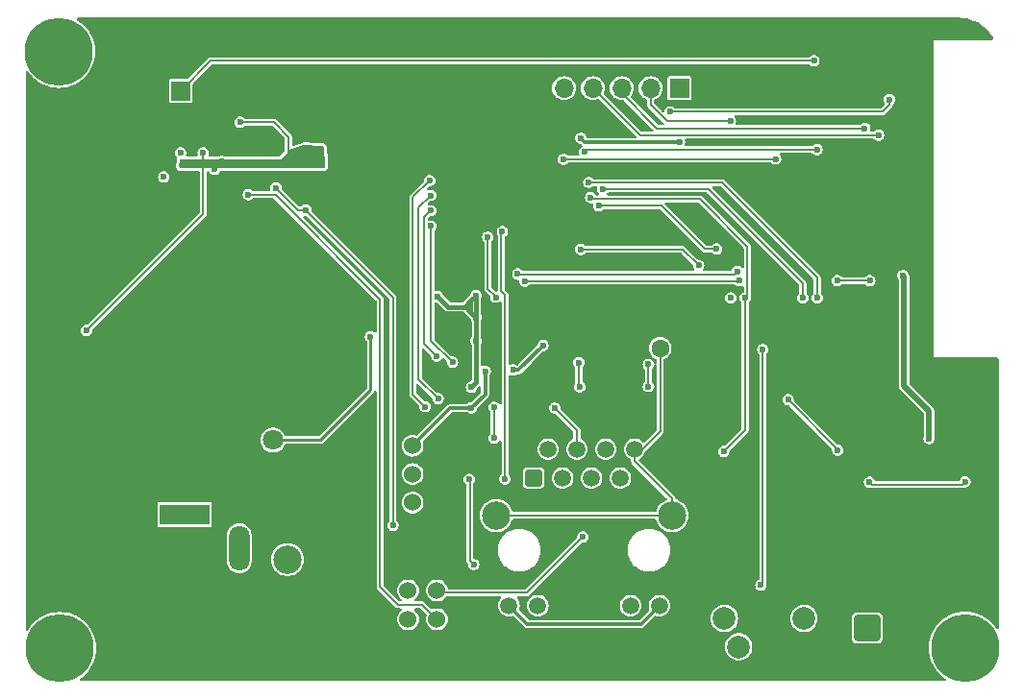
<source format=gbr>
%TF.GenerationSoftware,KiCad,Pcbnew,8.0.6*%
%TF.CreationDate,2025-05-12T11:17:16+07:00*%
%TF.ProjectId,DATN,4441544e-2e6b-4696-9361-645f70636258,rev?*%
%TF.SameCoordinates,Original*%
%TF.FileFunction,Copper,L2,Bot*%
%TF.FilePolarity,Positive*%
%FSLAX46Y46*%
G04 Gerber Fmt 4.6, Leading zero omitted, Abs format (unit mm)*
G04 Created by KiCad (PCBNEW 8.0.6) date 2025-05-12 11:17:16*
%MOMM*%
%LPD*%
G01*
G04 APERTURE LIST*
G04 Aperture macros list*
%AMRoundRect*
0 Rectangle with rounded corners*
0 $1 Rounding radius*
0 $2 $3 $4 $5 $6 $7 $8 $9 X,Y pos of 4 corners*
0 Add a 4 corners polygon primitive as box body*
4,1,4,$2,$3,$4,$5,$6,$7,$8,$9,$2,$3,0*
0 Add four circle primitives for the rounded corners*
1,1,$1+$1,$2,$3*
1,1,$1+$1,$4,$5*
1,1,$1+$1,$6,$7*
1,1,$1+$1,$8,$9*
0 Add four rect primitives between the rounded corners*
20,1,$1+$1,$2,$3,$4,$5,0*
20,1,$1+$1,$4,$5,$6,$7,0*
20,1,$1+$1,$6,$7,$8,$9,0*
20,1,$1+$1,$8,$9,$2,$3,0*%
G04 Aperture macros list end*
%TA.AperFunction,ComponentPad*%
%ADD10C,0.500000*%
%TD*%
%TA.AperFunction,SMDPad,CuDef*%
%ADD11R,1.600000X1.600000*%
%TD*%
%TA.AperFunction,ComponentPad*%
%ADD12C,6.000000*%
%TD*%
%TA.AperFunction,ComponentPad*%
%ADD13C,1.524000*%
%TD*%
%TA.AperFunction,ComponentPad*%
%ADD14R,1.700000X1.700000*%
%TD*%
%TA.AperFunction,ComponentPad*%
%ADD15O,1.700000X1.700000*%
%TD*%
%TA.AperFunction,ComponentPad*%
%ADD16R,4.400000X1.800000*%
%TD*%
%TA.AperFunction,ComponentPad*%
%ADD17O,4.000000X1.800000*%
%TD*%
%TA.AperFunction,ComponentPad*%
%ADD18O,1.800000X4.000000*%
%TD*%
%TA.AperFunction,ComponentPad*%
%ADD19RoundRect,0.200100X0.949900X0.949900X-0.949900X0.949900X-0.949900X-0.949900X0.949900X-0.949900X0*%
%TD*%
%TA.AperFunction,ComponentPad*%
%ADD20C,2.500000*%
%TD*%
%TA.AperFunction,ComponentPad*%
%ADD21C,1.800000*%
%TD*%
%TA.AperFunction,ComponentPad*%
%ADD22C,1.600000*%
%TD*%
%TA.AperFunction,ComponentPad*%
%ADD23C,0.600000*%
%TD*%
%TA.AperFunction,ComponentPad*%
%ADD24C,2.000000*%
%TD*%
%TA.AperFunction,ComponentPad*%
%ADD25RoundRect,0.250500X-0.499500X-0.499500X0.499500X-0.499500X0.499500X0.499500X-0.499500X0.499500X0*%
%TD*%
%TA.AperFunction,ComponentPad*%
%ADD26C,1.500000*%
%TD*%
%TA.AperFunction,ViaPad*%
%ADD27C,0.600000*%
%TD*%
%TA.AperFunction,Conductor*%
%ADD28C,0.200000*%
%TD*%
%TA.AperFunction,Conductor*%
%ADD29C,0.250000*%
%TD*%
%TA.AperFunction,Conductor*%
%ADD30C,0.500000*%
%TD*%
%TA.AperFunction,Conductor*%
%ADD31C,0.300000*%
%TD*%
%TA.AperFunction,Conductor*%
%ADD32C,0.400000*%
%TD*%
G04 APERTURE END LIST*
D10*
%TO.P,U2,17,VSS*%
%TO.N,GND*%
X93137500Y-69900000D03*
X92037500Y-69900000D03*
D11*
X92587500Y-70450000D03*
D10*
X93137500Y-71000000D03*
X92037500Y-71000000D03*
%TD*%
D12*
%TO.P,,1*%
%TO.N,N/C*%
X75230000Y-115460000D03*
%TD*%
D13*
%TO.P,D1,1,A1*%
%TO.N,Net-(D1-A1)*%
X105900000Y-112900000D03*
%TO.P,D1,2,K1*%
%TO.N,Net-(D1-K1)*%
X108440000Y-112900000D03*
%TO.P,D1,3,A2*%
%TO.N,Net-(D1-A2)*%
X105900000Y-110360000D03*
%TO.P,D1,4,K2*%
%TO.N,/LED_ACT*%
X108440000Y-110360000D03*
%TD*%
D14*
%TO.P,BT1,1,+*%
%TO.N,+BATT*%
X85887500Y-66300000D03*
D15*
%TO.P,BT1,2,-*%
%TO.N,GND*%
X83347500Y-66300000D03*
%TD*%
D16*
%TO.P,J1,1*%
%TO.N,/Vin*%
X86237500Y-103650000D03*
D17*
%TO.P,J1,2*%
%TO.N,GND*%
X86237500Y-109450000D03*
D18*
%TO.P,J1,3*%
%TO.N,N/C*%
X91037500Y-106650000D03*
%TD*%
D19*
%TO.P,U8,1*%
%TO.N,Net-(U7-Anaten)*%
X146343020Y-113643020D03*
D20*
%TO.P,U8,2*%
%TO.N,GND*%
X148883020Y-116183020D03*
X148883020Y-111103020D03*
X143803020Y-116183020D03*
X143803020Y-111103020D03*
%TD*%
D14*
%TO.P,J3,1,Pin_1*%
%TO.N,+3V3*%
X129800000Y-66060000D03*
D15*
%TO.P,J3,2,Pin_2*%
%TO.N,/ESP_BOOT*%
X127260000Y-66060000D03*
%TO.P,J3,3,Pin_3*%
%TO.N,/ESP_RX*%
X124720000Y-66060000D03*
%TO.P,J3,4,Pin_4*%
%TO.N,/ESP_TX*%
X122180000Y-66060000D03*
%TO.P,J3,5,Pin_5*%
%TO.N,/ESP_RST*%
X119640000Y-66060000D03*
%TO.P,J3,6,Pin_6*%
%TO.N,GND*%
X117100000Y-66060000D03*
%TD*%
D13*
%TO.P,SW1,1,C*%
%TO.N,+3V3*%
X106300000Y-97600000D03*
%TO.P,SW1,2,B*%
%TO.N,VCC*%
X106300000Y-100100000D03*
%TO.P,SW1,3,A*%
%TO.N,Net-(SW1-A)*%
X106300000Y-102600000D03*
%TD*%
D12*
%TO.P,,1*%
%TO.N,N/C*%
X75150000Y-62840000D03*
%TD*%
D21*
%TO.P,RV1,1*%
%TO.N,VDC*%
X94012500Y-97095000D03*
%TO.P,RV1,2*%
%TO.N,GND*%
X101512500Y-98728330D03*
%TD*%
D22*
%TO.P,C33,1*%
%TO.N,GND*%
X123100000Y-89000000D03*
%TO.P,C33,2*%
%TO.N,/CGND*%
X128100000Y-89000000D03*
%TD*%
D12*
%TO.P,,1*%
%TO.N,N/C*%
X154970000Y-115430000D03*
%TD*%
D23*
%TO.P,U5,39,GND*%
%TO.N,GND*%
X145070000Y-73560000D03*
X144070000Y-73560000D03*
X143070000Y-73560000D03*
X142070000Y-73560000D03*
X145070000Y-74560000D03*
X144070000Y-74560000D03*
X143070000Y-74560000D03*
X142070000Y-74560000D03*
X145070000Y-75560000D03*
X144070000Y-75560000D03*
X143070000Y-75560000D03*
X142070000Y-75560000D03*
X145070000Y-76560000D03*
X144070000Y-76560000D03*
X143070000Y-76560000D03*
X142070000Y-76560000D03*
%TD*%
D24*
%TO.P,SW3,1,1*%
%TO.N,GND*%
X139518020Y-115318020D03*
%TO.P,SW3,2,2*%
%TO.N,/ESP_BOOT*%
X135018020Y-115318020D03*
%TO.P,SW3,S*%
%TO.N,N/C*%
X140768020Y-112818020D03*
%TO.P,SW3,s*%
X133768020Y-112818020D03*
%TD*%
D25*
%TO.P,J6,1,TD+*%
%TO.N,Net-(J6-TD+)*%
X116975000Y-100440000D03*
D26*
%TO.P,J6,2,TD-*%
%TO.N,Net-(J6-TD-)*%
X118235000Y-97900000D03*
%TO.P,J6,3,RD+*%
%TO.N,Net-(J6-RD+)*%
X119515000Y-100440000D03*
%TO.P,J6,4,TCT*%
%TO.N,Net-(J6-TCT)*%
X120775000Y-97900000D03*
%TO.P,J6,5,RCT*%
%TO.N,Net-(J6-RCT)*%
X122055000Y-100440000D03*
%TO.P,J6,6,RD-*%
%TO.N,Net-(J6-RD-)*%
X123315000Y-97900000D03*
%TO.P,J6,7,NC*%
%TO.N,unconnected-(J6-NC-Pad7)*%
X124595000Y-100440000D03*
%TO.P,J6,8*%
%TO.N,/CGND*%
X125855000Y-97900000D03*
%TO.P,J6,9*%
%TO.N,+3V3*%
X114790000Y-111700000D03*
%TO.P,J6,10*%
%TO.N,Net-(J6-Pad10)*%
X117330000Y-111700000D03*
%TO.P,J6,11*%
%TO.N,Net-(J6-Pad11)*%
X125500000Y-111700000D03*
%TO.P,J6,12*%
%TO.N,+3V3*%
X128040000Y-111700000D03*
D20*
%TO.P,J6,SH*%
%TO.N,/CGND*%
X113670000Y-103750000D03*
X129160000Y-103750000D03*
%TD*%
%TO.P,J2,1,Pin_1*%
%TO.N,/Vin*%
X95292500Y-107635000D03*
%TO.P,J2,2,Pin_2*%
%TO.N,GND*%
X100372500Y-107635000D03*
%TD*%
D27*
%TO.N,GND*%
X92330000Y-90260000D03*
X126400000Y-73400000D03*
X103330000Y-79630000D03*
X79050000Y-82890000D03*
X78860000Y-81670000D03*
X80660000Y-81020000D03*
X80620000Y-82480000D03*
X115330000Y-77660000D03*
X94970000Y-110400000D03*
X101540000Y-110120000D03*
X102310000Y-103910000D03*
X127170000Y-102110000D03*
X118520000Y-102590000D03*
X118930000Y-105110000D03*
X123050000Y-106960000D03*
X112330000Y-70510000D03*
X108970000Y-66970000D03*
X98480000Y-61800000D03*
X105420000Y-61740000D03*
%TO.N,/3v3A*%
X108530000Y-84442500D03*
%TO.N,GND*%
X89140000Y-97980000D03*
X111020000Y-114720000D03*
X81140000Y-87870000D03*
X74370000Y-69420000D03*
X106180000Y-104850000D03*
X82710000Y-76250000D03*
X135840000Y-104730000D03*
X138800000Y-96840000D03*
X87160000Y-79780000D03*
X95500000Y-102070000D03*
X79330000Y-87030000D03*
X111190000Y-81720000D03*
X81920000Y-74470000D03*
X89080000Y-96090000D03*
X105100000Y-83650000D03*
X105230000Y-95310000D03*
X111820000Y-97770000D03*
X109950000Y-81340000D03*
X76590000Y-69220000D03*
X109980000Y-88350000D03*
X87790000Y-97910000D03*
X130840000Y-90700000D03*
X131310000Y-115280000D03*
X103670000Y-66180000D03*
X79080000Y-96300000D03*
X98300000Y-94500000D03*
X93240000Y-60740000D03*
X156050000Y-95760000D03*
X96600000Y-94500000D03*
X104800000Y-70900000D03*
X100844004Y-101190620D03*
X95520000Y-77900000D03*
X90690000Y-64490000D03*
X99810000Y-65400000D03*
X79370000Y-70940000D03*
X119360000Y-91120000D03*
X78290000Y-67580000D03*
X90590000Y-99070000D03*
X82750000Y-85170000D03*
X115610000Y-86290000D03*
X91950000Y-101690000D03*
X90810000Y-96350000D03*
X128890000Y-85140000D03*
X108990000Y-81620000D03*
X83200000Y-83630000D03*
X80010000Y-91510000D03*
X117170000Y-87200000D03*
X78110000Y-88950000D03*
X109830000Y-91700000D03*
X90080000Y-82070000D03*
X88340000Y-82780000D03*
X109550000Y-106880000D03*
X98800000Y-68380000D03*
X90550000Y-78670000D03*
X89890000Y-96900000D03*
X105320000Y-93510000D03*
X99480000Y-83170000D03*
X110400000Y-71120000D03*
X83620000Y-94030000D03*
X140260000Y-78910000D03*
X102528412Y-61410002D03*
X107110000Y-93020000D03*
X155730000Y-107960000D03*
X119520000Y-84320000D03*
X126530000Y-85350000D03*
X90630000Y-86570000D03*
X89420000Y-69830000D03*
X83440000Y-100120000D03*
X84210000Y-92610000D03*
X136530000Y-75050000D03*
X82710000Y-94890000D03*
X109920000Y-86320000D03*
X90260000Y-88360000D03*
X118240000Y-74840000D03*
X105270000Y-82350000D03*
X90820000Y-80570000D03*
X105520000Y-88690000D03*
X101000000Y-102600000D03*
X80040000Y-95270000D03*
X87220000Y-91750000D03*
X88310000Y-70400000D03*
X82680000Y-88520000D03*
X89540000Y-83080000D03*
X110600000Y-78070000D03*
X86070000Y-77140000D03*
X90870000Y-83050000D03*
X87200000Y-82000000D03*
X86600000Y-93060000D03*
X102100000Y-96840000D03*
X81230000Y-85340000D03*
X81220000Y-86570000D03*
X79160000Y-98140000D03*
X89390000Y-81080000D03*
X94630000Y-89470000D03*
X89765812Y-77512008D03*
X122820000Y-69480000D03*
X82795400Y-104371350D03*
X133590000Y-92100000D03*
X82140000Y-99130000D03*
X120270000Y-114360000D03*
X82270000Y-70920000D03*
X85930000Y-82400000D03*
X89090000Y-78340000D03*
X81680000Y-76470000D03*
X96600000Y-70025000D03*
X143870000Y-105460000D03*
X80100000Y-84030000D03*
X84300000Y-61740000D03*
X89600000Y-79220000D03*
X88810000Y-76270000D03*
X111140000Y-66780000D03*
X114020000Y-76220000D03*
X78420000Y-91250000D03*
X146230000Y-94120000D03*
X152920000Y-92200000D03*
X98800000Y-70530000D03*
X82810000Y-89960000D03*
X87720000Y-81110000D03*
X94520000Y-83880000D03*
X123490000Y-95970000D03*
X80460000Y-99090000D03*
X98180000Y-89720000D03*
X91110000Y-77440000D03*
X116030000Y-97930000D03*
X81990000Y-91250000D03*
X82610000Y-86860000D03*
X99620000Y-71050000D03*
X146260000Y-92410000D03*
X97375000Y-68525000D03*
X83630000Y-99170000D03*
X94480000Y-88250000D03*
X130820000Y-85490000D03*
X102100000Y-79930000D03*
X109970000Y-84230000D03*
X108660000Y-69150000D03*
X128400000Y-73260000D03*
X143200000Y-87530000D03*
X155450000Y-93190000D03*
X93930000Y-86130000D03*
X143090000Y-92550000D03*
X114410000Y-69650000D03*
X80400000Y-103770000D03*
X105640000Y-89660000D03*
X105560000Y-79560000D03*
X92340000Y-95610000D03*
X100560000Y-67160000D03*
X128780000Y-81330000D03*
X85840000Y-99590000D03*
X107780000Y-70940000D03*
X140810000Y-100950000D03*
X79030000Y-88480000D03*
X90400000Y-75850000D03*
X113540000Y-66180000D03*
X125010000Y-91240000D03*
X85850000Y-83490000D03*
X94010000Y-84870000D03*
X124310000Y-95640000D03*
X105400000Y-87270000D03*
X139902657Y-97713524D03*
X122400000Y-86550000D03*
X100650000Y-83130000D03*
X101750000Y-67780000D03*
X87630000Y-83860000D03*
X105440000Y-85740000D03*
X133090000Y-88970000D03*
X96150000Y-64680000D03*
X105510000Y-91860000D03*
X131340000Y-77460000D03*
X94760000Y-64420000D03*
X95040000Y-91030000D03*
X122050000Y-109880000D03*
X128530000Y-78610000D03*
X107050000Y-72410000D03*
X106520000Y-73840000D03*
X119140000Y-88570000D03*
X100080000Y-104320000D03*
X102710000Y-65690000D03*
X93590000Y-99550000D03*
X142450000Y-80110000D03*
X81110000Y-94740000D03*
X83260000Y-91730000D03*
X88770000Y-80200000D03*
X125260000Y-92820000D03*
X86140000Y-75910000D03*
X82540000Y-77560000D03*
X87190000Y-106550000D03*
X78419291Y-106729253D03*
X99510000Y-69240000D03*
X134650000Y-87620000D03*
X84387500Y-76700000D03*
X83810000Y-106710000D03*
X79110000Y-84590000D03*
X124470000Y-85440000D03*
X86780000Y-74680000D03*
X106090000Y-71000000D03*
X108580000Y-92220000D03*
X89520000Y-68020000D03*
X146180000Y-89050000D03*
X99130000Y-98520000D03*
X79180000Y-89820000D03*
X86930000Y-81100000D03*
X76040000Y-106730000D03*
X115640000Y-84490000D03*
X123520000Y-73260000D03*
X110120000Y-98130000D03*
X104550000Y-79650000D03*
X84770000Y-82930000D03*
X108030000Y-91200000D03*
X81720000Y-79090000D03*
X81150000Y-89150000D03*
X93560000Y-64550000D03*
X115720000Y-79830000D03*
X87050000Y-82880000D03*
X82650000Y-75120000D03*
%TO.N,+BATT*%
X141645000Y-63635000D03*
%TO.N,/PPMIC_VOUT*%
X96880000Y-76810000D03*
X104570000Y-104610000D03*
X94280000Y-74845000D03*
%TO.N,+5V*%
X96580000Y-71560000D03*
X77580000Y-87430000D03*
X87860000Y-71760000D03*
X88862500Y-73230000D03*
X97820000Y-71520000D03*
X97930000Y-72320000D03*
X85870000Y-71760000D03*
X95370000Y-72360000D03*
X86240000Y-72760000D03*
X89490000Y-72530000D03*
X84387500Y-73900000D03*
X91130000Y-69070000D03*
%TO.N,+3V3*%
X115150000Y-90920000D03*
X111487500Y-94262500D03*
X117780000Y-88760000D03*
X129800000Y-70810000D03*
X121120000Y-70480000D03*
X112690000Y-91020000D03*
%TO.N,/ESP_RST*%
X128970000Y-68150000D03*
X148290000Y-67060000D03*
%TO.N,/ESP_BOOT*%
X134300000Y-69000000D03*
X137140000Y-89110000D03*
X136968020Y-109893020D03*
X134320000Y-84560000D03*
%TO.N,Net-(D1-K1)*%
X91850000Y-75460000D03*
%TO.N,/LED_ACT*%
X121310000Y-105630000D03*
%TO.N,VDC*%
X102600000Y-87970000D03*
%TO.N,/ESP_TX*%
X147330000Y-70200000D03*
%TO.N,/ESP_RX*%
X146130000Y-69610000D03*
%TO.N,/power_detec*%
X135100000Y-83050000D03*
X146560000Y-83040000D03*
X143710000Y-83020000D03*
X116187500Y-83070000D03*
%TO.N,/LORA_EN*%
X143740000Y-97990000D03*
X146550000Y-100800000D03*
X154943020Y-100780520D03*
X139365000Y-93535000D03*
%TO.N,/BOOT_VCC_SENSOR_EN*%
X134920000Y-82220000D03*
X115564220Y-82454220D03*
%TO.N,/LORA.SCK*%
X121990000Y-75700000D03*
X133700000Y-98100000D03*
X135590000Y-84560000D03*
%TO.N,/LORA.MISO*%
X140670000Y-84560000D03*
X123060000Y-74990000D03*
%TO.N,/TCP.CS*%
X122710000Y-76434887D03*
X133070000Y-80250000D03*
%TO.N,/TCP.RST*%
X119600000Y-72340000D03*
X138260000Y-72310000D03*
%TO.N,/LORA.MOSI*%
X121820000Y-74380000D03*
X141940000Y-84560000D03*
%TO.N,/TCP.INT*%
X141910000Y-71490000D03*
X121460000Y-71680000D03*
%TO.N,Net-(J6-TCT)*%
X118820000Y-94275000D03*
%TO.N,Net-(C35-Pad1)*%
X107930000Y-78230000D03*
X120940000Y-90270000D03*
X109820000Y-90230000D03*
X121025000Y-92400000D03*
%TO.N,Net-(C38-Pad1)*%
X108440735Y-89699265D03*
X107887500Y-76875000D03*
X127060000Y-92370000D03*
X127060000Y-90420000D03*
%TO.N,/3v3A*%
X111487500Y-92437500D03*
X111887500Y-84350000D03*
X111890000Y-88340000D03*
X113620000Y-84500000D03*
X112926852Y-79200000D03*
X111920000Y-86290000D03*
%TO.N,Net-(J6-TD+)*%
X108560000Y-93440000D03*
X107887500Y-75525000D03*
X113487500Y-94200000D03*
X113487500Y-96920000D03*
%TO.N,Net-(J6-TD-)*%
X107810000Y-74210000D03*
X107400000Y-94150000D03*
%TO.N,/LINKLED*%
X121120000Y-80280000D03*
X131490000Y-81700000D03*
%TO.N,/ACTLED*%
X114209918Y-78705574D03*
X111290000Y-100550000D03*
X111680000Y-108075000D03*
X114430000Y-100520000D03*
%TO.N,+3V3*%
X151793020Y-96955520D03*
X149480000Y-82590000D03*
%TD*%
D28*
%TO.N,+5V*%
X94070000Y-69070000D02*
X95370000Y-70370000D01*
X91130000Y-69070000D02*
X94070000Y-69070000D01*
X95370000Y-70370000D02*
X95370000Y-72360000D01*
D29*
%TO.N,VDC*%
X98195000Y-97095000D02*
X94012500Y-97095000D01*
X102600000Y-92690000D02*
X98195000Y-97095000D01*
X102600000Y-87970000D02*
X102600000Y-92690000D01*
D28*
%TO.N,/ESP_RX*%
X124720000Y-66520000D02*
X124720000Y-66060000D01*
X127840000Y-69640000D02*
X124720000Y-66520000D01*
X146100000Y-69640000D02*
X127840000Y-69640000D01*
X146130000Y-69610000D02*
X146100000Y-69640000D01*
D30*
%TO.N,+3V3*%
X151793020Y-94523020D02*
X151793020Y-96955520D01*
X149580000Y-82690000D02*
X149580000Y-92310000D01*
X149480000Y-82590000D02*
X149580000Y-82690000D01*
X149580000Y-92310000D02*
X151793020Y-94523020D01*
D28*
%TO.N,/power_detec*%
X146550000Y-83030000D02*
X143720000Y-83030000D01*
X146560000Y-83040000D02*
X146550000Y-83030000D01*
X143720000Y-83030000D02*
X143710000Y-83020000D01*
X135100000Y-83050000D02*
X135060000Y-83090000D01*
X135060000Y-83090000D02*
X116207500Y-83090000D01*
X116207500Y-83090000D02*
X116187500Y-83070000D01*
%TO.N,/BOOT_VCC_SENSOR_EN*%
X134670000Y-82470000D02*
X115580000Y-82470000D01*
X134920000Y-82220000D02*
X134670000Y-82470000D01*
X115580000Y-82470000D02*
X115564220Y-82454220D01*
D31*
%TO.N,+3V3*%
X116390000Y-113300000D02*
X114790000Y-111700000D01*
X126440000Y-113300000D02*
X116390000Y-113300000D01*
X128040000Y-111700000D02*
X126440000Y-113300000D01*
D28*
%TO.N,+5V*%
X87860000Y-71760000D02*
X87870000Y-71770000D01*
X87870000Y-71770000D02*
X87870000Y-77140000D01*
X87870000Y-77140000D02*
X77580000Y-87430000D01*
%TO.N,Net-(J6-TD-)*%
X106330000Y-75690000D02*
X107810000Y-74210000D01*
X107391471Y-94150000D02*
X106330000Y-93088529D01*
X106330000Y-93088529D02*
X106330000Y-75690000D01*
X107400000Y-94150000D02*
X107391471Y-94150000D01*
%TO.N,Net-(J6-TD+)*%
X106830000Y-91710000D02*
X106830000Y-76582500D01*
X108560000Y-93440000D02*
X106830000Y-91710000D01*
X106830000Y-76582500D02*
X107887500Y-75525000D01*
X113487500Y-96920000D02*
X113487500Y-94200000D01*
D32*
%TO.N,/3v3A*%
X111181250Y-85183750D02*
X111407500Y-85410000D01*
X111407500Y-84830000D02*
X111407500Y-85410000D01*
X111407500Y-85410000D02*
X111407500Y-85777500D01*
X110970000Y-85267500D02*
X111053750Y-85183750D01*
X111053750Y-85183750D02*
X111181250Y-85183750D01*
X110970000Y-85340000D02*
X111407500Y-85777500D01*
X110970000Y-85267500D02*
X110970000Y-85340000D01*
X110970000Y-85350000D02*
X110970000Y-85267500D01*
X109437500Y-85350000D02*
X110970000Y-85350000D01*
X110970000Y-85267500D02*
X111407500Y-84830000D01*
X108530000Y-84442500D02*
X109437500Y-85350000D01*
X111407500Y-85777500D02*
X111920000Y-86290000D01*
X111407500Y-84830000D02*
X111887500Y-84350000D01*
D28*
%TO.N,/PPMIC_VOUT*%
X104570000Y-84500000D02*
X96880000Y-76810000D01*
X104570000Y-104610000D02*
X104570000Y-84500000D01*
%TO.N,Net-(D1-K1)*%
X105010000Y-111620000D02*
X107160000Y-111620000D01*
X103440000Y-110050000D02*
X105010000Y-111620000D01*
X103440000Y-84668529D02*
X103440000Y-110050000D01*
X107160000Y-111620000D02*
X108440000Y-112900000D01*
X94231471Y-75460000D02*
X103440000Y-84668529D01*
X91850000Y-75460000D02*
X94231471Y-75460000D01*
%TO.N,+BATT*%
X85887500Y-66300000D02*
X88552500Y-63635000D01*
X88552500Y-63635000D02*
X141645000Y-63635000D01*
%TO.N,/PPMIC_VOUT*%
X96245000Y-76810000D02*
X96880000Y-76810000D01*
X94280000Y-74845000D02*
X96245000Y-76810000D01*
D31*
%TO.N,+3V3*%
X109637500Y-94262500D02*
X106300000Y-97600000D01*
X112690000Y-93060000D02*
X111487500Y-94262500D01*
X111460000Y-94290000D02*
X111487500Y-94262500D01*
X115620000Y-90920000D02*
X117780000Y-88760000D01*
X115150000Y-90920000D02*
X115620000Y-90920000D01*
X129790000Y-70820000D02*
X121460000Y-70820000D01*
X111487500Y-94262500D02*
X109637500Y-94262500D01*
X129800000Y-70810000D02*
X129790000Y-70820000D01*
X121460000Y-70820000D02*
X121120000Y-70480000D01*
X112690000Y-91020000D02*
X112690000Y-93060000D01*
D28*
%TO.N,/ESP_RST*%
X147670000Y-68140000D02*
X128980000Y-68140000D01*
X148290000Y-67060000D02*
X148290000Y-67520000D01*
X128980000Y-68140000D02*
X128970000Y-68150000D01*
X148290000Y-67520000D02*
X147670000Y-68140000D01*
%TO.N,/ESP_BOOT*%
X127260000Y-67560000D02*
X128700000Y-69000000D01*
X127260000Y-66060000D02*
X127260000Y-67560000D01*
X137140000Y-89110000D02*
X137130000Y-89120000D01*
X137130000Y-109731040D02*
X136968020Y-109893020D01*
X137130000Y-89120000D02*
X137130000Y-109731040D01*
X128700000Y-69000000D02*
X134300000Y-69000000D01*
%TO.N,/ESP_TX*%
X126330000Y-70210000D02*
X122180000Y-66060000D01*
X147320000Y-70210000D02*
X126330000Y-70210000D01*
X147330000Y-70200000D02*
X147320000Y-70210000D01*
%TO.N,/LORA_EN*%
X143740000Y-97910000D02*
X143740000Y-97990000D01*
X146790000Y-101040000D02*
X154683540Y-101040000D01*
X139365000Y-93535000D02*
X143740000Y-97910000D01*
X154683540Y-101040000D02*
X154943020Y-100780520D01*
X146550000Y-100800000D02*
X146790000Y-101040000D01*
%TO.N,/LORA.SCK*%
X135790000Y-80030000D02*
X135790000Y-84360000D01*
X122124887Y-75834887D02*
X131594887Y-75834887D01*
X135590000Y-84560000D02*
X135590000Y-96210000D01*
X131594887Y-75834887D02*
X135790000Y-80030000D01*
X121990000Y-75700000D02*
X122124887Y-75834887D01*
X135590000Y-96210000D02*
X133700000Y-98100000D01*
X135790000Y-84360000D02*
X135590000Y-84560000D01*
%TO.N,/LORA.MISO*%
X140670000Y-83270000D02*
X140670000Y-84560000D01*
X123060000Y-74990000D02*
X123120000Y-74930000D01*
X123120000Y-74930000D02*
X132330000Y-74930000D01*
X132330000Y-74930000D02*
X140670000Y-83270000D01*
%TO.N,/TCP.CS*%
X122710000Y-76434887D02*
X128204887Y-76434887D01*
X128204887Y-76434887D02*
X132020000Y-80250000D01*
X132020000Y-80250000D02*
X133070000Y-80250000D01*
%TO.N,/TCP.RST*%
X138260000Y-72310000D02*
X119630000Y-72310000D01*
X119630000Y-72310000D02*
X119600000Y-72340000D01*
%TO.N,/LORA.MOSI*%
X121830000Y-74390000D02*
X133528529Y-74390000D01*
X141940000Y-82801471D02*
X141940000Y-84560000D01*
X121820000Y-74380000D02*
X121830000Y-74390000D01*
X133528529Y-74390000D02*
X141940000Y-82801471D01*
%TO.N,/TCP.INT*%
X121650000Y-71490000D02*
X121460000Y-71680000D01*
X141910000Y-71490000D02*
X121650000Y-71490000D01*
%TO.N,Net-(J6-TCT)*%
X120775000Y-96230000D02*
X120775000Y-97900000D01*
X118820000Y-94275000D02*
X120775000Y-96230000D01*
%TO.N,Net-(C35-Pad1)*%
X120940000Y-92315000D02*
X121025000Y-92400000D01*
X109820000Y-90230000D02*
X107930000Y-88340000D01*
X120940000Y-90270000D02*
X120940000Y-92315000D01*
X107930000Y-88340000D02*
X107930000Y-78230000D01*
%TO.N,Net-(C38-Pad1)*%
X108440735Y-89699265D02*
X107330000Y-88588530D01*
X107330000Y-88588530D02*
X107330000Y-77432500D01*
X107330000Y-77432500D02*
X107887500Y-76875000D01*
X127060000Y-92370000D02*
X127060000Y-90420000D01*
%TO.N,/3v3A*%
X112930000Y-83762500D02*
X112930000Y-79203148D01*
D32*
X111920000Y-92005000D02*
X111487500Y-92437500D01*
X111880000Y-84270000D02*
X111920000Y-84310000D01*
X111920000Y-84310000D02*
X111920000Y-92005000D01*
D28*
X113637500Y-84470000D02*
X112930000Y-83762500D01*
X112930000Y-79203148D02*
X112926852Y-79200000D01*
%TO.N,/LINKLED*%
X130070000Y-80280000D02*
X131490000Y-81700000D01*
X121120000Y-80280000D02*
X130070000Y-80280000D01*
%TO.N,/ACTLED*%
X114090000Y-78825492D02*
X114090000Y-83953971D01*
X114209918Y-78705574D02*
X114090000Y-78825492D01*
X114090000Y-83953971D02*
X114430000Y-84293971D01*
X111680000Y-108075000D02*
X111340000Y-107735000D01*
X114430000Y-84293971D02*
X114430000Y-100520000D01*
X111340000Y-107735000D02*
X111340000Y-100600000D01*
X111340000Y-100600000D02*
X111290000Y-100550000D01*
%TO.N,/CGND*%
X125855000Y-97900000D02*
X125855000Y-98965000D01*
X128100000Y-96340000D02*
X126540000Y-97900000D01*
X126540000Y-97900000D02*
X125855000Y-97900000D01*
X129160000Y-102270000D02*
X129160000Y-103750000D01*
X128100000Y-89000000D02*
X128100000Y-96340000D01*
X113670000Y-103750000D02*
X129160000Y-103750000D01*
X125855000Y-98965000D02*
X129160000Y-102270000D01*
%TO.N,/LED_ACT*%
X108640000Y-110560000D02*
X108440000Y-110360000D01*
X116380000Y-110560000D02*
X108640000Y-110560000D01*
X121310000Y-105630000D02*
X116380000Y-110560000D01*
%TD*%
%TA.AperFunction,Conductor*%
%TO.N,GND*%
G36*
X154403032Y-59850648D02*
G01*
X154736929Y-59867052D01*
X154749037Y-59868245D01*
X154852146Y-59883539D01*
X155076699Y-59916849D01*
X155088617Y-59919219D01*
X155409951Y-59999709D01*
X155421588Y-60003240D01*
X155492806Y-60028722D01*
X155733467Y-60114832D01*
X155744688Y-60119479D01*
X156044163Y-60261120D01*
X156054871Y-60266844D01*
X156338988Y-60437137D01*
X156349106Y-60443897D01*
X156615170Y-60641224D01*
X156624576Y-60648944D01*
X156870013Y-60871395D01*
X156878604Y-60879986D01*
X157065755Y-61086475D01*
X157101055Y-61125423D01*
X157108775Y-61134829D01*
X157306102Y-61400893D01*
X157312862Y-61411011D01*
X157439474Y-61622251D01*
X157457056Y-61689873D01*
X157435287Y-61756265D01*
X157381079Y-61800348D01*
X157333116Y-61810000D01*
X152220000Y-61810000D01*
X152220000Y-89810000D01*
X157775500Y-89810000D01*
X157842539Y-89829685D01*
X157888294Y-89882489D01*
X157899500Y-89934000D01*
X157899500Y-113638923D01*
X157879815Y-113705962D01*
X157827011Y-113751717D01*
X157757853Y-113761661D01*
X157694297Y-113732636D01*
X157674371Y-113710679D01*
X157476194Y-113431377D01*
X157236661Y-113163339D01*
X156968623Y-112923806D01*
X156935072Y-112900000D01*
X156675454Y-112715790D01*
X156407663Y-112567788D01*
X156360833Y-112541906D01*
X156028724Y-112404341D01*
X156028720Y-112404339D01*
X156028718Y-112404339D01*
X155683305Y-112304828D01*
X155683296Y-112304826D01*
X155328914Y-112244614D01*
X155328902Y-112244612D01*
X154970000Y-112224457D01*
X154611097Y-112244612D01*
X154611085Y-112244614D01*
X154256703Y-112304826D01*
X154256694Y-112304828D01*
X153911281Y-112404339D01*
X153579168Y-112541905D01*
X153264545Y-112715790D01*
X152971377Y-112923805D01*
X152703339Y-113163339D01*
X152463805Y-113431377D01*
X152255790Y-113724545D01*
X152081905Y-114039168D01*
X151959225Y-114335341D01*
X151950713Y-114355894D01*
X151944339Y-114371281D01*
X151844828Y-114716694D01*
X151844826Y-114716703D01*
X151784614Y-115071085D01*
X151784612Y-115071097D01*
X151764457Y-115430000D01*
X151784612Y-115788902D01*
X151784614Y-115788914D01*
X151844826Y-116143296D01*
X151844828Y-116143305D01*
X151884251Y-116280145D01*
X151944341Y-116488724D01*
X152045974Y-116734086D01*
X152081905Y-116820831D01*
X152255790Y-117135454D01*
X152463805Y-117428622D01*
X152463806Y-117428623D01*
X152703339Y-117696661D01*
X152971377Y-117936194D01*
X153222492Y-118114371D01*
X153265775Y-118169219D01*
X153272535Y-118238761D01*
X153240624Y-118300917D01*
X153180174Y-118335955D01*
X153150736Y-118339500D01*
X77091544Y-118339500D01*
X77024505Y-118319815D01*
X76978750Y-118267011D01*
X76968806Y-118197853D01*
X76997831Y-118134297D01*
X77019789Y-118114371D01*
X77129311Y-118036659D01*
X77228623Y-117966194D01*
X77496661Y-117726661D01*
X77736194Y-117458623D01*
X77944211Y-117165452D01*
X78118094Y-116850833D01*
X78255659Y-116518724D01*
X78355173Y-116173300D01*
X78415387Y-115818907D01*
X78435543Y-115460000D01*
X78427569Y-115318019D01*
X133812377Y-115318019D01*
X133812377Y-115318020D01*
X133832904Y-115539555D01*
X133832905Y-115539557D01*
X133893789Y-115753543D01*
X133893795Y-115753558D01*
X133992958Y-115952703D01*
X133992963Y-115952711D01*
X134127040Y-116130258D01*
X134291457Y-116280143D01*
X134291459Y-116280145D01*
X134480615Y-116397265D01*
X134480616Y-116397265D01*
X134480619Y-116397267D01*
X134688080Y-116477638D01*
X134906777Y-116518520D01*
X134906779Y-116518520D01*
X135129261Y-116518520D01*
X135129263Y-116518520D01*
X135347960Y-116477638D01*
X135555421Y-116397267D01*
X135744582Y-116280144D01*
X135894687Y-116143305D01*
X135908999Y-116130258D01*
X136043076Y-115952711D01*
X136043078Y-115952709D01*
X136142249Y-115753548D01*
X136203135Y-115539556D01*
X136223663Y-115318020D01*
X136203135Y-115096484D01*
X136142249Y-114882492D01*
X136142244Y-114882481D01*
X136043081Y-114683336D01*
X136043076Y-114683328D01*
X135908999Y-114505781D01*
X135744582Y-114355896D01*
X135744580Y-114355894D01*
X135555424Y-114238774D01*
X135555418Y-114238772D01*
X135347960Y-114158402D01*
X135129263Y-114117520D01*
X134906777Y-114117520D01*
X134688080Y-114158402D01*
X134556884Y-114209227D01*
X134480621Y-114238772D01*
X134480615Y-114238774D01*
X134291459Y-114355894D01*
X134291457Y-114355896D01*
X134127040Y-114505781D01*
X133992963Y-114683328D01*
X133992958Y-114683336D01*
X133893795Y-114882481D01*
X133893789Y-114882496D01*
X133832905Y-115096482D01*
X133832904Y-115096484D01*
X133812377Y-115318019D01*
X78427569Y-115318019D01*
X78415387Y-115101093D01*
X78355173Y-114746700D01*
X78255659Y-114401276D01*
X78118094Y-114069167D01*
X77944211Y-113754548D01*
X77736194Y-113461377D01*
X77496661Y-113193339D01*
X77228623Y-112953806D01*
X77228622Y-112953805D01*
X76935454Y-112745790D01*
X76668785Y-112598408D01*
X76620833Y-112571906D01*
X76610891Y-112567788D01*
X76433083Y-112494137D01*
X76288724Y-112434341D01*
X76288720Y-112434339D01*
X76288718Y-112434339D01*
X75943305Y-112334828D01*
X75943296Y-112334826D01*
X75588914Y-112274614D01*
X75588902Y-112274612D01*
X75230000Y-112254457D01*
X74871097Y-112274612D01*
X74871085Y-112274614D01*
X74516703Y-112334826D01*
X74516694Y-112334828D01*
X74171281Y-112434339D01*
X73839168Y-112571905D01*
X73524545Y-112745790D01*
X73231377Y-112953805D01*
X72963339Y-113193339D01*
X72723805Y-113461377D01*
X72515790Y-113754545D01*
X72453028Y-113868106D01*
X72403371Y-113917259D01*
X72335023Y-113931762D01*
X72269684Y-113907012D01*
X72228099Y-113850866D01*
X72220500Y-113808125D01*
X72220500Y-105463389D01*
X89937000Y-105463389D01*
X89937000Y-107836611D01*
X89964098Y-108007701D01*
X90017627Y-108172445D01*
X90096268Y-108326788D01*
X90198086Y-108466928D01*
X90320572Y-108589414D01*
X90460712Y-108691232D01*
X90615055Y-108769873D01*
X90779799Y-108823402D01*
X90950889Y-108850500D01*
X90950890Y-108850500D01*
X91124110Y-108850500D01*
X91124111Y-108850500D01*
X91295201Y-108823402D01*
X91459945Y-108769873D01*
X91614288Y-108691232D01*
X91754428Y-108589414D01*
X91876914Y-108466928D01*
X91978732Y-108326788D01*
X92057373Y-108172445D01*
X92110902Y-108007701D01*
X92138000Y-107836611D01*
X92138000Y-107634994D01*
X93837029Y-107634994D01*
X93837029Y-107635005D01*
X93856879Y-107874559D01*
X93915889Y-108107589D01*
X94012451Y-108327729D01*
X94115656Y-108485694D01*
X94143929Y-108528969D01*
X94306736Y-108705825D01*
X94306739Y-108705827D01*
X94306742Y-108705830D01*
X94496424Y-108853466D01*
X94496430Y-108853470D01*
X94496433Y-108853472D01*
X94707844Y-108967882D01*
X94707847Y-108967883D01*
X94935199Y-109045933D01*
X94935201Y-109045933D01*
X94935203Y-109045934D01*
X95172308Y-109085500D01*
X95172309Y-109085500D01*
X95412691Y-109085500D01*
X95412692Y-109085500D01*
X95649797Y-109045934D01*
X95877156Y-108967882D01*
X96088567Y-108853472D01*
X96092386Y-108850500D01*
X96195975Y-108769873D01*
X96278264Y-108705825D01*
X96441071Y-108528969D01*
X96572549Y-108327728D01*
X96669110Y-108107591D01*
X96728120Y-107874563D01*
X96747971Y-107635000D01*
X96747663Y-107631285D01*
X96728120Y-107395440D01*
X96728120Y-107395437D01*
X96669110Y-107162409D01*
X96572549Y-106942272D01*
X96441071Y-106741031D01*
X96278264Y-106564175D01*
X96278259Y-106564171D01*
X96278257Y-106564169D01*
X96088575Y-106416533D01*
X96088569Y-106416529D01*
X95877157Y-106302118D01*
X95877152Y-106302116D01*
X95649800Y-106224066D01*
X95471968Y-106194391D01*
X95412692Y-106184500D01*
X95172308Y-106184500D01*
X95124887Y-106192413D01*
X94935199Y-106224066D01*
X94707847Y-106302116D01*
X94707842Y-106302118D01*
X94496430Y-106416529D01*
X94496424Y-106416533D01*
X94306742Y-106564169D01*
X94306739Y-106564172D01*
X94143930Y-106741029D01*
X94143927Y-106741033D01*
X94012451Y-106942270D01*
X93915889Y-107162410D01*
X93856879Y-107395440D01*
X93837029Y-107634994D01*
X92138000Y-107634994D01*
X92138000Y-105463389D01*
X92110902Y-105292299D01*
X92057373Y-105127555D01*
X91978732Y-104973212D01*
X91876914Y-104833072D01*
X91754428Y-104710586D01*
X91614288Y-104608768D01*
X91459945Y-104530127D01*
X91295201Y-104476598D01*
X91295199Y-104476597D01*
X91295198Y-104476597D01*
X91163771Y-104455781D01*
X91124111Y-104449500D01*
X90950889Y-104449500D01*
X90911228Y-104455781D01*
X90779802Y-104476597D01*
X90615052Y-104530128D01*
X90460711Y-104608768D01*
X90380756Y-104666859D01*
X90320572Y-104710586D01*
X90320570Y-104710588D01*
X90320569Y-104710588D01*
X90198088Y-104833069D01*
X90198088Y-104833070D01*
X90198086Y-104833072D01*
X90161542Y-104883371D01*
X90096268Y-104973211D01*
X90017628Y-105127552D01*
X89964097Y-105292302D01*
X89953909Y-105356627D01*
X89937000Y-105463389D01*
X72220500Y-105463389D01*
X72220500Y-102730247D01*
X83837000Y-102730247D01*
X83837000Y-104569752D01*
X83848631Y-104628229D01*
X83848632Y-104628230D01*
X83892947Y-104694552D01*
X83959269Y-104738867D01*
X83959270Y-104738868D01*
X84017747Y-104750499D01*
X84017750Y-104750500D01*
X84017752Y-104750500D01*
X88457250Y-104750500D01*
X88457251Y-104750499D01*
X88472068Y-104747552D01*
X88515729Y-104738868D01*
X88515729Y-104738867D01*
X88515731Y-104738867D01*
X88582052Y-104694552D01*
X88626367Y-104628231D01*
X88626367Y-104628229D01*
X88626368Y-104628229D01*
X88637999Y-104569752D01*
X88638000Y-104569750D01*
X88638000Y-102730249D01*
X88637999Y-102730247D01*
X88626368Y-102671770D01*
X88626367Y-102671769D01*
X88582052Y-102605447D01*
X88515730Y-102561132D01*
X88515729Y-102561131D01*
X88457252Y-102549500D01*
X88457248Y-102549500D01*
X84017752Y-102549500D01*
X84017747Y-102549500D01*
X83959270Y-102561131D01*
X83959269Y-102561132D01*
X83892947Y-102605447D01*
X83848632Y-102671769D01*
X83848631Y-102671770D01*
X83837000Y-102730247D01*
X72220500Y-102730247D01*
X72220500Y-87430000D01*
X77074353Y-87430000D01*
X77094834Y-87572456D01*
X77151542Y-87696626D01*
X77154623Y-87703373D01*
X77248872Y-87812143D01*
X77369947Y-87889953D01*
X77369950Y-87889954D01*
X77369949Y-87889954D01*
X77508036Y-87930499D01*
X77508038Y-87930500D01*
X77508039Y-87930500D01*
X77651962Y-87930500D01*
X77651962Y-87930499D01*
X77790053Y-87889953D01*
X77911128Y-87812143D01*
X78005377Y-87703373D01*
X78065165Y-87572457D01*
X78085647Y-87430000D01*
X78084339Y-87420905D01*
X78094279Y-87351749D01*
X78119392Y-87315577D01*
X88110460Y-77324511D01*
X88150022Y-77255988D01*
X88170500Y-77179562D01*
X88170500Y-77100438D01*
X88170500Y-75460000D01*
X91344353Y-75460000D01*
X91364834Y-75602456D01*
X91365202Y-75603261D01*
X91424623Y-75733373D01*
X91518872Y-75842143D01*
X91639947Y-75919953D01*
X91639950Y-75919954D01*
X91639949Y-75919954D01*
X91778036Y-75960499D01*
X91778038Y-75960500D01*
X91778039Y-75960500D01*
X91921962Y-75960500D01*
X91921962Y-75960499D01*
X92060053Y-75919953D01*
X92181128Y-75842143D01*
X92214788Y-75803296D01*
X92273567Y-75765523D01*
X92308501Y-75760500D01*
X94055638Y-75760500D01*
X94122677Y-75780185D01*
X94143319Y-75796819D01*
X103103181Y-84756681D01*
X103136666Y-84818004D01*
X103139500Y-84844362D01*
X103139500Y-87496890D01*
X103119815Y-87563929D01*
X103067011Y-87609684D01*
X102997853Y-87619628D01*
X102938632Y-87592583D01*
X102938589Y-87592652D01*
X102938113Y-87592346D01*
X102934298Y-87590604D01*
X102931127Y-87587856D01*
X102884502Y-87557892D01*
X102810053Y-87510047D01*
X102810051Y-87510046D01*
X102810049Y-87510045D01*
X102810050Y-87510045D01*
X102671963Y-87469500D01*
X102671961Y-87469500D01*
X102528039Y-87469500D01*
X102528036Y-87469500D01*
X102389949Y-87510045D01*
X102268873Y-87587856D01*
X102174623Y-87696626D01*
X102174622Y-87696628D01*
X102114834Y-87827543D01*
X102094353Y-87970000D01*
X102114834Y-88112456D01*
X102161907Y-88215529D01*
X102174623Y-88243373D01*
X102244213Y-88323685D01*
X102273238Y-88387240D01*
X102274500Y-88404887D01*
X102274500Y-92503811D01*
X102254815Y-92570850D01*
X102238181Y-92591492D01*
X98096492Y-96733181D01*
X98035169Y-96766666D01*
X98008811Y-96769500D01*
X95156583Y-96769500D01*
X95089544Y-96749815D01*
X95045583Y-96700771D01*
X94952174Y-96513180D01*
X94829262Y-96350418D01*
X94678541Y-96213019D01*
X94678539Y-96213017D01*
X94505142Y-96105655D01*
X94505135Y-96105651D01*
X94349837Y-96045489D01*
X94314956Y-96031976D01*
X94114476Y-95994500D01*
X93910524Y-95994500D01*
X93710044Y-96031976D01*
X93710041Y-96031976D01*
X93710041Y-96031977D01*
X93519864Y-96105651D01*
X93519857Y-96105655D01*
X93346460Y-96213017D01*
X93346458Y-96213019D01*
X93195737Y-96350418D01*
X93072827Y-96513178D01*
X92981922Y-96695739D01*
X92981917Y-96695752D01*
X92926102Y-96891917D01*
X92907285Y-97094999D01*
X92907285Y-97095000D01*
X92926102Y-97298082D01*
X92981917Y-97494247D01*
X92981922Y-97494260D01*
X93072827Y-97676821D01*
X93195737Y-97839581D01*
X93346458Y-97976980D01*
X93346460Y-97976982D01*
X93367485Y-97990000D01*
X93519863Y-98084348D01*
X93710044Y-98158024D01*
X93910524Y-98195500D01*
X93910526Y-98195500D01*
X94114474Y-98195500D01*
X94114476Y-98195500D01*
X94314956Y-98158024D01*
X94505137Y-98084348D01*
X94678541Y-97976981D01*
X94829264Y-97839579D01*
X94952173Y-97676821D01*
X94986513Y-97607857D01*
X95045583Y-97489229D01*
X95093086Y-97437991D01*
X95156583Y-97420500D01*
X98237851Y-97420500D01*
X98237853Y-97420500D01*
X98320639Y-97398318D01*
X98394862Y-97355465D01*
X102789652Y-92960672D01*
X102789657Y-92960669D01*
X102799860Y-92950465D01*
X102799862Y-92950465D01*
X102860465Y-92889862D01*
X102887525Y-92842992D01*
X102903318Y-92815639D01*
X102903318Y-92815638D01*
X102907384Y-92808597D01*
X102910018Y-92810118D01*
X102944764Y-92766989D01*
X103011054Y-92744914D01*
X103078757Y-92762182D01*
X103126375Y-92813312D01*
X103139500Y-92868834D01*
X103139500Y-110089562D01*
X103157559Y-110156960D01*
X103159980Y-110165993D01*
X103159981Y-110165994D01*
X103175873Y-110193519D01*
X103175875Y-110193521D01*
X103192998Y-110223181D01*
X103199540Y-110234511D01*
X104769540Y-111804511D01*
X104825489Y-111860460D01*
X104825491Y-111860461D01*
X104825495Y-111860464D01*
X104894004Y-111900017D01*
X104894011Y-111900021D01*
X104970438Y-111920500D01*
X105049562Y-111920500D01*
X105229769Y-111920500D01*
X105296808Y-111940185D01*
X105342563Y-111992989D01*
X105352507Y-112062147D01*
X105323482Y-112125703D01*
X105308434Y-112140353D01*
X105216116Y-112216116D01*
X105095838Y-112362674D01*
X105095834Y-112362681D01*
X105006466Y-112529877D01*
X105006465Y-112529880D01*
X105006464Y-112529882D01*
X105006463Y-112529885D01*
X104983921Y-112604194D01*
X104951426Y-112711318D01*
X104932843Y-112900000D01*
X104951426Y-113088681D01*
X104951427Y-113088683D01*
X105006463Y-113270115D01*
X105006464Y-113270118D01*
X105006465Y-113270119D01*
X105006466Y-113270122D01*
X105095834Y-113437318D01*
X105095838Y-113437325D01*
X105216116Y-113583883D01*
X105362674Y-113704161D01*
X105362681Y-113704165D01*
X105529877Y-113793533D01*
X105529878Y-113793533D01*
X105529885Y-113793537D01*
X105711317Y-113848573D01*
X105711316Y-113848573D01*
X105728233Y-113850239D01*
X105900000Y-113867157D01*
X106088683Y-113848573D01*
X106270115Y-113793537D01*
X106437324Y-113704162D01*
X106583883Y-113583883D01*
X106704162Y-113437324D01*
X106793537Y-113270115D01*
X106848573Y-113088683D01*
X106867157Y-112900000D01*
X106848573Y-112711317D01*
X106793537Y-112529885D01*
X106791177Y-112525470D01*
X106704165Y-112362681D01*
X106704161Y-112362674D01*
X106583883Y-112216116D01*
X106491566Y-112140353D01*
X106452232Y-112082607D01*
X106450361Y-112012762D01*
X106486549Y-111952994D01*
X106549305Y-111922278D01*
X106570231Y-111920500D01*
X106984167Y-111920500D01*
X107051206Y-111940185D01*
X107071848Y-111956819D01*
X107516823Y-112401794D01*
X107550308Y-112463117D01*
X107547803Y-112525470D01*
X107546464Y-112529881D01*
X107546463Y-112529885D01*
X107518692Y-112621432D01*
X107491426Y-112711318D01*
X107472843Y-112900000D01*
X107491426Y-113088681D01*
X107491427Y-113088683D01*
X107546463Y-113270115D01*
X107546464Y-113270118D01*
X107546465Y-113270119D01*
X107546466Y-113270122D01*
X107635834Y-113437318D01*
X107635838Y-113437325D01*
X107756116Y-113583883D01*
X107902674Y-113704161D01*
X107902681Y-113704165D01*
X108069877Y-113793533D01*
X108069878Y-113793533D01*
X108069885Y-113793537D01*
X108251317Y-113848573D01*
X108251316Y-113848573D01*
X108268233Y-113850239D01*
X108440000Y-113867157D01*
X108628683Y-113848573D01*
X108810115Y-113793537D01*
X108977324Y-113704162D01*
X109123883Y-113583883D01*
X109244162Y-113437324D01*
X109333537Y-113270115D01*
X109388573Y-113088683D01*
X109407157Y-112900000D01*
X109388573Y-112711317D01*
X109333537Y-112529885D01*
X109331177Y-112525470D01*
X109244165Y-112362681D01*
X109244161Y-112362674D01*
X109123883Y-112216116D01*
X108977325Y-112095838D01*
X108977318Y-112095834D01*
X108810122Y-112006466D01*
X108810119Y-112006465D01*
X108810118Y-112006464D01*
X108810115Y-112006463D01*
X108628683Y-111951427D01*
X108628681Y-111951426D01*
X108628683Y-111951426D01*
X108440000Y-111932843D01*
X108251318Y-111951426D01*
X108167596Y-111976823D01*
X108069885Y-112006463D01*
X108069881Y-112006464D01*
X108065470Y-112007803D01*
X107995603Y-112008426D01*
X107941794Y-111976823D01*
X107344513Y-111379542D01*
X107344511Y-111379540D01*
X107333852Y-111373386D01*
X107275991Y-111339980D01*
X107275990Y-111339979D01*
X107250513Y-111333152D01*
X107199562Y-111319500D01*
X107199560Y-111319500D01*
X106594601Y-111319500D01*
X106527562Y-111299815D01*
X106481807Y-111247011D01*
X106471863Y-111177853D01*
X106500888Y-111114297D01*
X106515936Y-111099647D01*
X106583883Y-111043883D01*
X106620837Y-110998855D01*
X106704162Y-110897324D01*
X106793537Y-110730115D01*
X106848573Y-110548683D01*
X106867157Y-110360000D01*
X107472843Y-110360000D01*
X107491426Y-110548681D01*
X107491427Y-110548683D01*
X107546463Y-110730115D01*
X107546464Y-110730118D01*
X107546465Y-110730119D01*
X107546466Y-110730122D01*
X107635834Y-110897318D01*
X107635838Y-110897325D01*
X107756116Y-111043883D01*
X107902674Y-111164161D01*
X107902681Y-111164165D01*
X108069877Y-111253533D01*
X108069878Y-111253533D01*
X108069885Y-111253537D01*
X108251317Y-111308573D01*
X108251316Y-111308573D01*
X108268233Y-111310239D01*
X108440000Y-111327157D01*
X108628683Y-111308573D01*
X108810115Y-111253537D01*
X108977324Y-111164162D01*
X109123883Y-111043883D01*
X109183476Y-110971270D01*
X109237178Y-110905835D01*
X109294924Y-110866501D01*
X109333031Y-110860500D01*
X113987175Y-110860500D01*
X114054214Y-110880185D01*
X114099969Y-110932989D01*
X114109913Y-111002147D01*
X114083028Y-111063165D01*
X113995864Y-111169373D01*
X113995862Y-111169376D01*
X113907604Y-111334497D01*
X113853253Y-111513666D01*
X113853252Y-111513668D01*
X113834901Y-111700000D01*
X113853252Y-111886331D01*
X113853253Y-111886333D01*
X113907604Y-112065502D01*
X113995862Y-112230623D01*
X113995864Y-112230626D01*
X114114642Y-112375357D01*
X114259373Y-112494135D01*
X114259376Y-112494137D01*
X114404873Y-112571906D01*
X114424499Y-112582396D01*
X114581467Y-112630012D01*
X114603666Y-112636746D01*
X114603668Y-112636747D01*
X114620374Y-112638392D01*
X114790000Y-112655099D01*
X114976331Y-112636747D01*
X115100656Y-112599032D01*
X115170519Y-112598408D01*
X115224330Y-112630012D01*
X116174788Y-113580470D01*
X116174789Y-113580471D01*
X116174791Y-113580472D01*
X116214750Y-113603542D01*
X116254712Y-113626614D01*
X116343856Y-113650500D01*
X116343857Y-113650500D01*
X116343858Y-113650500D01*
X126486142Y-113650500D01*
X126486144Y-113650500D01*
X126575288Y-113626614D01*
X126655212Y-113580470D01*
X127417661Y-112818019D01*
X132562377Y-112818019D01*
X132562377Y-112818020D01*
X132582904Y-113039555D01*
X132582905Y-113039557D01*
X132643789Y-113253543D01*
X132643795Y-113253558D01*
X132742958Y-113452703D01*
X132742963Y-113452711D01*
X132877040Y-113630258D01*
X133041457Y-113780143D01*
X133041459Y-113780145D01*
X133230615Y-113897265D01*
X133230616Y-113897265D01*
X133230619Y-113897267D01*
X133438080Y-113977638D01*
X133656777Y-114018520D01*
X133656779Y-114018520D01*
X133879261Y-114018520D01*
X133879263Y-114018520D01*
X134097960Y-113977638D01*
X134305421Y-113897267D01*
X134494582Y-113780144D01*
X134659001Y-113630256D01*
X134793078Y-113452709D01*
X134892249Y-113253548D01*
X134953135Y-113039556D01*
X134973663Y-112818020D01*
X134973663Y-112818019D01*
X139562377Y-112818019D01*
X139562377Y-112818020D01*
X139582904Y-113039555D01*
X139582905Y-113039557D01*
X139643789Y-113253543D01*
X139643795Y-113253558D01*
X139742958Y-113452703D01*
X139742963Y-113452711D01*
X139877040Y-113630258D01*
X140041457Y-113780143D01*
X140041459Y-113780145D01*
X140230615Y-113897265D01*
X140230616Y-113897265D01*
X140230619Y-113897267D01*
X140438080Y-113977638D01*
X140656777Y-114018520D01*
X140656779Y-114018520D01*
X140879261Y-114018520D01*
X140879263Y-114018520D01*
X141097960Y-113977638D01*
X141305421Y-113897267D01*
X141494582Y-113780144D01*
X141659001Y-113630256D01*
X141793078Y-113452709D01*
X141892249Y-113253548D01*
X141953135Y-113039556D01*
X141973663Y-112818020D01*
X141959167Y-112661583D01*
X144992520Y-112661583D01*
X144992520Y-114624449D01*
X145001846Y-114683331D01*
X145007377Y-114718255D01*
X145064988Y-114831322D01*
X145064990Y-114831324D01*
X145064992Y-114831327D01*
X145154712Y-114921047D01*
X145154714Y-114921048D01*
X145154718Y-114921052D01*
X145267785Y-114978663D01*
X145267786Y-114978663D01*
X145267788Y-114978664D01*
X145267787Y-114978664D01*
X145361583Y-114993519D01*
X145361589Y-114993520D01*
X147324450Y-114993519D01*
X147418255Y-114978663D01*
X147531322Y-114921052D01*
X147621052Y-114831322D01*
X147678663Y-114718255D01*
X147678910Y-114716700D01*
X147693519Y-114624456D01*
X147693520Y-114624451D01*
X147693519Y-112661590D01*
X147678663Y-112567785D01*
X147621052Y-112454718D01*
X147621048Y-112454714D01*
X147621047Y-112454712D01*
X147531327Y-112364992D01*
X147531324Y-112364990D01*
X147531322Y-112364988D01*
X147418255Y-112307377D01*
X147418254Y-112307376D01*
X147418251Y-112307375D01*
X147418252Y-112307375D01*
X147324456Y-112292520D01*
X145361590Y-112292520D01*
X145283886Y-112304827D01*
X145267785Y-112307377D01*
X145154718Y-112364988D01*
X145154717Y-112364989D01*
X145154712Y-112364992D01*
X145064992Y-112454712D01*
X145064989Y-112454717D01*
X145064988Y-112454718D01*
X145044903Y-112494137D01*
X145007375Y-112567788D01*
X144992520Y-112661583D01*
X141959167Y-112661583D01*
X141953135Y-112596484D01*
X141892249Y-112382492D01*
X141892244Y-112382481D01*
X141793081Y-112183336D01*
X141793076Y-112183328D01*
X141658999Y-112005781D01*
X141494582Y-111855896D01*
X141494580Y-111855894D01*
X141305424Y-111738774D01*
X141305418Y-111738772D01*
X141097960Y-111658402D01*
X140879263Y-111617520D01*
X140656777Y-111617520D01*
X140438080Y-111658402D01*
X140306884Y-111709227D01*
X140230621Y-111738772D01*
X140230615Y-111738774D01*
X140041459Y-111855894D01*
X140041457Y-111855896D01*
X139877040Y-112005781D01*
X139742963Y-112183328D01*
X139742958Y-112183336D01*
X139643795Y-112382481D01*
X139643789Y-112382496D01*
X139582905Y-112596482D01*
X139582904Y-112596484D01*
X139562377Y-112818019D01*
X134973663Y-112818019D01*
X134953135Y-112596484D01*
X134892249Y-112382492D01*
X134892244Y-112382481D01*
X134793081Y-112183336D01*
X134793076Y-112183328D01*
X134658999Y-112005781D01*
X134494582Y-111855896D01*
X134494580Y-111855894D01*
X134305424Y-111738774D01*
X134305418Y-111738772D01*
X134097960Y-111658402D01*
X133879263Y-111617520D01*
X133656777Y-111617520D01*
X133438080Y-111658402D01*
X133306884Y-111709227D01*
X133230621Y-111738772D01*
X133230615Y-111738774D01*
X133041459Y-111855894D01*
X133041457Y-111855896D01*
X132877040Y-112005781D01*
X132742963Y-112183328D01*
X132742958Y-112183336D01*
X132643795Y-112382481D01*
X132643789Y-112382496D01*
X132582905Y-112596482D01*
X132582904Y-112596484D01*
X132562377Y-112818019D01*
X127417661Y-112818019D01*
X127605670Y-112630010D01*
X127666991Y-112596527D01*
X127729343Y-112599032D01*
X127831467Y-112630012D01*
X127853666Y-112636746D01*
X127853668Y-112636747D01*
X127870374Y-112638392D01*
X128040000Y-112655099D01*
X128226331Y-112636747D01*
X128405501Y-112582396D01*
X128570625Y-112494136D01*
X128715357Y-112375357D01*
X128834136Y-112230625D01*
X128922396Y-112065501D01*
X128976747Y-111886331D01*
X128995099Y-111700000D01*
X128976747Y-111513669D01*
X128922396Y-111334499D01*
X128875633Y-111247011D01*
X128834137Y-111169376D01*
X128834135Y-111169373D01*
X128715357Y-111024642D01*
X128570626Y-110905864D01*
X128570623Y-110905862D01*
X128405502Y-110817604D01*
X128226333Y-110763253D01*
X128226331Y-110763252D01*
X128040000Y-110744901D01*
X127853668Y-110763252D01*
X127853666Y-110763253D01*
X127674497Y-110817604D01*
X127509376Y-110905862D01*
X127509373Y-110905864D01*
X127364642Y-111024642D01*
X127245864Y-111169373D01*
X127245862Y-111169376D01*
X127157604Y-111334497D01*
X127103253Y-111513666D01*
X127103252Y-111513668D01*
X127084901Y-111700000D01*
X127103252Y-111886329D01*
X127140966Y-112010654D01*
X127141589Y-112080521D01*
X127109986Y-112134330D01*
X126331137Y-112913181D01*
X126269814Y-112946666D01*
X126243456Y-112949500D01*
X116586544Y-112949500D01*
X116519505Y-112929815D01*
X116498863Y-112913181D01*
X115720012Y-112134330D01*
X115686527Y-112073007D01*
X115689032Y-112010657D01*
X115726747Y-111886331D01*
X115745099Y-111700000D01*
X115726747Y-111513669D01*
X115672396Y-111334499D01*
X115625633Y-111247011D01*
X115584137Y-111169376D01*
X115584135Y-111169373D01*
X115496972Y-111063165D01*
X115469659Y-110998855D01*
X115481450Y-110929987D01*
X115528602Y-110878427D01*
X115592825Y-110860500D01*
X116419560Y-110860500D01*
X116419562Y-110860500D01*
X116495989Y-110840021D01*
X116495992Y-110840018D01*
X116503499Y-110836910D01*
X116504074Y-110838299D01*
X116563165Y-110823957D01*
X116629195Y-110846801D01*
X116672391Y-110901718D01*
X116679041Y-110971270D01*
X116653133Y-111026481D01*
X116535864Y-111169374D01*
X116535862Y-111169376D01*
X116447604Y-111334497D01*
X116393253Y-111513666D01*
X116393252Y-111513668D01*
X116374901Y-111700000D01*
X116393252Y-111886331D01*
X116393253Y-111886333D01*
X116447604Y-112065502D01*
X116535862Y-112230623D01*
X116535864Y-112230626D01*
X116654642Y-112375357D01*
X116799373Y-112494135D01*
X116799376Y-112494137D01*
X116944873Y-112571906D01*
X116964499Y-112582396D01*
X117121467Y-112630012D01*
X117143666Y-112636746D01*
X117143668Y-112636747D01*
X117160374Y-112638392D01*
X117330000Y-112655099D01*
X117516331Y-112636747D01*
X117695501Y-112582396D01*
X117860625Y-112494136D01*
X118005357Y-112375357D01*
X118124136Y-112230625D01*
X118212396Y-112065501D01*
X118266747Y-111886331D01*
X118285099Y-111700000D01*
X124544901Y-111700000D01*
X124563252Y-111886331D01*
X124563253Y-111886333D01*
X124617604Y-112065502D01*
X124705862Y-112230623D01*
X124705864Y-112230626D01*
X124824642Y-112375357D01*
X124969373Y-112494135D01*
X124969376Y-112494137D01*
X125114873Y-112571906D01*
X125134499Y-112582396D01*
X125291467Y-112630012D01*
X125313666Y-112636746D01*
X125313668Y-112636747D01*
X125330374Y-112638392D01*
X125500000Y-112655099D01*
X125686331Y-112636747D01*
X125865501Y-112582396D01*
X126030625Y-112494136D01*
X126175357Y-112375357D01*
X126294136Y-112230625D01*
X126382396Y-112065501D01*
X126436747Y-111886331D01*
X126455099Y-111700000D01*
X126436747Y-111513669D01*
X126382396Y-111334499D01*
X126335633Y-111247011D01*
X126294137Y-111169376D01*
X126294135Y-111169373D01*
X126175357Y-111024642D01*
X126030626Y-110905864D01*
X126030623Y-110905862D01*
X125865502Y-110817604D01*
X125686333Y-110763253D01*
X125686331Y-110763252D01*
X125500000Y-110744901D01*
X125313668Y-110763252D01*
X125313666Y-110763253D01*
X125134497Y-110817604D01*
X124969376Y-110905862D01*
X124969373Y-110905864D01*
X124824642Y-111024642D01*
X124705864Y-111169373D01*
X124705862Y-111169376D01*
X124617604Y-111334497D01*
X124563253Y-111513666D01*
X124563252Y-111513668D01*
X124544901Y-111700000D01*
X118285099Y-111700000D01*
X118266747Y-111513669D01*
X118212396Y-111334499D01*
X118165633Y-111247011D01*
X118124137Y-111169376D01*
X118124135Y-111169373D01*
X118005357Y-111024642D01*
X117860626Y-110905864D01*
X117860623Y-110905862D01*
X117695502Y-110817604D01*
X117516333Y-110763253D01*
X117516331Y-110763252D01*
X117330000Y-110744901D01*
X117143668Y-110763252D01*
X117143666Y-110763253D01*
X116964501Y-110817603D01*
X116805616Y-110902528D01*
X116737213Y-110916769D01*
X116671969Y-110891769D01*
X116630599Y-110835463D01*
X116626237Y-110765730D01*
X116659480Y-110705490D01*
X117471950Y-109893020D01*
X136462373Y-109893020D01*
X136482854Y-110035476D01*
X136507554Y-110089560D01*
X136542643Y-110166393D01*
X136636892Y-110275163D01*
X136757967Y-110352973D01*
X136757970Y-110352974D01*
X136757969Y-110352974D01*
X136896056Y-110393519D01*
X136896058Y-110393520D01*
X136896059Y-110393520D01*
X137039982Y-110393520D01*
X137039982Y-110393519D01*
X137178073Y-110352973D01*
X137299148Y-110275163D01*
X137393397Y-110166393D01*
X137453185Y-110035477D01*
X137473667Y-109893020D01*
X137453185Y-109750563D01*
X137441706Y-109725427D01*
X137430500Y-109673915D01*
X137430500Y-100800000D01*
X146044353Y-100800000D01*
X146064834Y-100942456D01*
X146115726Y-101053891D01*
X146124623Y-101073373D01*
X146218872Y-101182143D01*
X146339947Y-101259953D01*
X146339950Y-101259954D01*
X146339949Y-101259954D01*
X146478036Y-101300499D01*
X146478038Y-101300500D01*
X146606974Y-101300500D01*
X146668973Y-101317113D01*
X146674004Y-101320017D01*
X146674007Y-101320019D01*
X146674011Y-101320021D01*
X146750438Y-101340500D01*
X146750440Y-101340500D01*
X154723100Y-101340500D01*
X154723102Y-101340500D01*
X154799529Y-101320021D01*
X154838306Y-101297632D01*
X154900306Y-101281020D01*
X155014982Y-101281020D01*
X155014982Y-101281019D01*
X155153073Y-101240473D01*
X155274148Y-101162663D01*
X155368397Y-101053893D01*
X155428185Y-100922977D01*
X155448667Y-100780520D01*
X155428185Y-100638063D01*
X155368397Y-100507147D01*
X155274148Y-100398377D01*
X155153073Y-100320567D01*
X155153071Y-100320566D01*
X155153069Y-100320565D01*
X155153070Y-100320565D01*
X155014983Y-100280020D01*
X155014981Y-100280020D01*
X154871059Y-100280020D01*
X154871056Y-100280020D01*
X154732969Y-100320565D01*
X154611893Y-100398376D01*
X154517643Y-100507146D01*
X154517642Y-100507148D01*
X154457854Y-100638064D01*
X154455355Y-100646576D01*
X154452773Y-100645818D01*
X154429543Y-100696696D01*
X154370767Y-100734475D01*
X154335824Y-100739500D01*
X147152055Y-100739500D01*
X147085016Y-100719815D01*
X147039261Y-100667011D01*
X147038243Y-100664285D01*
X147035165Y-100657546D01*
X147035165Y-100657543D01*
X146975377Y-100526627D01*
X146881128Y-100417857D01*
X146760053Y-100340047D01*
X146760051Y-100340046D01*
X146760049Y-100340045D01*
X146760050Y-100340045D01*
X146621963Y-100299500D01*
X146621961Y-100299500D01*
X146478039Y-100299500D01*
X146478036Y-100299500D01*
X146339949Y-100340045D01*
X146218873Y-100417856D01*
X146124623Y-100526626D01*
X146124622Y-100526628D01*
X146064834Y-100657543D01*
X146044353Y-100800000D01*
X137430500Y-100800000D01*
X137430500Y-93535000D01*
X138859353Y-93535000D01*
X138879834Y-93677456D01*
X138936961Y-93802545D01*
X138939623Y-93808373D01*
X139033872Y-93917143D01*
X139154947Y-93994953D01*
X139154950Y-93994954D01*
X139154949Y-93994954D01*
X139262107Y-94026417D01*
X139290280Y-94034690D01*
X139293036Y-94035499D01*
X139293038Y-94035500D01*
X139389167Y-94035500D01*
X139456206Y-94055185D01*
X139476848Y-94071819D01*
X143210660Y-97805631D01*
X143244145Y-97866954D01*
X143245717Y-97910958D01*
X143234353Y-97989999D01*
X143254834Y-98132456D01*
X143257058Y-98137325D01*
X143314623Y-98263373D01*
X143408872Y-98372143D01*
X143529947Y-98449953D01*
X143529950Y-98449954D01*
X143529949Y-98449954D01*
X143668036Y-98490499D01*
X143668038Y-98490500D01*
X143668039Y-98490500D01*
X143811962Y-98490500D01*
X143811962Y-98490499D01*
X143950053Y-98449953D01*
X144071128Y-98372143D01*
X144165377Y-98263373D01*
X144225165Y-98132457D01*
X144245647Y-97990000D01*
X144225165Y-97847543D01*
X144165377Y-97716627D01*
X144071128Y-97607857D01*
X143950053Y-97530047D01*
X143950051Y-97530046D01*
X143950049Y-97530045D01*
X143950050Y-97530045D01*
X143811963Y-97489500D01*
X143811961Y-97489500D01*
X143795833Y-97489500D01*
X143728794Y-97469815D01*
X143708152Y-97453181D01*
X139904395Y-93649424D01*
X139870910Y-93588101D01*
X139869339Y-93544094D01*
X139870647Y-93535000D01*
X139850165Y-93392543D01*
X139790377Y-93261627D01*
X139696128Y-93152857D01*
X139575053Y-93075047D01*
X139575051Y-93075046D01*
X139575049Y-93075045D01*
X139575050Y-93075045D01*
X139436963Y-93034500D01*
X139436961Y-93034500D01*
X139293039Y-93034500D01*
X139293036Y-93034500D01*
X139154949Y-93075045D01*
X139033873Y-93152856D01*
X138939623Y-93261626D01*
X138939622Y-93261628D01*
X138879834Y-93392543D01*
X138859353Y-93535000D01*
X137430500Y-93535000D01*
X137430500Y-89583976D01*
X137450185Y-89516937D01*
X137465628Y-89499112D01*
X137465320Y-89498845D01*
X137471126Y-89492144D01*
X137471128Y-89492143D01*
X137565377Y-89383373D01*
X137625165Y-89252457D01*
X137645647Y-89110000D01*
X137625165Y-88967543D01*
X137565377Y-88836627D01*
X137471128Y-88727857D01*
X137350053Y-88650047D01*
X137350051Y-88650046D01*
X137350049Y-88650045D01*
X137350050Y-88650045D01*
X137211963Y-88609500D01*
X137211961Y-88609500D01*
X137068039Y-88609500D01*
X137068036Y-88609500D01*
X136929949Y-88650045D01*
X136808873Y-88727856D01*
X136808872Y-88727856D01*
X136808872Y-88727857D01*
X136796290Y-88742377D01*
X136714623Y-88836626D01*
X136714622Y-88836628D01*
X136654834Y-88967543D01*
X136634353Y-89110000D01*
X136654834Y-89252456D01*
X136714622Y-89383371D01*
X136714623Y-89383373D01*
X136799213Y-89480996D01*
X136828238Y-89544551D01*
X136829500Y-89562198D01*
X136829500Y-109320708D01*
X136809815Y-109387747D01*
X136764577Y-109426950D01*
X136765427Y-109428273D01*
X136636893Y-109510876D01*
X136542643Y-109619646D01*
X136542642Y-109619648D01*
X136482854Y-109750563D01*
X136462373Y-109893020D01*
X117471950Y-109893020D01*
X120687904Y-106677065D01*
X125254500Y-106677065D01*
X125254500Y-106922934D01*
X125281227Y-107125939D01*
X125286591Y-107166677D01*
X125350222Y-107404152D01*
X125350225Y-107404162D01*
X125420477Y-107573764D01*
X125444306Y-107631292D01*
X125567233Y-107844208D01*
X125567235Y-107844211D01*
X125567236Y-107844212D01*
X125716897Y-108039254D01*
X125716903Y-108039261D01*
X125890738Y-108213096D01*
X125890745Y-108213102D01*
X125896421Y-108217457D01*
X126085792Y-108362767D01*
X126298708Y-108485694D01*
X126474384Y-108558461D01*
X126515516Y-108575499D01*
X126525847Y-108579778D01*
X126763323Y-108643409D01*
X127007073Y-108675500D01*
X127007080Y-108675500D01*
X127252920Y-108675500D01*
X127252927Y-108675500D01*
X127496677Y-108643409D01*
X127734153Y-108579778D01*
X127961292Y-108485694D01*
X128174208Y-108362767D01*
X128369256Y-108213101D01*
X128543101Y-108039256D01*
X128692767Y-107844208D01*
X128815694Y-107631292D01*
X128909778Y-107404153D01*
X128973409Y-107166677D01*
X129005500Y-106922927D01*
X129005500Y-106677073D01*
X128973409Y-106433323D01*
X128909778Y-106195847D01*
X128815694Y-105968708D01*
X128692767Y-105755792D01*
X128543101Y-105560744D01*
X128543096Y-105560738D01*
X128369261Y-105386903D01*
X128369254Y-105386897D01*
X128174212Y-105237236D01*
X128174211Y-105237235D01*
X128174208Y-105237233D01*
X127961292Y-105114306D01*
X127961285Y-105114303D01*
X127734162Y-105020225D01*
X127734155Y-105020223D01*
X127734153Y-105020222D01*
X127496677Y-104956591D01*
X127455939Y-104951227D01*
X127252934Y-104924500D01*
X127252927Y-104924500D01*
X127007073Y-104924500D01*
X127007065Y-104924500D01*
X126775059Y-104955045D01*
X126763323Y-104956591D01*
X126630640Y-104992143D01*
X126525847Y-105020222D01*
X126525837Y-105020225D01*
X126298714Y-105114303D01*
X126298705Y-105114307D01*
X126085787Y-105237236D01*
X125890745Y-105386897D01*
X125890738Y-105386903D01*
X125716903Y-105560738D01*
X125716897Y-105560745D01*
X125567236Y-105755787D01*
X125567233Y-105755791D01*
X125567233Y-105755792D01*
X125550766Y-105784313D01*
X125444307Y-105968705D01*
X125444303Y-105968714D01*
X125350225Y-106195837D01*
X125350222Y-106195847D01*
X125286592Y-106433320D01*
X125286590Y-106433331D01*
X125254500Y-106677065D01*
X120687904Y-106677065D01*
X121198151Y-106166818D01*
X121259474Y-106133334D01*
X121285832Y-106130500D01*
X121381962Y-106130500D01*
X121381962Y-106130499D01*
X121520053Y-106089953D01*
X121641128Y-106012143D01*
X121735377Y-105903373D01*
X121795165Y-105772457D01*
X121815647Y-105630000D01*
X121795165Y-105487543D01*
X121735377Y-105356627D01*
X121641128Y-105247857D01*
X121520053Y-105170047D01*
X121520051Y-105170046D01*
X121520049Y-105170045D01*
X121520050Y-105170045D01*
X121381963Y-105129500D01*
X121381961Y-105129500D01*
X121238039Y-105129500D01*
X121238036Y-105129500D01*
X121099949Y-105170045D01*
X120978873Y-105247856D01*
X120884623Y-105356626D01*
X120884622Y-105356628D01*
X120824834Y-105487543D01*
X120804353Y-105630000D01*
X120804353Y-105630001D01*
X120805661Y-105639103D01*
X120795713Y-105708261D01*
X120770603Y-105744424D01*
X116291848Y-110223181D01*
X116230525Y-110256666D01*
X116204167Y-110259500D01*
X109507287Y-110259500D01*
X109440248Y-110239815D01*
X109394493Y-110187011D01*
X109388626Y-110171495D01*
X109388573Y-110171321D01*
X109388573Y-110171317D01*
X109333537Y-109989885D01*
X109281762Y-109893020D01*
X109244165Y-109822681D01*
X109244161Y-109822674D01*
X109123883Y-109676116D01*
X108977325Y-109555838D01*
X108977318Y-109555834D01*
X108810122Y-109466466D01*
X108810119Y-109466465D01*
X108810118Y-109466464D01*
X108810115Y-109466463D01*
X108628683Y-109411427D01*
X108628681Y-109411426D01*
X108628683Y-109411426D01*
X108440000Y-109392843D01*
X108251318Y-109411426D01*
X108179978Y-109433067D01*
X108069885Y-109466463D01*
X108069882Y-109466464D01*
X108069880Y-109466465D01*
X108069877Y-109466466D01*
X107902681Y-109555834D01*
X107902674Y-109555838D01*
X107756116Y-109676116D01*
X107635838Y-109822674D01*
X107635834Y-109822681D01*
X107546466Y-109989877D01*
X107546465Y-109989880D01*
X107546464Y-109989882D01*
X107546463Y-109989885D01*
X107532633Y-110035477D01*
X107491426Y-110171318D01*
X107472843Y-110360000D01*
X106867157Y-110360000D01*
X106848573Y-110171317D01*
X106793537Y-109989885D01*
X106741762Y-109893020D01*
X106704165Y-109822681D01*
X106704161Y-109822674D01*
X106583883Y-109676116D01*
X106437325Y-109555838D01*
X106437318Y-109555834D01*
X106270122Y-109466466D01*
X106270119Y-109466465D01*
X106270118Y-109466464D01*
X106270115Y-109466463D01*
X106088683Y-109411427D01*
X106088681Y-109411426D01*
X106088683Y-109411426D01*
X105900000Y-109392843D01*
X105711318Y-109411426D01*
X105639978Y-109433067D01*
X105529885Y-109466463D01*
X105529882Y-109466464D01*
X105529880Y-109466465D01*
X105529877Y-109466466D01*
X105362681Y-109555834D01*
X105362674Y-109555838D01*
X105216116Y-109676116D01*
X105095838Y-109822674D01*
X105095834Y-109822681D01*
X105006466Y-109989877D01*
X105006465Y-109989880D01*
X105006464Y-109989882D01*
X105006463Y-109989885D01*
X104992633Y-110035477D01*
X104951426Y-110171318D01*
X104932843Y-110360000D01*
X104951426Y-110548681D01*
X104951427Y-110548683D01*
X105006463Y-110730115D01*
X105006464Y-110730118D01*
X105006465Y-110730119D01*
X105006466Y-110730122D01*
X105095834Y-110897318D01*
X105095838Y-110897325D01*
X105216116Y-111043883D01*
X105284064Y-111099647D01*
X105323398Y-111157393D01*
X105325269Y-111227238D01*
X105289081Y-111287006D01*
X105226325Y-111317722D01*
X105205399Y-111319500D01*
X105185833Y-111319500D01*
X105118794Y-111299815D01*
X105098152Y-111283181D01*
X103776819Y-109961848D01*
X103743334Y-109900525D01*
X103740500Y-109874167D01*
X103740500Y-84628969D01*
X103740500Y-84628967D01*
X103720022Y-84552541D01*
X103680460Y-84484018D01*
X96718623Y-77522181D01*
X96685138Y-77460858D01*
X96690122Y-77391166D01*
X96731994Y-77335233D01*
X96797458Y-77310816D01*
X96806304Y-77310500D01*
X96904167Y-77310500D01*
X96971206Y-77330185D01*
X96991848Y-77346819D01*
X104233181Y-84588152D01*
X104266666Y-84649475D01*
X104269500Y-84675833D01*
X104269500Y-104146260D01*
X104249815Y-104213299D01*
X104239213Y-104227462D01*
X104144625Y-104336622D01*
X104144622Y-104336628D01*
X104084834Y-104467543D01*
X104064353Y-104610000D01*
X104084834Y-104752456D01*
X104121650Y-104833070D01*
X104144623Y-104883373D01*
X104238872Y-104992143D01*
X104359947Y-105069953D01*
X104359950Y-105069954D01*
X104359949Y-105069954D01*
X104498036Y-105110499D01*
X104498038Y-105110500D01*
X104498039Y-105110500D01*
X104641962Y-105110500D01*
X104641962Y-105110499D01*
X104780053Y-105069953D01*
X104901128Y-104992143D01*
X104995377Y-104883373D01*
X105055165Y-104752457D01*
X105075647Y-104610000D01*
X105055165Y-104467543D01*
X104995377Y-104336627D01*
X104995375Y-104336625D01*
X104995374Y-104336622D01*
X104900787Y-104227462D01*
X104871762Y-104163906D01*
X104870500Y-104146260D01*
X104870500Y-102600000D01*
X105332843Y-102600000D01*
X105351426Y-102788681D01*
X105351427Y-102788683D01*
X105406463Y-102970115D01*
X105406464Y-102970118D01*
X105406465Y-102970119D01*
X105406466Y-102970122D01*
X105495834Y-103137318D01*
X105495838Y-103137325D01*
X105616116Y-103283883D01*
X105762674Y-103404161D01*
X105762681Y-103404165D01*
X105929877Y-103493533D01*
X105929878Y-103493533D01*
X105929885Y-103493537D01*
X106111317Y-103548573D01*
X106111316Y-103548573D01*
X106128233Y-103550239D01*
X106300000Y-103567157D01*
X106488683Y-103548573D01*
X106670115Y-103493537D01*
X106837324Y-103404162D01*
X106983883Y-103283883D01*
X107104162Y-103137324D01*
X107193537Y-102970115D01*
X107248573Y-102788683D01*
X107267157Y-102600000D01*
X107248573Y-102411317D01*
X107193537Y-102229885D01*
X107152982Y-102154011D01*
X107104165Y-102062681D01*
X107104161Y-102062674D01*
X106983883Y-101916116D01*
X106837325Y-101795838D01*
X106837318Y-101795834D01*
X106670122Y-101706466D01*
X106670119Y-101706465D01*
X106670118Y-101706464D01*
X106670115Y-101706463D01*
X106488683Y-101651427D01*
X106488681Y-101651426D01*
X106488683Y-101651426D01*
X106300000Y-101632843D01*
X106111318Y-101651426D01*
X106004194Y-101683921D01*
X105929885Y-101706463D01*
X105929882Y-101706464D01*
X105929880Y-101706465D01*
X105929877Y-101706466D01*
X105762681Y-101795834D01*
X105762674Y-101795838D01*
X105616116Y-101916116D01*
X105495838Y-102062674D01*
X105495834Y-102062681D01*
X105406466Y-102229877D01*
X105406465Y-102229880D01*
X105406464Y-102229882D01*
X105406463Y-102229885D01*
X105385346Y-102299500D01*
X105351426Y-102411318D01*
X105332843Y-102600000D01*
X104870500Y-102600000D01*
X104870500Y-100100000D01*
X105332843Y-100100000D01*
X105351426Y-100288681D01*
X105351427Y-100288683D01*
X105406463Y-100470115D01*
X105406464Y-100470118D01*
X105406465Y-100470119D01*
X105406466Y-100470122D01*
X105495834Y-100637318D01*
X105495838Y-100637325D01*
X105616116Y-100783883D01*
X105762674Y-100904161D01*
X105762681Y-100904165D01*
X105929877Y-100993533D01*
X105929878Y-100993533D01*
X105929885Y-100993537D01*
X106111317Y-101048573D01*
X106111316Y-101048573D01*
X106128233Y-101050239D01*
X106300000Y-101067157D01*
X106488683Y-101048573D01*
X106670115Y-100993537D01*
X106837324Y-100904162D01*
X106983883Y-100783883D01*
X107104162Y-100637324D01*
X107150838Y-100550000D01*
X110784353Y-100550000D01*
X110804834Y-100692456D01*
X110817329Y-100719815D01*
X110864623Y-100823373D01*
X110958872Y-100932143D01*
X110982540Y-100947353D01*
X111028293Y-101000155D01*
X111039500Y-101051668D01*
X111039500Y-107774562D01*
X111053152Y-107825513D01*
X111059979Y-107850990D01*
X111078506Y-107883078D01*
X111078507Y-107883081D01*
X111099537Y-107919507D01*
X111099541Y-107919512D01*
X111140604Y-107960575D01*
X111174089Y-108021898D01*
X111175661Y-108065902D01*
X111174353Y-108074999D01*
X111194834Y-108217456D01*
X111245195Y-108327729D01*
X111254623Y-108348373D01*
X111348872Y-108457143D01*
X111469947Y-108534953D01*
X111469950Y-108534954D01*
X111469949Y-108534954D01*
X111608036Y-108575499D01*
X111608038Y-108575500D01*
X111608039Y-108575500D01*
X111751962Y-108575500D01*
X111751962Y-108575499D01*
X111890053Y-108534953D01*
X112011128Y-108457143D01*
X112105377Y-108348373D01*
X112165165Y-108217457D01*
X112185647Y-108075000D01*
X112165165Y-107932543D01*
X112105377Y-107801627D01*
X112011128Y-107692857D01*
X111890053Y-107615047D01*
X111890051Y-107615046D01*
X111890049Y-107615045D01*
X111890050Y-107615045D01*
X111751959Y-107574498D01*
X111746849Y-107573764D01*
X111683294Y-107544737D01*
X111645522Y-107485958D01*
X111640500Y-107451027D01*
X111640500Y-106677065D01*
X113824500Y-106677065D01*
X113824500Y-106922934D01*
X113851227Y-107125939D01*
X113856591Y-107166677D01*
X113920222Y-107404152D01*
X113920225Y-107404162D01*
X113990477Y-107573764D01*
X114014306Y-107631292D01*
X114137233Y-107844208D01*
X114137235Y-107844211D01*
X114137236Y-107844212D01*
X114286897Y-108039254D01*
X114286903Y-108039261D01*
X114460738Y-108213096D01*
X114460745Y-108213102D01*
X114466421Y-108217457D01*
X114655792Y-108362767D01*
X114868708Y-108485694D01*
X115044384Y-108558461D01*
X115085516Y-108575499D01*
X115095847Y-108579778D01*
X115333323Y-108643409D01*
X115577073Y-108675500D01*
X115577080Y-108675500D01*
X115822920Y-108675500D01*
X115822927Y-108675500D01*
X116066677Y-108643409D01*
X116304153Y-108579778D01*
X116531292Y-108485694D01*
X116744208Y-108362767D01*
X116939256Y-108213101D01*
X117113101Y-108039256D01*
X117262767Y-107844208D01*
X117385694Y-107631292D01*
X117479778Y-107404153D01*
X117543409Y-107166677D01*
X117575500Y-106922927D01*
X117575500Y-106677073D01*
X117543409Y-106433323D01*
X117479778Y-106195847D01*
X117385694Y-105968708D01*
X117262767Y-105755792D01*
X117113101Y-105560744D01*
X117113096Y-105560738D01*
X116939261Y-105386903D01*
X116939254Y-105386897D01*
X116744212Y-105237236D01*
X116744211Y-105237235D01*
X116744208Y-105237233D01*
X116531292Y-105114306D01*
X116531285Y-105114303D01*
X116304162Y-105020225D01*
X116304155Y-105020223D01*
X116304153Y-105020222D01*
X116066677Y-104956591D01*
X116025939Y-104951227D01*
X115822934Y-104924500D01*
X115822927Y-104924500D01*
X115577073Y-104924500D01*
X115577065Y-104924500D01*
X115345059Y-104955045D01*
X115333323Y-104956591D01*
X115200640Y-104992143D01*
X115095847Y-105020222D01*
X115095837Y-105020225D01*
X114868714Y-105114303D01*
X114868705Y-105114307D01*
X114655787Y-105237236D01*
X114460745Y-105386897D01*
X114460738Y-105386903D01*
X114286903Y-105560738D01*
X114286897Y-105560745D01*
X114137236Y-105755787D01*
X114137233Y-105755791D01*
X114137233Y-105755792D01*
X114120766Y-105784313D01*
X114014307Y-105968705D01*
X114014303Y-105968714D01*
X113920225Y-106195837D01*
X113920222Y-106195847D01*
X113856592Y-106433320D01*
X113856590Y-106433331D01*
X113824500Y-106677065D01*
X111640500Y-106677065D01*
X111640500Y-103749994D01*
X112214529Y-103749994D01*
X112214529Y-103750005D01*
X112234379Y-103989559D01*
X112293389Y-104222589D01*
X112389951Y-104442729D01*
X112472939Y-104569750D01*
X112521429Y-104643969D01*
X112684236Y-104820825D01*
X112684239Y-104820827D01*
X112684242Y-104820830D01*
X112873924Y-104968466D01*
X112873930Y-104968470D01*
X112873933Y-104968472D01*
X113085344Y-105082882D01*
X113085347Y-105082883D01*
X113312699Y-105160933D01*
X113312701Y-105160933D01*
X113312703Y-105160934D01*
X113549808Y-105200500D01*
X113549809Y-105200500D01*
X113790191Y-105200500D01*
X113790192Y-105200500D01*
X114027297Y-105160934D01*
X114254656Y-105082882D01*
X114466067Y-104968472D01*
X114481331Y-104956592D01*
X114640029Y-104833072D01*
X114655764Y-104820825D01*
X114818571Y-104643969D01*
X114950049Y-104442728D01*
X115046610Y-104222591D01*
X115061471Y-104163906D01*
X115066497Y-104144060D01*
X115102037Y-104083904D01*
X115164457Y-104052512D01*
X115186703Y-104050500D01*
X127643297Y-104050500D01*
X127710336Y-104070185D01*
X127756091Y-104122989D01*
X127763503Y-104144060D01*
X127783389Y-104222588D01*
X127879951Y-104442729D01*
X127962939Y-104569750D01*
X128011429Y-104643969D01*
X128174236Y-104820825D01*
X128174239Y-104820827D01*
X128174242Y-104820830D01*
X128363924Y-104968466D01*
X128363930Y-104968470D01*
X128363933Y-104968472D01*
X128575344Y-105082882D01*
X128575347Y-105082883D01*
X128802699Y-105160933D01*
X128802701Y-105160933D01*
X128802703Y-105160934D01*
X129039808Y-105200500D01*
X129039809Y-105200500D01*
X129280191Y-105200500D01*
X129280192Y-105200500D01*
X129517297Y-105160934D01*
X129744656Y-105082882D01*
X129956067Y-104968472D01*
X129971331Y-104956592D01*
X130130029Y-104833072D01*
X130145764Y-104820825D01*
X130308571Y-104643969D01*
X130440049Y-104442728D01*
X130536610Y-104222591D01*
X130595620Y-103989563D01*
X130615471Y-103750000D01*
X130595620Y-103510437D01*
X130536610Y-103277409D01*
X130440049Y-103057272D01*
X130308571Y-102856031D01*
X130145764Y-102679175D01*
X130145759Y-102679171D01*
X130145757Y-102679169D01*
X129956075Y-102531533D01*
X129956069Y-102531529D01*
X129744657Y-102417118D01*
X129744651Y-102417116D01*
X129544237Y-102348313D01*
X129487221Y-102307927D01*
X129461091Y-102243128D01*
X129460500Y-102231032D01*
X129460500Y-102230439D01*
X129460350Y-102229880D01*
X129440021Y-102154011D01*
X129440017Y-102154004D01*
X129400464Y-102085495D01*
X129400458Y-102085487D01*
X126258482Y-98943511D01*
X126224997Y-98882188D01*
X126229981Y-98812496D01*
X126271853Y-98756563D01*
X126287703Y-98746475D01*
X126385625Y-98694136D01*
X126530357Y-98575357D01*
X126649136Y-98430625D01*
X126737396Y-98265501D01*
X126788439Y-98097233D01*
X126819415Y-98045554D01*
X128340460Y-96524511D01*
X128346235Y-96514508D01*
X128380021Y-96455989D01*
X128400500Y-96379562D01*
X128400500Y-90046328D01*
X128420185Y-89979289D01*
X128472989Y-89933534D01*
X128479131Y-89931212D01*
X128479103Y-89931144D01*
X128484723Y-89928815D01*
X128484727Y-89928814D01*
X128658538Y-89835910D01*
X128810883Y-89710883D01*
X128935910Y-89558538D01*
X129028814Y-89384727D01*
X129086024Y-89196132D01*
X129105341Y-89000000D01*
X129086024Y-88803868D01*
X129028814Y-88615273D01*
X129028811Y-88615269D01*
X129028811Y-88615266D01*
X128935913Y-88441467D01*
X128935909Y-88441460D01*
X128810883Y-88289116D01*
X128658539Y-88164090D01*
X128658532Y-88164086D01*
X128484733Y-88071188D01*
X128484727Y-88071186D01*
X128358997Y-88033046D01*
X128296129Y-88013975D01*
X128100000Y-87994659D01*
X127903870Y-88013975D01*
X127715266Y-88071188D01*
X127541467Y-88164086D01*
X127541460Y-88164090D01*
X127389116Y-88289116D01*
X127264090Y-88441460D01*
X127264086Y-88441467D01*
X127171188Y-88615266D01*
X127113975Y-88803870D01*
X127094659Y-89000000D01*
X127113975Y-89196129D01*
X127171188Y-89384733D01*
X127264086Y-89558532D01*
X127264090Y-89558539D01*
X127389116Y-89710883D01*
X127541460Y-89835909D01*
X127541467Y-89835913D01*
X127715273Y-89928814D01*
X127720897Y-89931144D01*
X127720020Y-89933260D01*
X127769917Y-89965945D01*
X127798387Y-90029751D01*
X127799500Y-90046328D01*
X127799500Y-90312734D01*
X127779815Y-90379773D01*
X127731375Y-90421746D01*
X127769213Y-90446062D01*
X127798238Y-90509618D01*
X127799500Y-90527265D01*
X127799500Y-92262734D01*
X127779815Y-92329773D01*
X127731375Y-92371746D01*
X127769213Y-92396062D01*
X127798238Y-92459618D01*
X127799500Y-92477265D01*
X127799500Y-96164166D01*
X127779815Y-96231205D01*
X127763181Y-96251847D01*
X126744307Y-97270720D01*
X126682984Y-97304205D01*
X126613292Y-97299221D01*
X126560773Y-97261704D01*
X126530357Y-97224642D01*
X126385626Y-97105864D01*
X126385623Y-97105862D01*
X126220502Y-97017604D01*
X126041333Y-96963253D01*
X126041331Y-96963252D01*
X125855000Y-96944901D01*
X125668668Y-96963252D01*
X125668666Y-96963253D01*
X125489497Y-97017604D01*
X125324376Y-97105862D01*
X125324373Y-97105864D01*
X125179642Y-97224642D01*
X125060864Y-97369373D01*
X125060862Y-97369376D01*
X124972604Y-97534497D01*
X124918253Y-97713666D01*
X124918252Y-97713668D01*
X124899901Y-97900000D01*
X124918252Y-98086331D01*
X124918253Y-98086333D01*
X124972604Y-98265502D01*
X125060862Y-98430623D01*
X125060864Y-98430626D01*
X125179642Y-98575357D01*
X125324371Y-98694133D01*
X125324375Y-98694136D01*
X125488955Y-98782105D01*
X125538797Y-98831066D01*
X125554500Y-98891462D01*
X125554500Y-99004562D01*
X125564739Y-99042775D01*
X125574979Y-99080991D01*
X125574981Y-99080994D01*
X125604915Y-99132840D01*
X125604915Y-99132843D01*
X125604917Y-99132843D01*
X125614539Y-99149509D01*
X125614541Y-99149512D01*
X128663276Y-102198247D01*
X128696761Y-102259570D01*
X128691777Y-102329262D01*
X128649905Y-102385195D01*
X128615859Y-102403209D01*
X128575344Y-102417117D01*
X128575342Y-102417118D01*
X128363930Y-102531529D01*
X128363924Y-102531533D01*
X128174242Y-102679169D01*
X128174239Y-102679172D01*
X128011430Y-102856029D01*
X128011427Y-102856033D01*
X127879951Y-103057270D01*
X127783389Y-103277411D01*
X127763503Y-103355940D01*
X127727963Y-103416096D01*
X127665543Y-103447488D01*
X127643297Y-103449500D01*
X115186703Y-103449500D01*
X115119664Y-103429815D01*
X115073909Y-103377011D01*
X115066497Y-103355940D01*
X115048249Y-103283883D01*
X115046610Y-103277409D01*
X114950049Y-103057272D01*
X114818571Y-102856031D01*
X114655764Y-102679175D01*
X114655759Y-102679171D01*
X114655757Y-102679169D01*
X114466075Y-102531533D01*
X114466069Y-102531529D01*
X114254657Y-102417118D01*
X114254652Y-102417116D01*
X114027300Y-102339066D01*
X113840692Y-102307927D01*
X113790192Y-102299500D01*
X113549808Y-102299500D01*
X113502387Y-102307413D01*
X113312699Y-102339066D01*
X113085347Y-102417116D01*
X113085342Y-102417118D01*
X112873930Y-102531529D01*
X112873924Y-102531533D01*
X112684242Y-102679169D01*
X112684239Y-102679172D01*
X112521430Y-102856029D01*
X112521427Y-102856033D01*
X112389951Y-103057270D01*
X112293389Y-103277410D01*
X112234379Y-103510440D01*
X112214529Y-103749994D01*
X111640500Y-103749994D01*
X111640500Y-100956035D01*
X111660185Y-100888996D01*
X111670782Y-100874837D01*
X111715377Y-100823373D01*
X111775165Y-100692457D01*
X111795647Y-100550000D01*
X111775165Y-100407543D01*
X111715377Y-100276627D01*
X111621128Y-100167857D01*
X111500053Y-100090047D01*
X111500051Y-100090046D01*
X111500049Y-100090045D01*
X111500050Y-100090045D01*
X111361963Y-100049500D01*
X111361961Y-100049500D01*
X111218039Y-100049500D01*
X111218036Y-100049500D01*
X111079949Y-100090045D01*
X110958873Y-100167856D01*
X110864623Y-100276626D01*
X110864622Y-100276628D01*
X110804834Y-100407543D01*
X110784353Y-100550000D01*
X107150838Y-100550000D01*
X107193537Y-100470115D01*
X107248573Y-100288683D01*
X107267157Y-100100000D01*
X107248573Y-99911317D01*
X107193537Y-99729885D01*
X107104162Y-99562676D01*
X107104161Y-99562674D01*
X106983883Y-99416116D01*
X106837325Y-99295838D01*
X106837318Y-99295834D01*
X106670122Y-99206466D01*
X106670119Y-99206465D01*
X106670118Y-99206464D01*
X106670115Y-99206463D01*
X106488683Y-99151427D01*
X106488681Y-99151426D01*
X106488683Y-99151426D01*
X106300000Y-99132843D01*
X106111318Y-99151426D01*
X106004194Y-99183921D01*
X105929885Y-99206463D01*
X105929882Y-99206464D01*
X105929880Y-99206465D01*
X105929877Y-99206466D01*
X105762681Y-99295834D01*
X105762674Y-99295838D01*
X105616116Y-99416116D01*
X105495838Y-99562674D01*
X105495834Y-99562681D01*
X105406466Y-99729877D01*
X105406465Y-99729880D01*
X105406464Y-99729882D01*
X105406463Y-99729885D01*
X105383921Y-99804194D01*
X105351426Y-99911318D01*
X105332843Y-100100000D01*
X104870500Y-100100000D01*
X104870500Y-97600000D01*
X105332843Y-97600000D01*
X105351426Y-97788681D01*
X105369282Y-97847543D01*
X105406463Y-97970115D01*
X105406464Y-97970118D01*
X105406465Y-97970119D01*
X105406466Y-97970122D01*
X105495834Y-98137318D01*
X105495838Y-98137325D01*
X105616116Y-98283883D01*
X105762674Y-98404161D01*
X105762681Y-98404165D01*
X105929877Y-98493533D01*
X105929878Y-98493533D01*
X105929885Y-98493537D01*
X106111317Y-98548573D01*
X106111316Y-98548573D01*
X106128233Y-98550239D01*
X106300000Y-98567157D01*
X106488683Y-98548573D01*
X106670115Y-98493537D01*
X106837324Y-98404162D01*
X106983883Y-98283883D01*
X107104162Y-98137324D01*
X107193537Y-97970115D01*
X107248573Y-97788683D01*
X107267157Y-97600000D01*
X107248573Y-97411317D01*
X107208653Y-97279719D01*
X107208031Y-97209855D01*
X107239632Y-97156048D01*
X109746363Y-94649319D01*
X109807686Y-94615834D01*
X109834044Y-94613000D01*
X111073605Y-94613000D01*
X111140644Y-94632685D01*
X111154812Y-94643290D01*
X111156366Y-94644637D01*
X111156372Y-94644643D01*
X111277447Y-94722453D01*
X111277450Y-94722454D01*
X111277449Y-94722454D01*
X111384607Y-94753917D01*
X111408676Y-94760985D01*
X111415536Y-94762999D01*
X111415538Y-94763000D01*
X111415539Y-94763000D01*
X111559462Y-94763000D01*
X111559462Y-94762999D01*
X111697553Y-94722453D01*
X111818628Y-94644643D01*
X111912877Y-94535873D01*
X111972665Y-94404957D01*
X111988947Y-94291708D01*
X112017970Y-94228156D01*
X112023989Y-94221692D01*
X112970470Y-93275212D01*
X113016614Y-93195288D01*
X113040500Y-93106144D01*
X113040500Y-93013856D01*
X113040500Y-91426035D01*
X113060185Y-91358996D01*
X113070782Y-91344837D01*
X113115377Y-91293373D01*
X113175165Y-91162457D01*
X113195647Y-91020000D01*
X113175165Y-90877543D01*
X113115377Y-90746627D01*
X113021128Y-90637857D01*
X112900053Y-90560047D01*
X112900051Y-90560046D01*
X112900049Y-90560045D01*
X112900050Y-90560045D01*
X112761963Y-90519500D01*
X112761961Y-90519500D01*
X112618039Y-90519500D01*
X112618035Y-90519500D01*
X112479434Y-90560196D01*
X112409564Y-90560196D01*
X112350786Y-90522421D01*
X112321762Y-90458865D01*
X112320500Y-90441219D01*
X112320500Y-88629129D01*
X112331706Y-88577617D01*
X112373260Y-88486628D01*
X112375165Y-88482457D01*
X112395647Y-88340000D01*
X112375165Y-88197543D01*
X112331704Y-88102378D01*
X112320500Y-88050869D01*
X112320500Y-86638332D01*
X112340185Y-86571293D01*
X112340901Y-86570336D01*
X112345368Y-86563382D01*
X112345377Y-86563373D01*
X112405165Y-86432457D01*
X112425647Y-86290000D01*
X112405165Y-86147543D01*
X112345377Y-86016627D01*
X112345374Y-86016624D01*
X112340582Y-86009166D01*
X112343621Y-86007212D01*
X112321749Y-85959224D01*
X112320500Y-85941667D01*
X112320500Y-84633655D01*
X112331706Y-84582143D01*
X112372665Y-84492457D01*
X112393147Y-84350000D01*
X112372665Y-84207543D01*
X112312877Y-84076627D01*
X112218628Y-83967857D01*
X112097553Y-83890047D01*
X112097551Y-83890046D01*
X112097549Y-83890045D01*
X112097550Y-83890045D01*
X111959463Y-83849500D01*
X111959461Y-83849500D01*
X111815539Y-83849500D01*
X111815536Y-83849500D01*
X111677449Y-83890045D01*
X111556373Y-83967856D01*
X111462123Y-84076626D01*
X111462122Y-84076628D01*
X111402335Y-84207541D01*
X111402334Y-84207545D01*
X111397926Y-84238205D01*
X111368900Y-84301760D01*
X111362869Y-84308237D01*
X111144146Y-84526959D01*
X111144144Y-84526962D01*
X110757926Y-84913181D01*
X110696603Y-84946666D01*
X110670245Y-84949500D01*
X109654755Y-84949500D01*
X109587716Y-84929815D01*
X109567074Y-84913181D01*
X109054629Y-84400736D01*
X109021144Y-84339413D01*
X109019572Y-84330698D01*
X109018097Y-84320438D01*
X109015165Y-84300043D01*
X108994324Y-84254409D01*
X108959421Y-84177983D01*
X108955377Y-84169127D01*
X108861128Y-84060357D01*
X108740053Y-83982547D01*
X108740051Y-83982546D01*
X108740049Y-83982545D01*
X108740050Y-83982545D01*
X108601963Y-83942000D01*
X108601961Y-83942000D01*
X108458039Y-83942000D01*
X108458035Y-83942000D01*
X108389434Y-83962143D01*
X108319564Y-83962143D01*
X108260786Y-83924368D01*
X108231762Y-83860812D01*
X108230500Y-83843166D01*
X108230500Y-79200000D01*
X112421205Y-79200000D01*
X112441686Y-79342456D01*
X112501474Y-79473371D01*
X112501475Y-79473373D01*
X112595724Y-79582143D01*
X112595726Y-79582144D01*
X112599213Y-79586168D01*
X112628238Y-79649724D01*
X112629500Y-79667371D01*
X112629500Y-83802062D01*
X112636852Y-83829500D01*
X112649979Y-83878491D01*
X112649981Y-83878494D01*
X112683638Y-83936788D01*
X112683639Y-83936792D01*
X112683640Y-83936792D01*
X112689539Y-83947011D01*
X112689541Y-83947013D01*
X113086574Y-84344045D01*
X113120059Y-84405368D01*
X113121631Y-84449370D01*
X113114353Y-84499997D01*
X113114353Y-84499999D01*
X113134834Y-84642456D01*
X113138040Y-84649475D01*
X113194623Y-84773373D01*
X113288872Y-84882143D01*
X113409947Y-84959953D01*
X113409950Y-84959954D01*
X113409949Y-84959954D01*
X113548036Y-85000499D01*
X113548038Y-85000500D01*
X113548039Y-85000500D01*
X113691962Y-85000500D01*
X113691962Y-85000499D01*
X113830050Y-84959954D01*
X113830051Y-84959954D01*
X113866382Y-84936606D01*
X113938460Y-84890283D01*
X114005500Y-84870599D01*
X114072539Y-84890283D01*
X114118294Y-84943087D01*
X114129500Y-84994599D01*
X114129500Y-93844166D01*
X114109815Y-93911205D01*
X114057011Y-93956960D01*
X113987853Y-93966904D01*
X113924297Y-93937879D01*
X113911787Y-93925369D01*
X113876438Y-93884574D01*
X113818628Y-93817857D01*
X113697553Y-93740047D01*
X113697551Y-93740046D01*
X113697549Y-93740045D01*
X113697550Y-93740045D01*
X113559463Y-93699500D01*
X113559461Y-93699500D01*
X113415539Y-93699500D01*
X113415536Y-93699500D01*
X113277449Y-93740045D01*
X113156373Y-93817856D01*
X113062123Y-93926626D01*
X113062122Y-93926628D01*
X113002334Y-94057543D01*
X112981853Y-94200000D01*
X113002334Y-94342456D01*
X113045446Y-94436856D01*
X113062123Y-94473373D01*
X113156372Y-94582143D01*
X113156375Y-94582144D01*
X113156713Y-94582535D01*
X113185738Y-94646091D01*
X113187000Y-94663738D01*
X113187000Y-96456260D01*
X113167315Y-96523299D01*
X113156713Y-96537462D01*
X113062125Y-96646622D01*
X113062122Y-96646628D01*
X113002334Y-96777543D01*
X112981853Y-96920000D01*
X113002334Y-97062456D01*
X113045076Y-97156046D01*
X113062123Y-97193373D01*
X113156372Y-97302143D01*
X113277447Y-97379953D01*
X113277450Y-97379954D01*
X113277449Y-97379954D01*
X113339993Y-97398318D01*
X113398418Y-97415473D01*
X113415536Y-97420499D01*
X113415538Y-97420500D01*
X113415539Y-97420500D01*
X113559462Y-97420500D01*
X113559462Y-97420499D01*
X113697553Y-97379953D01*
X113818628Y-97302143D01*
X113911787Y-97194631D01*
X113970565Y-97156856D01*
X114040434Y-97156856D01*
X114099213Y-97194630D01*
X114128238Y-97258185D01*
X114129500Y-97275833D01*
X114129500Y-100056260D01*
X114109815Y-100123299D01*
X114099213Y-100137462D01*
X114004625Y-100246622D01*
X114004622Y-100246628D01*
X113944834Y-100377543D01*
X113924353Y-100520000D01*
X113944834Y-100662456D01*
X113998753Y-100780520D01*
X114004623Y-100793373D01*
X114098872Y-100902143D01*
X114219947Y-100979953D01*
X114219950Y-100979954D01*
X114219949Y-100979954D01*
X114358036Y-101020499D01*
X114358038Y-101020500D01*
X114358039Y-101020500D01*
X114501962Y-101020500D01*
X114501962Y-101020499D01*
X114640053Y-100979953D01*
X114761128Y-100902143D01*
X114855377Y-100793373D01*
X114915165Y-100662457D01*
X114935647Y-100520000D01*
X114915165Y-100377543D01*
X114855377Y-100246627D01*
X114855375Y-100246625D01*
X114855374Y-100246622D01*
X114760787Y-100137462D01*
X114731762Y-100073906D01*
X114730500Y-100056260D01*
X114730500Y-99886170D01*
X116024500Y-99886170D01*
X116024500Y-100993822D01*
X116027356Y-101024288D01*
X116027358Y-101024298D01*
X116072259Y-101152616D01*
X116152992Y-101262007D01*
X116200339Y-101296950D01*
X116262382Y-101342740D01*
X116301451Y-101356411D01*
X116390699Y-101387641D01*
X116390703Y-101387641D01*
X116390707Y-101387643D01*
X116421175Y-101390500D01*
X117528824Y-101390499D01*
X117559293Y-101387643D01*
X117687618Y-101342740D01*
X117797007Y-101262007D01*
X117877740Y-101152618D01*
X117907645Y-101067156D01*
X117922641Y-101024300D01*
X117922641Y-101024297D01*
X117922643Y-101024293D01*
X117925500Y-100993825D01*
X117925499Y-100440000D01*
X118559901Y-100440000D01*
X118578252Y-100626331D01*
X118578253Y-100626333D01*
X118632604Y-100805502D01*
X118720862Y-100970623D01*
X118720864Y-100970626D01*
X118839642Y-101115357D01*
X118984373Y-101234135D01*
X118984376Y-101234137D01*
X119103170Y-101297633D01*
X119149499Y-101322396D01*
X119328666Y-101376746D01*
X119328668Y-101376747D01*
X119345374Y-101378392D01*
X119515000Y-101395099D01*
X119701331Y-101376747D01*
X119880501Y-101322396D01*
X120045625Y-101234136D01*
X120190357Y-101115357D01*
X120309136Y-100970625D01*
X120397396Y-100805501D01*
X120451747Y-100626331D01*
X120470099Y-100440000D01*
X121099901Y-100440000D01*
X121118252Y-100626331D01*
X121118253Y-100626333D01*
X121172604Y-100805502D01*
X121260862Y-100970623D01*
X121260864Y-100970626D01*
X121379642Y-101115357D01*
X121524373Y-101234135D01*
X121524376Y-101234137D01*
X121643170Y-101297633D01*
X121689499Y-101322396D01*
X121868666Y-101376746D01*
X121868668Y-101376747D01*
X121885374Y-101378392D01*
X122055000Y-101395099D01*
X122241331Y-101376747D01*
X122420501Y-101322396D01*
X122585625Y-101234136D01*
X122730357Y-101115357D01*
X122849136Y-100970625D01*
X122937396Y-100805501D01*
X122991747Y-100626331D01*
X123010099Y-100440000D01*
X123639901Y-100440000D01*
X123658252Y-100626331D01*
X123658253Y-100626333D01*
X123712604Y-100805502D01*
X123800862Y-100970623D01*
X123800864Y-100970626D01*
X123919642Y-101115357D01*
X124064373Y-101234135D01*
X124064376Y-101234137D01*
X124183170Y-101297633D01*
X124229499Y-101322396D01*
X124408666Y-101376746D01*
X124408668Y-101376747D01*
X124425374Y-101378392D01*
X124595000Y-101395099D01*
X124781331Y-101376747D01*
X124960501Y-101322396D01*
X125125625Y-101234136D01*
X125270357Y-101115357D01*
X125389136Y-100970625D01*
X125477396Y-100805501D01*
X125531747Y-100626331D01*
X125550099Y-100440000D01*
X125531747Y-100253669D01*
X125477396Y-100074499D01*
X125389136Y-99909375D01*
X125389135Y-99909373D01*
X125270357Y-99764642D01*
X125125626Y-99645864D01*
X125125623Y-99645862D01*
X124960502Y-99557604D01*
X124781333Y-99503253D01*
X124781331Y-99503252D01*
X124595000Y-99484901D01*
X124408668Y-99503252D01*
X124408666Y-99503253D01*
X124229497Y-99557604D01*
X124064376Y-99645862D01*
X124064373Y-99645864D01*
X123919642Y-99764642D01*
X123800864Y-99909373D01*
X123800862Y-99909376D01*
X123712604Y-100074497D01*
X123658253Y-100253666D01*
X123658252Y-100253668D01*
X123639901Y-100440000D01*
X123010099Y-100440000D01*
X122991747Y-100253669D01*
X122937396Y-100074499D01*
X122849136Y-99909375D01*
X122849135Y-99909373D01*
X122730357Y-99764642D01*
X122585626Y-99645864D01*
X122585623Y-99645862D01*
X122420502Y-99557604D01*
X122241333Y-99503253D01*
X122241331Y-99503252D01*
X122055000Y-99484901D01*
X121868668Y-99503252D01*
X121868666Y-99503253D01*
X121689497Y-99557604D01*
X121524376Y-99645862D01*
X121524373Y-99645864D01*
X121379642Y-99764642D01*
X121260864Y-99909373D01*
X121260862Y-99909376D01*
X121172604Y-100074497D01*
X121118253Y-100253666D01*
X121118252Y-100253668D01*
X121099901Y-100440000D01*
X120470099Y-100440000D01*
X120451747Y-100253669D01*
X120397396Y-100074499D01*
X120309136Y-99909375D01*
X120309135Y-99909373D01*
X120190357Y-99764642D01*
X120045626Y-99645864D01*
X120045623Y-99645862D01*
X119880502Y-99557604D01*
X119701333Y-99503253D01*
X119701331Y-99503252D01*
X119515000Y-99484901D01*
X119328668Y-99503252D01*
X119328666Y-99503253D01*
X119149497Y-99557604D01*
X118984376Y-99645862D01*
X118984373Y-99645864D01*
X118839642Y-99764642D01*
X118720864Y-99909373D01*
X118720862Y-99909376D01*
X118632604Y-100074497D01*
X118578253Y-100253666D01*
X118578252Y-100253668D01*
X118559901Y-100440000D01*
X117925499Y-100440000D01*
X117925499Y-99886176D01*
X117922643Y-99855707D01*
X117877740Y-99727382D01*
X117817577Y-99645864D01*
X117797007Y-99617992D01*
X117715183Y-99557604D01*
X117687618Y-99537260D01*
X117687616Y-99537259D01*
X117559300Y-99492358D01*
X117559288Y-99492356D01*
X117528829Y-99489500D01*
X116421177Y-99489500D01*
X116390711Y-99492356D01*
X116390701Y-99492358D01*
X116262383Y-99537259D01*
X116152992Y-99617992D01*
X116072259Y-99727383D01*
X116027358Y-99855699D01*
X116027356Y-99855711D01*
X116024500Y-99886170D01*
X114730500Y-99886170D01*
X114730500Y-97900000D01*
X117279901Y-97900000D01*
X117298252Y-98086331D01*
X117298253Y-98086333D01*
X117352604Y-98265502D01*
X117440862Y-98430623D01*
X117440864Y-98430626D01*
X117559642Y-98575357D01*
X117704373Y-98694135D01*
X117704376Y-98694137D01*
X117868951Y-98782103D01*
X117869499Y-98782396D01*
X118048666Y-98836746D01*
X118048668Y-98836747D01*
X118065374Y-98838392D01*
X118235000Y-98855099D01*
X118421331Y-98836747D01*
X118600501Y-98782396D01*
X118765625Y-98694136D01*
X118910357Y-98575357D01*
X119029136Y-98430625D01*
X119117396Y-98265501D01*
X119171747Y-98086331D01*
X119190099Y-97900000D01*
X119173392Y-97730374D01*
X119171747Y-97713668D01*
X119171746Y-97713666D01*
X119160569Y-97676821D01*
X119117396Y-97534499D01*
X119082822Y-97469815D01*
X119029137Y-97369376D01*
X119029135Y-97369373D01*
X118910357Y-97224642D01*
X118765626Y-97105864D01*
X118765623Y-97105862D01*
X118600502Y-97017604D01*
X118421333Y-96963253D01*
X118421331Y-96963252D01*
X118235000Y-96944901D01*
X118048668Y-96963252D01*
X118048666Y-96963253D01*
X117869497Y-97017604D01*
X117704376Y-97105862D01*
X117704373Y-97105864D01*
X117559642Y-97224642D01*
X117440864Y-97369373D01*
X117440862Y-97369376D01*
X117352604Y-97534497D01*
X117298253Y-97713666D01*
X117298252Y-97713668D01*
X117279901Y-97900000D01*
X114730500Y-97900000D01*
X114730500Y-94275000D01*
X118314353Y-94275000D01*
X118334834Y-94417456D01*
X118360371Y-94473373D01*
X118394623Y-94548373D01*
X118488872Y-94657143D01*
X118609947Y-94734953D01*
X118609950Y-94734954D01*
X118609949Y-94734954D01*
X118698605Y-94760985D01*
X118745280Y-94774690D01*
X118748036Y-94775499D01*
X118748038Y-94775500D01*
X118844167Y-94775500D01*
X118911206Y-94795185D01*
X118931848Y-94811819D01*
X120438181Y-96318152D01*
X120471666Y-96379475D01*
X120474500Y-96405833D01*
X120474500Y-96908537D01*
X120454815Y-96975576D01*
X120408953Y-97017895D01*
X120244376Y-97105862D01*
X120244373Y-97105864D01*
X120099642Y-97224642D01*
X119980864Y-97369373D01*
X119980862Y-97369376D01*
X119892604Y-97534497D01*
X119838253Y-97713666D01*
X119838252Y-97713668D01*
X119819901Y-97900000D01*
X119838252Y-98086331D01*
X119838253Y-98086333D01*
X119892604Y-98265502D01*
X119980862Y-98430623D01*
X119980864Y-98430626D01*
X120099642Y-98575357D01*
X120244373Y-98694135D01*
X120244376Y-98694137D01*
X120408951Y-98782103D01*
X120409499Y-98782396D01*
X120588666Y-98836746D01*
X120588668Y-98836747D01*
X120605374Y-98838392D01*
X120775000Y-98855099D01*
X120961331Y-98836747D01*
X121140501Y-98782396D01*
X121305625Y-98694136D01*
X121450357Y-98575357D01*
X121569136Y-98430625D01*
X121657396Y-98265501D01*
X121711747Y-98086331D01*
X121730099Y-97900000D01*
X122359901Y-97900000D01*
X122378252Y-98086331D01*
X122378253Y-98086333D01*
X122432604Y-98265502D01*
X122520862Y-98430623D01*
X122520864Y-98430626D01*
X122639642Y-98575357D01*
X122784373Y-98694135D01*
X122784376Y-98694137D01*
X122948951Y-98782103D01*
X122949499Y-98782396D01*
X123128666Y-98836746D01*
X123128668Y-98836747D01*
X123145374Y-98838392D01*
X123315000Y-98855099D01*
X123501331Y-98836747D01*
X123680501Y-98782396D01*
X123845625Y-98694136D01*
X123990357Y-98575357D01*
X124109136Y-98430625D01*
X124197396Y-98265501D01*
X124251747Y-98086331D01*
X124270099Y-97900000D01*
X124253392Y-97730374D01*
X124251747Y-97713668D01*
X124251746Y-97713666D01*
X124240569Y-97676821D01*
X124197396Y-97534499D01*
X124162822Y-97469815D01*
X124109137Y-97369376D01*
X124109135Y-97369373D01*
X123990357Y-97224642D01*
X123845626Y-97105864D01*
X123845623Y-97105862D01*
X123680502Y-97017604D01*
X123501333Y-96963253D01*
X123501331Y-96963252D01*
X123315000Y-96944901D01*
X123128668Y-96963252D01*
X123128666Y-96963253D01*
X122949497Y-97017604D01*
X122784376Y-97105862D01*
X122784373Y-97105864D01*
X122639642Y-97224642D01*
X122520864Y-97369373D01*
X122520862Y-97369376D01*
X122432604Y-97534497D01*
X122378253Y-97713666D01*
X122378252Y-97713668D01*
X122359901Y-97900000D01*
X121730099Y-97900000D01*
X121713392Y-97730374D01*
X121711747Y-97713668D01*
X121711746Y-97713666D01*
X121700569Y-97676821D01*
X121657396Y-97534499D01*
X121622822Y-97469815D01*
X121569137Y-97369376D01*
X121569135Y-97369373D01*
X121450357Y-97224642D01*
X121305626Y-97105864D01*
X121305623Y-97105862D01*
X121141047Y-97017895D01*
X121091203Y-96968933D01*
X121075500Y-96908537D01*
X121075500Y-96190440D01*
X121075500Y-96190438D01*
X121070141Y-96170438D01*
X121055022Y-96114012D01*
X121015460Y-96045489D01*
X119359395Y-94389424D01*
X119325910Y-94328101D01*
X119324339Y-94284094D01*
X119325647Y-94275000D01*
X119305165Y-94132543D01*
X119245377Y-94001627D01*
X119151128Y-93892857D01*
X119030053Y-93815047D01*
X119030051Y-93815046D01*
X119030049Y-93815045D01*
X119030050Y-93815045D01*
X118891963Y-93774500D01*
X118891961Y-93774500D01*
X118748039Y-93774500D01*
X118748036Y-93774500D01*
X118609949Y-93815045D01*
X118488873Y-93892856D01*
X118488872Y-93892856D01*
X118488872Y-93892857D01*
X118476290Y-93907377D01*
X118394623Y-94001626D01*
X118394622Y-94001628D01*
X118334834Y-94132543D01*
X118314353Y-94275000D01*
X114730500Y-94275000D01*
X114730500Y-91472438D01*
X114750185Y-91405399D01*
X114802989Y-91359644D01*
X114872147Y-91349700D01*
X114921541Y-91368124D01*
X114939947Y-91379953D01*
X114939949Y-91379954D01*
X115078036Y-91420499D01*
X115078038Y-91420500D01*
X115078039Y-91420500D01*
X115221962Y-91420500D01*
X115221962Y-91420499D01*
X115360053Y-91379953D01*
X115481128Y-91302143D01*
X115481136Y-91302133D01*
X115482688Y-91300790D01*
X115484572Y-91299929D01*
X115488589Y-91297348D01*
X115488960Y-91297925D01*
X115546243Y-91271763D01*
X115563895Y-91270500D01*
X115666142Y-91270500D01*
X115666144Y-91270500D01*
X115755288Y-91246614D01*
X115835212Y-91200470D01*
X116765681Y-90270000D01*
X120434353Y-90270000D01*
X120454834Y-90412456D01*
X120512104Y-90537857D01*
X120514623Y-90543373D01*
X120608872Y-90652143D01*
X120608875Y-90652144D01*
X120609213Y-90652535D01*
X120638238Y-90716091D01*
X120639500Y-90733738D01*
X120639500Y-92034356D01*
X120619815Y-92101395D01*
X120609215Y-92115557D01*
X120599623Y-92126627D01*
X120599622Y-92126628D01*
X120539834Y-92257543D01*
X120519353Y-92400000D01*
X120539834Y-92542456D01*
X120585921Y-92643371D01*
X120599623Y-92673373D01*
X120693872Y-92782143D01*
X120814947Y-92859953D01*
X120814950Y-92859954D01*
X120814949Y-92859954D01*
X120953036Y-92900499D01*
X120953038Y-92900500D01*
X120953039Y-92900500D01*
X121096962Y-92900500D01*
X121096962Y-92900499D01*
X121235053Y-92859953D01*
X121356128Y-92782143D01*
X121450377Y-92673373D01*
X121510165Y-92542457D01*
X121530647Y-92400000D01*
X121510165Y-92257543D01*
X121450377Y-92126627D01*
X121450375Y-92126625D01*
X121450374Y-92126622D01*
X121356133Y-92017862D01*
X121356130Y-92017859D01*
X121356128Y-92017857D01*
X121297460Y-91980153D01*
X121251705Y-91927349D01*
X121240500Y-91875838D01*
X121240500Y-90733738D01*
X121260185Y-90666699D01*
X121270787Y-90652535D01*
X121271124Y-90652144D01*
X121271128Y-90652143D01*
X121365377Y-90543373D01*
X121421720Y-90420000D01*
X126554353Y-90420000D01*
X126574834Y-90562456D01*
X126634622Y-90693371D01*
X126634623Y-90693373D01*
X126728872Y-90802143D01*
X126728875Y-90802144D01*
X126729213Y-90802535D01*
X126758238Y-90866091D01*
X126759500Y-90883738D01*
X126759500Y-91906260D01*
X126739815Y-91973299D01*
X126729213Y-91987462D01*
X126634625Y-92096622D01*
X126634622Y-92096628D01*
X126574834Y-92227543D01*
X126554353Y-92370000D01*
X126574834Y-92512456D01*
X126610929Y-92591492D01*
X126634623Y-92643373D01*
X126728872Y-92752143D01*
X126849947Y-92829953D01*
X126849950Y-92829954D01*
X126849949Y-92829954D01*
X126988036Y-92870499D01*
X126988038Y-92870500D01*
X126988039Y-92870500D01*
X127131962Y-92870500D01*
X127131962Y-92870499D01*
X127270053Y-92829953D01*
X127391128Y-92752143D01*
X127485377Y-92643373D01*
X127545165Y-92512457D01*
X127552762Y-92459617D01*
X127581787Y-92396063D01*
X127623019Y-92369564D01*
X127594297Y-92356447D01*
X127556523Y-92297669D01*
X127552762Y-92280381D01*
X127545165Y-92227543D01*
X127516204Y-92164128D01*
X127485377Y-92096627D01*
X127485375Y-92096625D01*
X127485374Y-92096622D01*
X127390787Y-91987462D01*
X127361762Y-91923906D01*
X127360500Y-91906260D01*
X127360500Y-90883738D01*
X127380185Y-90816699D01*
X127390787Y-90802535D01*
X127391124Y-90802144D01*
X127391128Y-90802143D01*
X127485377Y-90693373D01*
X127545165Y-90562457D01*
X127552762Y-90509617D01*
X127581787Y-90446063D01*
X127623019Y-90419564D01*
X127594297Y-90406447D01*
X127556523Y-90347669D01*
X127552762Y-90330381D01*
X127545165Y-90277543D01*
X127541720Y-90270000D01*
X127485377Y-90146627D01*
X127391128Y-90037857D01*
X127270053Y-89960047D01*
X127270051Y-89960046D01*
X127270049Y-89960045D01*
X127270050Y-89960045D01*
X127131963Y-89919500D01*
X127131961Y-89919500D01*
X126988039Y-89919500D01*
X126988036Y-89919500D01*
X126849949Y-89960045D01*
X126728873Y-90037856D01*
X126634623Y-90146626D01*
X126634622Y-90146628D01*
X126574834Y-90277543D01*
X126554353Y-90420000D01*
X121421720Y-90420000D01*
X121425165Y-90412457D01*
X121445647Y-90270000D01*
X121425165Y-90127543D01*
X121365377Y-89996627D01*
X121271128Y-89887857D01*
X121150053Y-89810047D01*
X121150051Y-89810046D01*
X121150049Y-89810045D01*
X121150050Y-89810045D01*
X121011963Y-89769500D01*
X121011961Y-89769500D01*
X120868039Y-89769500D01*
X120868036Y-89769500D01*
X120729949Y-89810045D01*
X120608873Y-89887856D01*
X120514623Y-89996626D01*
X120514622Y-89996628D01*
X120454834Y-90127543D01*
X120434353Y-90270000D01*
X116765681Y-90270000D01*
X117738862Y-89296818D01*
X117800185Y-89263334D01*
X117826543Y-89260500D01*
X117851962Y-89260500D01*
X117851962Y-89260499D01*
X117990053Y-89219953D01*
X118111128Y-89142143D01*
X118205377Y-89033373D01*
X118265165Y-88902457D01*
X118285647Y-88760000D01*
X118265165Y-88617543D01*
X118205377Y-88486627D01*
X118111128Y-88377857D01*
X117990053Y-88300047D01*
X117990051Y-88300046D01*
X117990049Y-88300045D01*
X117990050Y-88300045D01*
X117851963Y-88259500D01*
X117851961Y-88259500D01*
X117708039Y-88259500D01*
X117708036Y-88259500D01*
X117569949Y-88300045D01*
X117448873Y-88377856D01*
X117354623Y-88486626D01*
X117354622Y-88486628D01*
X117294834Y-88617543D01*
X117278552Y-88730789D01*
X117249526Y-88794344D01*
X117243495Y-88800822D01*
X115567207Y-90477109D01*
X115505884Y-90510594D01*
X115436192Y-90505610D01*
X115412487Y-90493744D01*
X115360050Y-90460045D01*
X115221963Y-90419500D01*
X115221961Y-90419500D01*
X115078039Y-90419500D01*
X115078036Y-90419500D01*
X114939949Y-90460045D01*
X114939946Y-90460046D01*
X114921538Y-90471877D01*
X114854499Y-90491561D01*
X114787460Y-90471876D01*
X114741705Y-90419071D01*
X114730500Y-90367561D01*
X114730500Y-84560000D01*
X133814353Y-84560000D01*
X133834834Y-84702456D01*
X133876185Y-84793000D01*
X133894623Y-84833373D01*
X133988872Y-84942143D01*
X134109947Y-85019953D01*
X134109950Y-85019954D01*
X134109949Y-85019954D01*
X134248036Y-85060499D01*
X134248038Y-85060500D01*
X134248039Y-85060500D01*
X134391962Y-85060500D01*
X134391962Y-85060499D01*
X134499121Y-85029035D01*
X134530050Y-85019954D01*
X134530050Y-85019953D01*
X134530053Y-85019953D01*
X134651128Y-84942143D01*
X134745377Y-84833373D01*
X134805165Y-84702457D01*
X134825647Y-84560000D01*
X134805165Y-84417543D01*
X134745377Y-84286627D01*
X134651128Y-84177857D01*
X134530053Y-84100047D01*
X134530051Y-84100046D01*
X134530049Y-84100045D01*
X134530050Y-84100045D01*
X134391963Y-84059500D01*
X134391961Y-84059500D01*
X134248039Y-84059500D01*
X134248036Y-84059500D01*
X134109949Y-84100045D01*
X133988873Y-84177856D01*
X133894623Y-84286626D01*
X133894622Y-84286628D01*
X133834834Y-84417543D01*
X133814353Y-84560000D01*
X114730500Y-84560000D01*
X114730500Y-84254411D01*
X114730499Y-84254407D01*
X114723056Y-84226627D01*
X114710022Y-84177983D01*
X114670460Y-84109460D01*
X114426819Y-83865819D01*
X114393334Y-83804496D01*
X114390500Y-83778138D01*
X114390500Y-82454220D01*
X115058573Y-82454220D01*
X115079054Y-82596676D01*
X115106995Y-82657857D01*
X115138843Y-82727593D01*
X115233092Y-82836363D01*
X115354167Y-82914173D01*
X115354170Y-82914174D01*
X115354169Y-82914174D01*
X115492256Y-82954719D01*
X115492258Y-82954720D01*
X115557853Y-82954720D01*
X115624892Y-82974405D01*
X115670647Y-83027209D01*
X115678123Y-83061576D01*
X115680591Y-83061222D01*
X115702334Y-83212456D01*
X115748421Y-83313371D01*
X115762123Y-83343373D01*
X115856372Y-83452143D01*
X115977447Y-83529953D01*
X115977450Y-83529954D01*
X115977449Y-83529954D01*
X116115536Y-83570499D01*
X116115538Y-83570500D01*
X116115539Y-83570500D01*
X116259462Y-83570500D01*
X116259462Y-83570499D01*
X116397553Y-83529953D01*
X116518628Y-83452143D01*
X116534959Y-83433295D01*
X116593738Y-83395522D01*
X116628671Y-83390500D01*
X134676160Y-83390500D01*
X134743199Y-83410185D01*
X134762029Y-83426501D01*
X134762172Y-83426337D01*
X134768868Y-83432138D01*
X134768872Y-83432143D01*
X134889947Y-83509953D01*
X134889950Y-83509954D01*
X134889949Y-83509954D01*
X135028036Y-83550499D01*
X135028038Y-83550500D01*
X135028039Y-83550500D01*
X135171962Y-83550500D01*
X135171962Y-83550499D01*
X135274136Y-83520499D01*
X135310047Y-83509955D01*
X135310048Y-83509954D01*
X135310053Y-83509953D01*
X135310056Y-83509950D01*
X135313985Y-83508157D01*
X135318271Y-83507540D01*
X135318563Y-83507455D01*
X135318575Y-83507496D01*
X135383144Y-83498212D01*
X135446700Y-83527235D01*
X135484476Y-83586012D01*
X135489500Y-83620950D01*
X135489500Y-83975054D01*
X135469815Y-84042093D01*
X135417011Y-84087848D01*
X135400438Y-84094030D01*
X135379948Y-84100046D01*
X135379946Y-84100047D01*
X135258873Y-84177856D01*
X135164623Y-84286626D01*
X135164622Y-84286628D01*
X135104834Y-84417543D01*
X135084353Y-84560000D01*
X135104834Y-84702456D01*
X135146185Y-84793000D01*
X135164623Y-84833373D01*
X135258872Y-84942143D01*
X135258875Y-84942144D01*
X135259213Y-84942535D01*
X135288238Y-85006091D01*
X135289500Y-85023738D01*
X135289500Y-96034166D01*
X135269815Y-96101205D01*
X135253181Y-96121847D01*
X133811847Y-97563181D01*
X133750524Y-97596666D01*
X133724166Y-97599500D01*
X133628036Y-97599500D01*
X133489949Y-97640045D01*
X133368873Y-97717856D01*
X133274623Y-97826626D01*
X133274622Y-97826628D01*
X133214834Y-97957543D01*
X133194353Y-98100000D01*
X133214834Y-98242456D01*
X133274061Y-98372143D01*
X133274623Y-98373373D01*
X133368872Y-98482143D01*
X133489947Y-98559953D01*
X133489950Y-98559954D01*
X133489949Y-98559954D01*
X133628036Y-98600499D01*
X133628038Y-98600500D01*
X133628039Y-98600500D01*
X133771962Y-98600500D01*
X133771962Y-98600499D01*
X133910053Y-98559953D01*
X134031128Y-98482143D01*
X134125377Y-98373373D01*
X134185165Y-98242457D01*
X134205647Y-98100000D01*
X134204339Y-98090905D01*
X134214279Y-98021749D01*
X134239392Y-97985577D01*
X135830460Y-96394511D01*
X135870022Y-96325988D01*
X135890500Y-96249562D01*
X135890500Y-96170438D01*
X135890500Y-85023738D01*
X135910185Y-84956699D01*
X135920787Y-84942535D01*
X135921124Y-84942144D01*
X135921128Y-84942143D01*
X136015377Y-84833373D01*
X136075165Y-84702457D01*
X136095647Y-84560000D01*
X136082456Y-84468258D01*
X136085419Y-84418521D01*
X136090500Y-84399562D01*
X136090500Y-84320438D01*
X136090500Y-79990438D01*
X136080187Y-79951950D01*
X136070022Y-79914012D01*
X136030460Y-79845489D01*
X131779398Y-75594427D01*
X131779395Y-75594425D01*
X131779392Y-75594423D01*
X131763594Y-75585302D01*
X131763593Y-75585302D01*
X131710881Y-75554868D01*
X131710878Y-75554866D01*
X131672662Y-75544626D01*
X131634449Y-75534387D01*
X131634447Y-75534387D01*
X123522064Y-75534387D01*
X123455025Y-75514702D01*
X123409270Y-75461898D01*
X123399326Y-75392740D01*
X123428350Y-75329186D01*
X123428352Y-75329184D01*
X123476779Y-75273297D01*
X123535557Y-75235523D01*
X123570491Y-75230500D01*
X132154167Y-75230500D01*
X132221206Y-75250185D01*
X132241848Y-75266819D01*
X140333181Y-83358152D01*
X140366666Y-83419475D01*
X140369500Y-83445833D01*
X140369500Y-84096260D01*
X140349815Y-84163299D01*
X140339213Y-84177462D01*
X140244625Y-84286622D01*
X140244622Y-84286628D01*
X140184834Y-84417543D01*
X140164353Y-84560000D01*
X140184834Y-84702456D01*
X140226185Y-84793000D01*
X140244623Y-84833373D01*
X140338872Y-84942143D01*
X140459947Y-85019953D01*
X140459950Y-85019954D01*
X140459949Y-85019954D01*
X140598036Y-85060499D01*
X140598038Y-85060500D01*
X140598039Y-85060500D01*
X140741962Y-85060500D01*
X140741962Y-85060499D01*
X140849121Y-85029035D01*
X140880050Y-85019954D01*
X140880050Y-85019953D01*
X140880053Y-85019953D01*
X141001128Y-84942143D01*
X141095377Y-84833373D01*
X141155165Y-84702457D01*
X141175647Y-84560000D01*
X141155165Y-84417543D01*
X141095377Y-84286627D01*
X141095375Y-84286625D01*
X141095374Y-84286622D01*
X141000787Y-84177462D01*
X140971762Y-84113906D01*
X140970500Y-84096260D01*
X140970500Y-83230439D01*
X140965682Y-83212457D01*
X140950021Y-83154011D01*
X140950017Y-83154004D01*
X140910464Y-83085495D01*
X140910458Y-83085487D01*
X132727152Y-74902181D01*
X132693667Y-74840858D01*
X132698651Y-74771166D01*
X132740523Y-74715233D01*
X132805987Y-74690816D01*
X132814833Y-74690500D01*
X133352696Y-74690500D01*
X133419735Y-74710185D01*
X133440377Y-74726819D01*
X141603181Y-82889623D01*
X141636666Y-82950946D01*
X141639500Y-82977304D01*
X141639500Y-84096260D01*
X141619815Y-84163299D01*
X141609213Y-84177462D01*
X141514625Y-84286622D01*
X141514622Y-84286628D01*
X141454834Y-84417543D01*
X141434353Y-84560000D01*
X141454834Y-84702456D01*
X141496185Y-84793000D01*
X141514623Y-84833373D01*
X141608872Y-84942143D01*
X141729947Y-85019953D01*
X141729950Y-85019954D01*
X141729949Y-85019954D01*
X141868036Y-85060499D01*
X141868038Y-85060500D01*
X141868039Y-85060500D01*
X142011962Y-85060500D01*
X142011962Y-85060499D01*
X142119121Y-85029035D01*
X142150050Y-85019954D01*
X142150050Y-85019953D01*
X142150053Y-85019953D01*
X142271128Y-84942143D01*
X142365377Y-84833373D01*
X142425165Y-84702457D01*
X142445647Y-84560000D01*
X142425165Y-84417543D01*
X142365377Y-84286627D01*
X142365375Y-84286625D01*
X142365374Y-84286622D01*
X142270787Y-84177462D01*
X142241762Y-84113906D01*
X142240500Y-84096260D01*
X142240500Y-83020000D01*
X143204353Y-83020000D01*
X143224834Y-83162456D01*
X143284622Y-83293371D01*
X143284623Y-83293373D01*
X143378872Y-83402143D01*
X143499947Y-83479953D01*
X143499950Y-83479954D01*
X143499949Y-83479954D01*
X143638036Y-83520499D01*
X143638038Y-83520500D01*
X143638039Y-83520500D01*
X143781962Y-83520500D01*
X143781962Y-83520499D01*
X143920053Y-83479953D01*
X144041128Y-83402143D01*
X144051806Y-83389818D01*
X144066124Y-83373297D01*
X144124902Y-83335523D01*
X144159836Y-83330500D01*
X146092834Y-83330500D01*
X146159873Y-83350185D01*
X146186547Y-83373298D01*
X146228869Y-83422141D01*
X146228871Y-83422142D01*
X146228872Y-83422143D01*
X146349947Y-83499953D01*
X146349950Y-83499954D01*
X146349949Y-83499954D01*
X146488036Y-83540499D01*
X146488038Y-83540500D01*
X146488039Y-83540500D01*
X146631962Y-83540500D01*
X146631962Y-83540499D01*
X146770053Y-83499953D01*
X146891128Y-83422143D01*
X146985377Y-83313373D01*
X147045165Y-83182457D01*
X147065647Y-83040000D01*
X147045165Y-82897543D01*
X146985377Y-82766627D01*
X146891128Y-82657857D01*
X146785540Y-82590000D01*
X148974353Y-82590000D01*
X148994834Y-82732456D01*
X149015007Y-82776627D01*
X149054623Y-82863373D01*
X149099213Y-82914833D01*
X149128238Y-82978388D01*
X149129500Y-82996035D01*
X149129500Y-92369309D01*
X149129685Y-92370000D01*
X149153712Y-92459672D01*
X149160200Y-92483885D01*
X149160200Y-92483886D01*
X149160201Y-92483887D01*
X149219511Y-92586614D01*
X149219513Y-92586616D01*
X151306201Y-94673304D01*
X151339686Y-94734627D01*
X151342520Y-94760985D01*
X151342520Y-96710183D01*
X151331314Y-96761694D01*
X151307855Y-96813061D01*
X151307854Y-96813062D01*
X151287373Y-96955520D01*
X151307854Y-97097976D01*
X151359840Y-97211807D01*
X151367643Y-97228893D01*
X151461892Y-97337663D01*
X151582967Y-97415473D01*
X151582970Y-97415474D01*
X151582969Y-97415474D01*
X151721056Y-97456019D01*
X151721058Y-97456020D01*
X151721059Y-97456020D01*
X151864982Y-97456020D01*
X151864982Y-97456019D01*
X151972141Y-97424555D01*
X152003070Y-97415474D01*
X152003070Y-97415473D01*
X152003073Y-97415473D01*
X152124148Y-97337663D01*
X152218397Y-97228893D01*
X152278185Y-97097977D01*
X152298667Y-96955520D01*
X152278185Y-96813063D01*
X152270317Y-96795834D01*
X152254726Y-96761694D01*
X152243520Y-96710183D01*
X152243520Y-94463713D01*
X152243520Y-94463711D01*
X152212819Y-94349134D01*
X152212819Y-94349133D01*
X152153509Y-94246406D01*
X150066819Y-92159716D01*
X150033334Y-92098393D01*
X150030500Y-92072035D01*
X150030500Y-82630693D01*
X150030500Y-82630691D01*
X149999799Y-82516114D01*
X149977703Y-82477844D01*
X149966113Y-82450773D01*
X149965165Y-82447548D01*
X149965165Y-82447543D01*
X149905377Y-82316627D01*
X149811128Y-82207857D01*
X149690053Y-82130047D01*
X149690051Y-82130046D01*
X149690049Y-82130045D01*
X149690050Y-82130045D01*
X149551963Y-82089500D01*
X149551961Y-82089500D01*
X149408039Y-82089500D01*
X149408036Y-82089500D01*
X149269949Y-82130045D01*
X149148873Y-82207856D01*
X149054623Y-82316626D01*
X149054622Y-82316628D01*
X148994834Y-82447543D01*
X148974353Y-82590000D01*
X146785540Y-82590000D01*
X146770053Y-82580047D01*
X146770051Y-82580046D01*
X146770049Y-82580045D01*
X146770050Y-82580045D01*
X146631963Y-82539500D01*
X146631961Y-82539500D01*
X146488039Y-82539500D01*
X146488036Y-82539500D01*
X146349949Y-82580045D01*
X146228872Y-82657857D01*
X146228869Y-82657859D01*
X146203876Y-82686703D01*
X146145098Y-82724477D01*
X146110164Y-82729500D01*
X144177166Y-82729500D01*
X144110127Y-82709815D01*
X144083453Y-82686702D01*
X144041130Y-82637858D01*
X144000769Y-82611920D01*
X143920053Y-82560047D01*
X143920051Y-82560046D01*
X143920049Y-82560045D01*
X143920050Y-82560045D01*
X143781963Y-82519500D01*
X143781961Y-82519500D01*
X143638039Y-82519500D01*
X143638036Y-82519500D01*
X143499949Y-82560045D01*
X143378873Y-82637856D01*
X143284623Y-82746626D01*
X143284622Y-82746628D01*
X143224834Y-82877543D01*
X143204353Y-83020000D01*
X142240500Y-83020000D01*
X142240500Y-82761910D01*
X142232608Y-82732456D01*
X142220021Y-82685482D01*
X142204071Y-82657856D01*
X142180464Y-82616966D01*
X142180458Y-82616958D01*
X133713041Y-74149541D01*
X133713040Y-74149540D01*
X133693644Y-74138342D01*
X133693644Y-74138340D01*
X133693641Y-74138340D01*
X133644523Y-74109981D01*
X133644520Y-74109979D01*
X133606304Y-74099739D01*
X133568091Y-74089500D01*
X133568089Y-74089500D01*
X122287166Y-74089500D01*
X122220127Y-74069815D01*
X122193453Y-74046702D01*
X122151130Y-73997858D01*
X122110769Y-73971920D01*
X122030053Y-73920047D01*
X122030051Y-73920046D01*
X122030049Y-73920045D01*
X122030050Y-73920045D01*
X121891963Y-73879500D01*
X121891961Y-73879500D01*
X121748039Y-73879500D01*
X121748036Y-73879500D01*
X121609949Y-73920045D01*
X121488873Y-73997856D01*
X121394623Y-74106626D01*
X121394622Y-74106628D01*
X121334834Y-74237543D01*
X121314353Y-74380000D01*
X121334834Y-74522456D01*
X121357290Y-74571626D01*
X121394623Y-74653373D01*
X121488872Y-74762143D01*
X121609947Y-74839953D01*
X121609950Y-74839954D01*
X121609949Y-74839954D01*
X121748036Y-74880499D01*
X121748038Y-74880500D01*
X121748039Y-74880500D01*
X121891962Y-74880500D01*
X121891962Y-74880499D01*
X122030053Y-74839953D01*
X122151128Y-74762143D01*
X122164407Y-74746818D01*
X122176124Y-74733297D01*
X122234902Y-74695523D01*
X122269836Y-74690500D01*
X122455302Y-74690500D01*
X122522341Y-74710185D01*
X122568096Y-74762989D01*
X122578040Y-74832147D01*
X122575116Y-74845587D01*
X122554353Y-74990000D01*
X122574834Y-75132456D01*
X122619610Y-75230500D01*
X122634623Y-75263373D01*
X122691649Y-75329186D01*
X122720674Y-75392740D01*
X122710730Y-75461898D01*
X122664976Y-75514702D01*
X122597936Y-75534387D01*
X122544279Y-75534387D01*
X122477240Y-75514702D01*
X122431485Y-75461898D01*
X122415377Y-75426627D01*
X122321128Y-75317857D01*
X122200053Y-75240047D01*
X122200051Y-75240046D01*
X122200049Y-75240045D01*
X122200050Y-75240045D01*
X122061963Y-75199500D01*
X122061961Y-75199500D01*
X121918039Y-75199500D01*
X121918036Y-75199500D01*
X121779949Y-75240045D01*
X121658873Y-75317856D01*
X121564623Y-75426626D01*
X121564622Y-75426628D01*
X121504834Y-75557543D01*
X121484353Y-75700000D01*
X121504834Y-75842456D01*
X121558744Y-75960500D01*
X121564623Y-75973373D01*
X121658872Y-76082143D01*
X121779947Y-76159953D01*
X121779950Y-76159954D01*
X121779949Y-76159954D01*
X121918036Y-76200499D01*
X121918038Y-76200500D01*
X121918039Y-76200500D01*
X122061962Y-76200500D01*
X122070740Y-76199238D01*
X122070975Y-76200878D01*
X122130534Y-76200870D01*
X122189318Y-76238636D01*
X122218351Y-76302188D01*
X122218354Y-76337497D01*
X122204353Y-76434884D01*
X122204353Y-76434886D01*
X122224834Y-76577343D01*
X122235925Y-76601628D01*
X122284623Y-76708260D01*
X122378872Y-76817030D01*
X122499947Y-76894840D01*
X122499950Y-76894841D01*
X122499949Y-76894841D01*
X122638036Y-76935386D01*
X122638038Y-76935387D01*
X122638039Y-76935387D01*
X122781962Y-76935387D01*
X122781962Y-76935386D01*
X122920053Y-76894840D01*
X123041128Y-76817030D01*
X123074788Y-76778183D01*
X123133567Y-76740410D01*
X123168501Y-76735387D01*
X128029054Y-76735387D01*
X128096093Y-76755072D01*
X128116735Y-76771706D01*
X131835489Y-80490460D01*
X131904012Y-80530022D01*
X131980438Y-80550500D01*
X132611499Y-80550500D01*
X132678538Y-80570185D01*
X132705211Y-80593296D01*
X132738872Y-80632143D01*
X132859947Y-80709953D01*
X132859950Y-80709954D01*
X132859949Y-80709954D01*
X132998036Y-80750499D01*
X132998038Y-80750500D01*
X132998039Y-80750500D01*
X133141962Y-80750500D01*
X133141962Y-80750499D01*
X133280053Y-80709953D01*
X133401128Y-80632143D01*
X133495377Y-80523373D01*
X133555165Y-80392457D01*
X133575647Y-80250000D01*
X133555165Y-80107543D01*
X133495377Y-79976627D01*
X133401128Y-79867857D01*
X133280053Y-79790047D01*
X133280051Y-79790046D01*
X133280049Y-79790045D01*
X133280050Y-79790045D01*
X133141963Y-79749500D01*
X133141961Y-79749500D01*
X132998039Y-79749500D01*
X132998036Y-79749500D01*
X132859949Y-79790045D01*
X132738873Y-79867856D01*
X132705212Y-79906703D01*
X132646433Y-79944477D01*
X132611499Y-79949500D01*
X132195833Y-79949500D01*
X132128794Y-79929815D01*
X132108152Y-79913181D01*
X128542039Y-76347068D01*
X128508554Y-76285745D01*
X128513538Y-76216053D01*
X128555410Y-76160120D01*
X128620874Y-76135703D01*
X128629720Y-76135387D01*
X131419054Y-76135387D01*
X131486093Y-76155072D01*
X131506735Y-76171706D01*
X135453181Y-80118152D01*
X135486666Y-80179475D01*
X135489500Y-80205833D01*
X135489500Y-81780496D01*
X135469815Y-81847535D01*
X135417011Y-81893290D01*
X135347853Y-81903234D01*
X135284297Y-81874209D01*
X135271788Y-81861700D01*
X135251127Y-81837856D01*
X135161872Y-81780496D01*
X135130053Y-81760047D01*
X135130051Y-81760046D01*
X135130049Y-81760045D01*
X135130050Y-81760045D01*
X134991963Y-81719500D01*
X134991961Y-81719500D01*
X134848039Y-81719500D01*
X134848036Y-81719500D01*
X134709949Y-81760045D01*
X134588873Y-81837856D01*
X134494623Y-81946626D01*
X134494620Y-81946630D01*
X134434835Y-82077542D01*
X134433985Y-82080438D01*
X134432354Y-82082975D01*
X134431151Y-82085610D01*
X134430772Y-82085436D01*
X134396209Y-82139215D01*
X134332652Y-82168238D01*
X134315009Y-82169500D01*
X132016423Y-82169500D01*
X131949384Y-82149815D01*
X131903629Y-82097011D01*
X131893685Y-82027853D01*
X131912107Y-81978461D01*
X131915372Y-81973378D01*
X131915377Y-81973373D01*
X131975165Y-81842457D01*
X131995647Y-81700000D01*
X131975165Y-81557543D01*
X131915377Y-81426627D01*
X131821128Y-81317857D01*
X131700053Y-81240047D01*
X131700051Y-81240046D01*
X131700049Y-81240045D01*
X131700050Y-81240045D01*
X131561963Y-81199500D01*
X131561961Y-81199500D01*
X131465833Y-81199500D01*
X131398794Y-81179815D01*
X131378152Y-81163181D01*
X130254512Y-80039541D01*
X130254504Y-80039535D01*
X130185995Y-79999982D01*
X130185990Y-79999979D01*
X130160513Y-79993152D01*
X130109562Y-79979500D01*
X130109560Y-79979500D01*
X121578501Y-79979500D01*
X121511462Y-79959815D01*
X121484788Y-79936703D01*
X121451128Y-79897857D01*
X121330053Y-79820047D01*
X121330051Y-79820046D01*
X121330049Y-79820045D01*
X121330050Y-79820045D01*
X121191963Y-79779500D01*
X121191961Y-79779500D01*
X121048039Y-79779500D01*
X121048036Y-79779500D01*
X120909949Y-79820045D01*
X120788873Y-79897856D01*
X120694623Y-80006626D01*
X120694622Y-80006628D01*
X120634834Y-80137543D01*
X120614353Y-80280000D01*
X120634834Y-80422456D01*
X120665890Y-80490457D01*
X120694623Y-80553373D01*
X120788872Y-80662143D01*
X120909947Y-80739953D01*
X120909950Y-80739954D01*
X120909949Y-80739954D01*
X121048036Y-80780499D01*
X121048038Y-80780500D01*
X121048039Y-80780500D01*
X121191962Y-80780500D01*
X121191962Y-80780499D01*
X121330053Y-80739953D01*
X121451128Y-80662143D01*
X121484788Y-80623296D01*
X121543567Y-80585523D01*
X121578501Y-80580500D01*
X129894167Y-80580500D01*
X129961206Y-80600185D01*
X129981848Y-80616819D01*
X130950604Y-81585575D01*
X130984089Y-81646898D01*
X130985661Y-81690902D01*
X130984353Y-81699999D01*
X131004834Y-81842456D01*
X131064622Y-81973371D01*
X131067893Y-81978461D01*
X131087577Y-82045501D01*
X131067892Y-82112540D01*
X131015088Y-82158295D01*
X130963577Y-82169500D01*
X116036394Y-82169500D01*
X115969355Y-82149815D01*
X115942681Y-82126703D01*
X115930409Y-82112540D01*
X115895348Y-82072077D01*
X115774273Y-81994267D01*
X115774271Y-81994266D01*
X115774269Y-81994265D01*
X115774270Y-81994265D01*
X115636183Y-81953720D01*
X115636181Y-81953720D01*
X115492259Y-81953720D01*
X115492256Y-81953720D01*
X115354169Y-81994265D01*
X115233093Y-82072076D01*
X115138843Y-82180846D01*
X115138842Y-82180848D01*
X115079054Y-82311763D01*
X115058573Y-82454220D01*
X114390500Y-82454220D01*
X114390500Y-79252175D01*
X114410185Y-79185136D01*
X114447460Y-79147860D01*
X114541046Y-79087717D01*
X114635295Y-78978947D01*
X114695083Y-78848031D01*
X114715565Y-78705574D01*
X114695083Y-78563117D01*
X114635295Y-78432201D01*
X114541046Y-78323431D01*
X114419971Y-78245621D01*
X114419969Y-78245620D01*
X114419967Y-78245619D01*
X114419968Y-78245619D01*
X114281881Y-78205074D01*
X114281879Y-78205074D01*
X114137957Y-78205074D01*
X114137954Y-78205074D01*
X113999867Y-78245619D01*
X113878791Y-78323430D01*
X113784541Y-78432200D01*
X113784540Y-78432202D01*
X113724752Y-78563117D01*
X113704271Y-78705574D01*
X113724752Y-78848030D01*
X113778294Y-78965268D01*
X113789500Y-79016780D01*
X113789500Y-83875500D01*
X113769815Y-83942539D01*
X113717011Y-83988294D01*
X113665500Y-83999500D01*
X113643333Y-83999500D01*
X113576294Y-83979815D01*
X113555652Y-83963181D01*
X113266819Y-83674348D01*
X113233334Y-83613025D01*
X113230500Y-83586667D01*
X113230500Y-79660105D01*
X113250185Y-79593066D01*
X113260778Y-79578913D01*
X113352229Y-79473373D01*
X113412017Y-79342457D01*
X113432499Y-79200000D01*
X113412017Y-79057543D01*
X113352229Y-78926627D01*
X113257980Y-78817857D01*
X113136905Y-78740047D01*
X113136903Y-78740046D01*
X113136901Y-78740045D01*
X113136902Y-78740045D01*
X112998815Y-78699500D01*
X112998813Y-78699500D01*
X112854891Y-78699500D01*
X112854888Y-78699500D01*
X112716801Y-78740045D01*
X112595725Y-78817856D01*
X112501475Y-78926626D01*
X112501474Y-78926628D01*
X112441686Y-79057543D01*
X112421205Y-79200000D01*
X108230500Y-79200000D01*
X108230500Y-78693738D01*
X108250185Y-78626699D01*
X108260787Y-78612535D01*
X108261124Y-78612144D01*
X108261128Y-78612143D01*
X108355377Y-78503373D01*
X108415165Y-78372457D01*
X108435647Y-78230000D01*
X108415165Y-78087543D01*
X108355377Y-77956627D01*
X108261128Y-77847857D01*
X108140053Y-77770047D01*
X108140051Y-77770046D01*
X108140049Y-77770045D01*
X108140050Y-77770045D01*
X108001963Y-77729500D01*
X108001961Y-77729500D01*
X107858039Y-77729500D01*
X107858035Y-77729500D01*
X107789434Y-77749643D01*
X107719564Y-77749643D01*
X107660786Y-77711868D01*
X107631762Y-77648312D01*
X107630500Y-77630666D01*
X107630500Y-77608332D01*
X107650185Y-77541293D01*
X107666815Y-77520655D01*
X107775651Y-77411818D01*
X107836974Y-77378334D01*
X107863332Y-77375500D01*
X107959462Y-77375500D01*
X107959462Y-77375499D01*
X108066621Y-77344035D01*
X108097550Y-77334954D01*
X108097550Y-77334953D01*
X108097553Y-77334953D01*
X108218628Y-77257143D01*
X108312877Y-77148373D01*
X108372665Y-77017457D01*
X108393147Y-76875000D01*
X108372665Y-76732543D01*
X108312877Y-76601627D01*
X108218628Y-76492857D01*
X108097553Y-76415047D01*
X108097551Y-76415046D01*
X108097549Y-76415045D01*
X108097550Y-76415045D01*
X107959463Y-76374500D01*
X107959461Y-76374500D01*
X107815539Y-76374500D01*
X107815538Y-76374500D01*
X107782558Y-76384183D01*
X107712689Y-76384181D01*
X107653911Y-76346406D01*
X107624888Y-76282849D01*
X107634833Y-76213691D01*
X107659939Y-76177530D01*
X107775653Y-76061816D01*
X107836974Y-76028334D01*
X107863332Y-76025500D01*
X107959462Y-76025500D01*
X107959462Y-76025499D01*
X108097553Y-75984953D01*
X108218628Y-75907143D01*
X108312877Y-75798373D01*
X108372665Y-75667457D01*
X108393147Y-75525000D01*
X108372665Y-75382543D01*
X108312877Y-75251627D01*
X108218628Y-75142857D01*
X108097553Y-75065047D01*
X108097551Y-75065046D01*
X108097549Y-75065045D01*
X108097550Y-75065045D01*
X107959463Y-75024500D01*
X107959461Y-75024500D01*
X107815539Y-75024500D01*
X107722393Y-75051849D01*
X107652524Y-75051848D01*
X107593746Y-75014073D01*
X107564722Y-74950517D01*
X107574666Y-74881358D01*
X107599774Y-74845195D01*
X107698153Y-74746816D01*
X107759475Y-74713334D01*
X107785832Y-74710500D01*
X107881962Y-74710500D01*
X107881962Y-74710499D01*
X108020053Y-74669953D01*
X108141128Y-74592143D01*
X108235377Y-74483373D01*
X108295165Y-74352457D01*
X108315647Y-74210000D01*
X108295165Y-74067543D01*
X108235377Y-73936627D01*
X108141128Y-73827857D01*
X108020053Y-73750047D01*
X108020051Y-73750046D01*
X108020049Y-73750045D01*
X108020050Y-73750045D01*
X107881963Y-73709500D01*
X107881961Y-73709500D01*
X107738039Y-73709500D01*
X107738036Y-73709500D01*
X107599949Y-73750045D01*
X107478873Y-73827856D01*
X107384623Y-73936626D01*
X107384622Y-73936628D01*
X107324834Y-74067543D01*
X107304353Y-74210000D01*
X107304353Y-74210001D01*
X107305661Y-74219103D01*
X107295713Y-74288261D01*
X107270603Y-74324424D01*
X106145489Y-75449540D01*
X106089541Y-75505487D01*
X106089535Y-75505495D01*
X106049982Y-75574004D01*
X106049979Y-75574009D01*
X106042357Y-75602456D01*
X106029500Y-75650438D01*
X106029500Y-93128091D01*
X106036136Y-93152856D01*
X106049979Y-93204519D01*
X106049980Y-93204520D01*
X106067289Y-93234500D01*
X106089539Y-93273038D01*
X106089541Y-93273041D01*
X106859531Y-94043031D01*
X106893016Y-94104354D01*
X106894332Y-94141132D01*
X106894353Y-94141132D01*
X106894353Y-94141722D01*
X106894590Y-94148346D01*
X106894353Y-94149995D01*
X106894353Y-94149999D01*
X106914834Y-94292456D01*
X106971921Y-94417456D01*
X106974623Y-94423373D01*
X107068872Y-94532143D01*
X107189947Y-94609953D01*
X107189950Y-94609954D01*
X107189949Y-94609954D01*
X107267366Y-94632685D01*
X107308098Y-94644645D01*
X107328036Y-94650499D01*
X107328038Y-94650500D01*
X107328039Y-94650500D01*
X107471962Y-94650500D01*
X107471962Y-94650499D01*
X107610053Y-94609953D01*
X107731128Y-94532143D01*
X107825377Y-94423373D01*
X107885165Y-94292457D01*
X107905647Y-94150000D01*
X107885165Y-94007543D01*
X107825377Y-93876627D01*
X107731128Y-93767857D01*
X107610053Y-93690047D01*
X107610051Y-93690046D01*
X107610049Y-93690045D01*
X107610050Y-93690045D01*
X107471963Y-93649500D01*
X107471961Y-93649500D01*
X107367304Y-93649500D01*
X107300265Y-93629815D01*
X107279623Y-93613181D01*
X106666819Y-93000377D01*
X106633334Y-92939054D01*
X106630500Y-92912696D01*
X106630500Y-92234833D01*
X106650185Y-92167794D01*
X106702989Y-92122039D01*
X106772147Y-92112095D01*
X106835703Y-92141120D01*
X106842181Y-92147152D01*
X108020604Y-93325575D01*
X108054089Y-93386898D01*
X108055661Y-93430902D01*
X108054353Y-93439999D01*
X108074834Y-93582456D01*
X108123969Y-93690045D01*
X108134623Y-93713373D01*
X108228872Y-93822143D01*
X108349947Y-93899953D01*
X108349950Y-93899954D01*
X108349949Y-93899954D01*
X108408491Y-93917143D01*
X108472328Y-93935887D01*
X108488036Y-93940499D01*
X108488038Y-93940500D01*
X108488039Y-93940500D01*
X108631962Y-93940500D01*
X108631962Y-93940499D01*
X108770053Y-93899953D01*
X108891128Y-93822143D01*
X108985377Y-93713373D01*
X109045165Y-93582457D01*
X109065647Y-93440000D01*
X109045165Y-93297543D01*
X108985377Y-93166627D01*
X108891128Y-93057857D01*
X108770053Y-92980047D01*
X108770051Y-92980046D01*
X108770049Y-92980045D01*
X108770050Y-92980045D01*
X108631963Y-92939500D01*
X108631961Y-92939500D01*
X108535833Y-92939500D01*
X108468794Y-92919815D01*
X108448152Y-92903181D01*
X107166819Y-91621848D01*
X107133334Y-91560525D01*
X107130500Y-91534167D01*
X107130500Y-89113363D01*
X107150185Y-89046324D01*
X107202989Y-89000569D01*
X107272147Y-88990625D01*
X107335703Y-89019650D01*
X107342181Y-89025682D01*
X107901339Y-89584840D01*
X107934824Y-89646163D01*
X107936396Y-89690167D01*
X107935088Y-89699264D01*
X107955569Y-89841721D01*
X107997712Y-89934000D01*
X108015358Y-89972638D01*
X108109607Y-90081408D01*
X108230682Y-90159218D01*
X108230685Y-90159219D01*
X108230684Y-90159219D01*
X108368771Y-90199764D01*
X108368773Y-90199765D01*
X108368774Y-90199765D01*
X108512697Y-90199765D01*
X108512697Y-90199764D01*
X108650788Y-90159218D01*
X108771863Y-90081408D01*
X108866112Y-89972638D01*
X108877056Y-89948673D01*
X108922807Y-89895870D01*
X108989845Y-89876183D01*
X109056886Y-89895865D01*
X109077531Y-89912502D01*
X109280604Y-90115575D01*
X109314089Y-90176898D01*
X109315661Y-90220902D01*
X109314353Y-90229999D01*
X109334834Y-90372456D01*
X109394622Y-90503371D01*
X109394623Y-90503373D01*
X109488872Y-90612143D01*
X109609947Y-90689953D01*
X109609950Y-90689954D01*
X109609949Y-90689954D01*
X109748036Y-90730499D01*
X109748038Y-90730500D01*
X109748039Y-90730500D01*
X109891962Y-90730500D01*
X109891962Y-90730499D01*
X109999121Y-90699035D01*
X110030050Y-90689954D01*
X110030050Y-90689953D01*
X110030053Y-90689953D01*
X110151128Y-90612143D01*
X110245377Y-90503373D01*
X110305165Y-90372457D01*
X110325647Y-90230000D01*
X110305165Y-90087543D01*
X110245377Y-89956627D01*
X110151128Y-89847857D01*
X110030053Y-89770047D01*
X110030051Y-89770046D01*
X110030049Y-89770045D01*
X110030050Y-89770045D01*
X109891963Y-89729500D01*
X109891961Y-89729500D01*
X109795833Y-89729500D01*
X109728794Y-89709815D01*
X109708152Y-89693181D01*
X108266819Y-88251848D01*
X108233334Y-88190525D01*
X108230500Y-88164167D01*
X108230500Y-85041833D01*
X108250185Y-84974794D01*
X108302989Y-84929039D01*
X108372147Y-84919095D01*
X108389431Y-84922855D01*
X108436263Y-84936606D01*
X108489009Y-84967902D01*
X109191587Y-85670480D01*
X109282912Y-85723207D01*
X109384773Y-85750500D01*
X109490227Y-85750500D01*
X110762745Y-85750500D01*
X110829784Y-85770185D01*
X110850426Y-85786819D01*
X111395369Y-86331762D01*
X111428854Y-86393085D01*
X111430426Y-86401795D01*
X111434835Y-86432457D01*
X111494623Y-86563373D01*
X111494627Y-86563378D01*
X111499418Y-86570833D01*
X111496364Y-86572795D01*
X111518235Y-86620663D01*
X111519500Y-86638332D01*
X111519500Y-87957045D01*
X111499815Y-88024084D01*
X111489214Y-88038247D01*
X111464623Y-88066626D01*
X111464622Y-88066628D01*
X111404834Y-88197543D01*
X111384353Y-88340000D01*
X111404834Y-88482456D01*
X111422515Y-88521170D01*
X111464623Y-88613373D01*
X111489212Y-88641751D01*
X111518238Y-88705304D01*
X111519500Y-88722953D01*
X111519500Y-91787745D01*
X111499815Y-91854784D01*
X111483180Y-91875427D01*
X111446508Y-91912098D01*
X111393763Y-91943393D01*
X111277449Y-91977545D01*
X111156373Y-92055356D01*
X111156372Y-92055356D01*
X111156372Y-92055357D01*
X111143790Y-92069877D01*
X111062123Y-92164126D01*
X111062122Y-92164128D01*
X111002334Y-92295043D01*
X110981853Y-92437500D01*
X111002334Y-92579956D01*
X111031296Y-92643373D01*
X111062123Y-92710873D01*
X111156372Y-92819643D01*
X111277447Y-92897453D01*
X111277450Y-92897454D01*
X111277449Y-92897454D01*
X111415536Y-92937999D01*
X111415538Y-92938000D01*
X111415539Y-92938000D01*
X111559462Y-92938000D01*
X111559462Y-92937999D01*
X111697553Y-92897453D01*
X111818628Y-92819643D01*
X111912877Y-92710873D01*
X111972665Y-92579957D01*
X111977073Y-92549295D01*
X112006094Y-92485744D01*
X112012100Y-92479291D01*
X112127822Y-92363570D01*
X112189142Y-92330088D01*
X112258834Y-92335072D01*
X112314767Y-92376944D01*
X112339184Y-92442408D01*
X112339500Y-92451254D01*
X112339500Y-92863456D01*
X112319815Y-92930495D01*
X112303181Y-92951137D01*
X111528637Y-93725681D01*
X111467314Y-93759166D01*
X111440956Y-93762000D01*
X111415536Y-93762000D01*
X111277449Y-93802545D01*
X111156376Y-93880354D01*
X111156374Y-93880355D01*
X111156372Y-93880357D01*
X111156370Y-93880358D01*
X111154812Y-93881710D01*
X111152927Y-93882570D01*
X111148911Y-93885152D01*
X111148539Y-93884574D01*
X111091257Y-93910737D01*
X111073605Y-93912000D01*
X109591356Y-93912000D01*
X109502212Y-93935886D01*
X109502209Y-93935887D01*
X109422291Y-93982027D01*
X109422286Y-93982031D01*
X106743952Y-96660364D01*
X106682629Y-96693849D01*
X106620277Y-96691344D01*
X106488682Y-96651426D01*
X106488683Y-96651426D01*
X106300000Y-96632843D01*
X106111318Y-96651426D01*
X106004194Y-96683921D01*
X105929885Y-96706463D01*
X105929882Y-96706464D01*
X105929880Y-96706465D01*
X105929877Y-96706466D01*
X105762681Y-96795834D01*
X105762674Y-96795838D01*
X105616116Y-96916116D01*
X105495838Y-97062674D01*
X105495834Y-97062681D01*
X105406466Y-97229877D01*
X105406465Y-97229880D01*
X105406464Y-97229882D01*
X105406463Y-97229885D01*
X105396811Y-97261704D01*
X105351426Y-97411318D01*
X105332843Y-97600000D01*
X104870500Y-97600000D01*
X104870500Y-84460439D01*
X104867534Y-84449370D01*
X104850021Y-84384011D01*
X104850017Y-84384004D01*
X104810464Y-84315495D01*
X104810458Y-84315487D01*
X97419395Y-76924424D01*
X97385910Y-76863101D01*
X97384339Y-76819094D01*
X97385647Y-76810000D01*
X97365165Y-76667543D01*
X97305377Y-76536627D01*
X97211128Y-76427857D01*
X97090053Y-76350047D01*
X97090051Y-76350046D01*
X97090049Y-76350045D01*
X97090050Y-76350045D01*
X96951963Y-76309500D01*
X96951961Y-76309500D01*
X96808039Y-76309500D01*
X96808036Y-76309500D01*
X96669949Y-76350045D01*
X96548873Y-76427856D01*
X96548872Y-76427856D01*
X96548872Y-76427857D01*
X96542781Y-76434887D01*
X96515212Y-76466703D01*
X96456433Y-76504477D01*
X96421499Y-76509500D01*
X96420833Y-76509500D01*
X96353794Y-76489815D01*
X96333152Y-76473181D01*
X94819395Y-74959424D01*
X94785910Y-74898101D01*
X94784339Y-74854094D01*
X94785647Y-74845000D01*
X94765165Y-74702543D01*
X94705377Y-74571627D01*
X94611128Y-74462857D01*
X94490053Y-74385047D01*
X94490051Y-74385046D01*
X94490049Y-74385045D01*
X94490050Y-74385045D01*
X94351963Y-74344500D01*
X94351961Y-74344500D01*
X94208039Y-74344500D01*
X94208036Y-74344500D01*
X94069949Y-74385045D01*
X93948873Y-74462856D01*
X93854623Y-74571626D01*
X93854622Y-74571628D01*
X93794834Y-74702543D01*
X93774353Y-74845000D01*
X93794834Y-74987457D01*
X93797333Y-74995964D01*
X93795068Y-74996629D01*
X93803195Y-75053143D01*
X93774172Y-75116700D01*
X93715395Y-75154476D01*
X93680457Y-75159500D01*
X92308501Y-75159500D01*
X92241462Y-75139815D01*
X92214788Y-75116703D01*
X92181128Y-75077857D01*
X92060053Y-75000047D01*
X92060051Y-75000046D01*
X92060049Y-75000045D01*
X92060050Y-75000045D01*
X91921963Y-74959500D01*
X91921961Y-74959500D01*
X91778039Y-74959500D01*
X91778036Y-74959500D01*
X91639949Y-75000045D01*
X91518873Y-75077856D01*
X91424623Y-75186626D01*
X91424622Y-75186628D01*
X91364834Y-75317543D01*
X91344353Y-75460000D01*
X88170500Y-75460000D01*
X88170500Y-73494448D01*
X88190185Y-73427409D01*
X88242989Y-73381654D01*
X88294332Y-73370448D01*
X88296562Y-73370445D01*
X88363625Y-73390039D01*
X88409451Y-73442782D01*
X88409520Y-73442932D01*
X88433047Y-73494448D01*
X88437123Y-73503373D01*
X88531372Y-73612143D01*
X88652447Y-73689953D01*
X88652450Y-73689954D01*
X88652449Y-73689954D01*
X88790536Y-73730499D01*
X88790538Y-73730500D01*
X88790539Y-73730500D01*
X88934462Y-73730500D01*
X88934462Y-73730499D01*
X89072553Y-73689953D01*
X89193628Y-73612143D01*
X89287877Y-73503373D01*
X89315966Y-73441865D01*
X89361719Y-73389065D01*
X89428641Y-73369380D01*
X94049205Y-73365029D01*
X96529019Y-73362695D01*
X96529500Y-73362693D01*
X96529630Y-73362693D01*
X96529664Y-73362693D01*
X96529972Y-73362692D01*
X96530092Y-73362691D01*
X96530171Y-73362691D01*
X96530581Y-73362689D01*
X98488612Y-73352302D01*
X98551327Y-73344142D01*
X98592883Y-73333377D01*
X98610288Y-73328869D01*
X98610290Y-73328868D01*
X98610295Y-73328867D01*
X98644433Y-73317403D01*
X98727221Y-73261866D01*
X98776536Y-73212370D01*
X98805679Y-73177368D01*
X98845300Y-73085889D01*
X98860027Y-73017589D01*
X98865082Y-72945041D01*
X98820695Y-72340000D01*
X119094353Y-72340000D01*
X119114834Y-72482456D01*
X119160921Y-72583371D01*
X119174623Y-72613373D01*
X119268872Y-72722143D01*
X119389947Y-72799953D01*
X119389950Y-72799954D01*
X119389949Y-72799954D01*
X119528036Y-72840499D01*
X119528038Y-72840500D01*
X119528039Y-72840500D01*
X119671962Y-72840500D01*
X119671962Y-72840499D01*
X119810053Y-72799953D01*
X119931128Y-72722143D01*
X119990783Y-72653297D01*
X120049561Y-72615523D01*
X120084496Y-72610500D01*
X137801499Y-72610500D01*
X137868538Y-72630185D01*
X137895211Y-72653296D01*
X137928872Y-72692143D01*
X138049947Y-72769953D01*
X138049950Y-72769954D01*
X138049949Y-72769954D01*
X138188036Y-72810499D01*
X138188038Y-72810500D01*
X138188039Y-72810500D01*
X138331962Y-72810500D01*
X138331962Y-72810499D01*
X138470053Y-72769953D01*
X138591128Y-72692143D01*
X138685377Y-72583373D01*
X138745165Y-72452457D01*
X138765647Y-72310000D01*
X138745165Y-72167543D01*
X138685377Y-72036627D01*
X138649915Y-71995701D01*
X138620891Y-71932147D01*
X138630835Y-71862988D01*
X138676590Y-71810185D01*
X138743629Y-71790500D01*
X141451499Y-71790500D01*
X141518538Y-71810185D01*
X141545211Y-71833296D01*
X141578872Y-71872143D01*
X141699947Y-71949953D01*
X141699950Y-71949954D01*
X141699949Y-71949954D01*
X141838036Y-71990499D01*
X141838038Y-71990500D01*
X141838039Y-71990500D01*
X141981962Y-71990500D01*
X141981962Y-71990499D01*
X142093138Y-71957856D01*
X142120050Y-71949954D01*
X142120050Y-71949953D01*
X142120053Y-71949953D01*
X142241128Y-71872143D01*
X142335377Y-71763373D01*
X142395165Y-71632457D01*
X142415647Y-71490000D01*
X142395165Y-71347543D01*
X142335377Y-71216627D01*
X142241128Y-71107857D01*
X142120053Y-71030047D01*
X142120051Y-71030046D01*
X142120049Y-71030045D01*
X142120050Y-71030045D01*
X141981963Y-70989500D01*
X141981961Y-70989500D01*
X141838039Y-70989500D01*
X141838036Y-70989500D01*
X141699949Y-71030045D01*
X141578873Y-71107856D01*
X141578872Y-71107856D01*
X141578872Y-71107857D01*
X141546539Y-71145172D01*
X141545212Y-71146703D01*
X141486433Y-71184477D01*
X141451499Y-71189500D01*
X130369858Y-71189500D01*
X130302819Y-71169815D01*
X130257064Y-71117011D01*
X130247120Y-71047853D01*
X130257064Y-71013988D01*
X130285165Y-70952457D01*
X130305647Y-70810000D01*
X130285165Y-70667543D01*
X130283903Y-70658765D01*
X130285720Y-70658503D01*
X130285722Y-70599562D01*
X130323498Y-70540785D01*
X130387055Y-70511762D01*
X130404698Y-70510500D01*
X146880164Y-70510500D01*
X146947203Y-70530185D01*
X146973876Y-70553297D01*
X146998869Y-70582140D01*
X146998872Y-70582143D01*
X147119947Y-70659953D01*
X147119950Y-70659954D01*
X147119949Y-70659954D01*
X147258036Y-70700499D01*
X147258038Y-70700500D01*
X147258039Y-70700500D01*
X147401962Y-70700500D01*
X147401962Y-70700499D01*
X147540053Y-70659953D01*
X147661128Y-70582143D01*
X147755377Y-70473373D01*
X147815165Y-70342457D01*
X147835647Y-70200000D01*
X147815165Y-70057543D01*
X147755377Y-69926627D01*
X147661128Y-69817857D01*
X147540053Y-69740047D01*
X147540051Y-69740046D01*
X147540049Y-69740045D01*
X147540050Y-69740045D01*
X147401963Y-69699500D01*
X147401961Y-69699500D01*
X147258039Y-69699500D01*
X147258036Y-69699500D01*
X147119949Y-69740045D01*
X146998869Y-69817858D01*
X146956547Y-69866702D01*
X146897770Y-69904477D01*
X146862834Y-69909500D01*
X146734698Y-69909500D01*
X146667659Y-69889815D01*
X146621904Y-69837011D01*
X146611960Y-69767853D01*
X146614883Y-69754412D01*
X146615163Y-69752459D01*
X146615165Y-69752457D01*
X146635647Y-69610000D01*
X146615165Y-69467543D01*
X146555377Y-69336627D01*
X146461128Y-69227857D01*
X146340053Y-69150047D01*
X146340051Y-69150046D01*
X146340049Y-69150045D01*
X146340050Y-69150045D01*
X146201963Y-69109500D01*
X146201961Y-69109500D01*
X146058039Y-69109500D01*
X146058036Y-69109500D01*
X145919949Y-69150045D01*
X145798873Y-69227856D01*
X145798872Y-69227856D01*
X145798872Y-69227857D01*
X145764945Y-69267011D01*
X145739217Y-69296703D01*
X145680439Y-69334477D01*
X145645504Y-69339500D01*
X134888126Y-69339500D01*
X134821087Y-69319815D01*
X134775332Y-69267011D01*
X134765388Y-69197853D01*
X134775332Y-69163988D01*
X134785165Y-69142457D01*
X134805647Y-69000000D01*
X134785165Y-68857543D01*
X134725377Y-68726627D01*
X134655255Y-68645701D01*
X134626231Y-68582147D01*
X134636175Y-68512988D01*
X134681930Y-68460184D01*
X134748969Y-68440500D01*
X147709560Y-68440500D01*
X147709562Y-68440500D01*
X147785989Y-68420021D01*
X147854511Y-68380460D01*
X147910460Y-68324511D01*
X148530460Y-67704511D01*
X148546927Y-67675989D01*
X148570021Y-67635989D01*
X148590500Y-67559562D01*
X148590500Y-67523738D01*
X148610185Y-67456699D01*
X148620787Y-67442535D01*
X148621124Y-67442144D01*
X148621128Y-67442143D01*
X148715377Y-67333373D01*
X148775165Y-67202457D01*
X148795647Y-67060000D01*
X148775165Y-66917543D01*
X148715377Y-66786627D01*
X148621128Y-66677857D01*
X148500053Y-66600047D01*
X148500051Y-66600046D01*
X148500049Y-66600045D01*
X148500050Y-66600045D01*
X148361963Y-66559500D01*
X148361961Y-66559500D01*
X148218039Y-66559500D01*
X148218036Y-66559500D01*
X148079949Y-66600045D01*
X147958873Y-66677856D01*
X147864623Y-66786626D01*
X147864622Y-66786628D01*
X147804834Y-66917543D01*
X147784353Y-67060000D01*
X147804834Y-67202456D01*
X147846894Y-67294552D01*
X147864623Y-67333373D01*
X147875848Y-67346327D01*
X147904873Y-67409883D01*
X147894930Y-67479041D01*
X147869816Y-67515211D01*
X147581846Y-67803182D01*
X147520526Y-67836666D01*
X147494167Y-67839500D01*
X129419836Y-67839500D01*
X129352797Y-67819815D01*
X129326124Y-67796703D01*
X129301130Y-67767859D01*
X129301129Y-67767858D01*
X129301128Y-67767857D01*
X129180053Y-67690047D01*
X129180051Y-67690046D01*
X129180049Y-67690045D01*
X129180050Y-67690045D01*
X129041963Y-67649500D01*
X129041961Y-67649500D01*
X128898039Y-67649500D01*
X128898036Y-67649500D01*
X128759949Y-67690045D01*
X128638873Y-67767856D01*
X128544623Y-67876626D01*
X128544622Y-67876628D01*
X128484835Y-68007543D01*
X128475800Y-68070378D01*
X128446774Y-68133933D01*
X128387995Y-68171707D01*
X128318126Y-68171706D01*
X128265381Y-68140410D01*
X127596819Y-67471848D01*
X127563334Y-67410525D01*
X127560500Y-67384167D01*
X127560500Y-67158578D01*
X127580185Y-67091539D01*
X127632989Y-67045784D01*
X127648488Y-67039923D01*
X127663954Y-67035232D01*
X127846450Y-66937685D01*
X128006410Y-66806410D01*
X128137685Y-66646450D01*
X128235232Y-66463954D01*
X128295300Y-66265934D01*
X128315583Y-66060000D01*
X128295300Y-65854066D01*
X128235232Y-65656046D01*
X128137685Y-65473550D01*
X128054156Y-65371769D01*
X128006410Y-65313589D01*
X127856121Y-65190252D01*
X127856115Y-65190247D01*
X128749500Y-65190247D01*
X128749500Y-66929752D01*
X128761131Y-66988229D01*
X128761132Y-66988230D01*
X128805447Y-67054552D01*
X128871769Y-67098867D01*
X128871770Y-67098868D01*
X128930247Y-67110499D01*
X128930250Y-67110500D01*
X128930252Y-67110500D01*
X130669750Y-67110500D01*
X130669751Y-67110499D01*
X130684568Y-67107552D01*
X130728229Y-67098868D01*
X130728229Y-67098867D01*
X130728231Y-67098867D01*
X130794552Y-67054552D01*
X130838867Y-66988231D01*
X130838867Y-66988229D01*
X130838868Y-66988229D01*
X130850499Y-66929752D01*
X130850500Y-66929750D01*
X130850500Y-65190249D01*
X130850499Y-65190247D01*
X130838868Y-65131770D01*
X130838867Y-65131769D01*
X130794552Y-65065447D01*
X130728230Y-65021132D01*
X130728229Y-65021131D01*
X130669752Y-65009500D01*
X130669748Y-65009500D01*
X128930252Y-65009500D01*
X128930247Y-65009500D01*
X128871770Y-65021131D01*
X128871769Y-65021132D01*
X128805447Y-65065447D01*
X128761132Y-65131769D01*
X128761131Y-65131770D01*
X128749500Y-65190247D01*
X127856115Y-65190247D01*
X127846450Y-65182315D01*
X127663954Y-65084768D01*
X127465934Y-65024700D01*
X127465932Y-65024699D01*
X127465934Y-65024699D01*
X127260000Y-65004417D01*
X127054067Y-65024699D01*
X126856043Y-65084769D01*
X126815089Y-65106660D01*
X126673550Y-65182315D01*
X126673548Y-65182316D01*
X126673547Y-65182317D01*
X126513589Y-65313589D01*
X126382317Y-65473547D01*
X126284769Y-65656043D01*
X126224699Y-65854067D01*
X126204417Y-66060000D01*
X126224699Y-66265932D01*
X126224700Y-66265934D01*
X126284768Y-66463954D01*
X126382315Y-66646450D01*
X126408089Y-66677856D01*
X126513589Y-66806410D01*
X126610209Y-66885702D01*
X126673550Y-66937685D01*
X126856046Y-67035232D01*
X126871496Y-67039918D01*
X126929932Y-67078212D01*
X126958390Y-67142024D01*
X126959500Y-67158578D01*
X126959500Y-67599562D01*
X126979979Y-67675989D01*
X126996446Y-67704511D01*
X127019540Y-67744511D01*
X127019542Y-67744513D01*
X128402848Y-69127819D01*
X128436333Y-69189142D01*
X128431349Y-69258834D01*
X128389477Y-69314767D01*
X128324013Y-69339184D01*
X128315167Y-69339500D01*
X128015833Y-69339500D01*
X127948794Y-69319815D01*
X127928152Y-69303181D01*
X125530089Y-66905118D01*
X125496604Y-66843795D01*
X125501588Y-66774103D01*
X125521914Y-66738777D01*
X125597685Y-66646450D01*
X125695232Y-66463954D01*
X125755300Y-66265934D01*
X125775583Y-66060000D01*
X125755300Y-65854066D01*
X125695232Y-65656046D01*
X125597685Y-65473550D01*
X125514156Y-65371769D01*
X125466410Y-65313589D01*
X125316121Y-65190252D01*
X125306450Y-65182315D01*
X125123954Y-65084768D01*
X124925934Y-65024700D01*
X124925932Y-65024699D01*
X124925934Y-65024699D01*
X124720000Y-65004417D01*
X124514067Y-65024699D01*
X124316043Y-65084769D01*
X124275089Y-65106660D01*
X124133550Y-65182315D01*
X124133548Y-65182316D01*
X124133547Y-65182317D01*
X123973589Y-65313589D01*
X123842317Y-65473547D01*
X123744769Y-65656043D01*
X123684699Y-65854067D01*
X123664417Y-66060000D01*
X123684699Y-66265932D01*
X123684700Y-66265934D01*
X123744768Y-66463954D01*
X123842315Y-66646450D01*
X123868089Y-66677856D01*
X123973589Y-66806410D01*
X124070209Y-66885702D01*
X124133550Y-66937685D01*
X124316046Y-67035232D01*
X124514066Y-67095300D01*
X124514065Y-67095300D01*
X124536563Y-67097515D01*
X124720000Y-67115583D01*
X124816950Y-67106033D01*
X124885594Y-67119051D01*
X124916784Y-67141755D01*
X127472848Y-69697819D01*
X127506333Y-69759142D01*
X127501349Y-69828834D01*
X127459477Y-69884767D01*
X127394013Y-69909184D01*
X127385167Y-69909500D01*
X126505833Y-69909500D01*
X126438794Y-69889815D01*
X126418152Y-69873181D01*
X123169298Y-66624327D01*
X123135813Y-66563004D01*
X123140797Y-66493312D01*
X123147618Y-66478197D01*
X123155232Y-66463954D01*
X123215300Y-66265934D01*
X123235583Y-66060000D01*
X123215300Y-65854066D01*
X123155232Y-65656046D01*
X123057685Y-65473550D01*
X122974156Y-65371769D01*
X122926410Y-65313589D01*
X122776121Y-65190252D01*
X122766450Y-65182315D01*
X122583954Y-65084768D01*
X122385934Y-65024700D01*
X122385932Y-65024699D01*
X122385934Y-65024699D01*
X122180000Y-65004417D01*
X121974067Y-65024699D01*
X121776043Y-65084769D01*
X121735089Y-65106660D01*
X121593550Y-65182315D01*
X121593548Y-65182316D01*
X121593547Y-65182317D01*
X121433589Y-65313589D01*
X121302317Y-65473547D01*
X121204769Y-65656043D01*
X121144699Y-65854067D01*
X121124417Y-66060000D01*
X121144699Y-66265932D01*
X121144700Y-66265934D01*
X121204768Y-66463954D01*
X121302315Y-66646450D01*
X121328089Y-66677856D01*
X121433589Y-66806410D01*
X121530209Y-66885702D01*
X121593550Y-66937685D01*
X121776046Y-67035232D01*
X121974066Y-67095300D01*
X121974065Y-67095300D01*
X121992529Y-67097118D01*
X122180000Y-67115583D01*
X122385934Y-67095300D01*
X122583954Y-67035232D01*
X122598191Y-67027621D01*
X122666592Y-67013379D01*
X122731837Y-67038377D01*
X122744327Y-67049298D01*
X125952848Y-70257819D01*
X125986333Y-70319142D01*
X125981349Y-70388834D01*
X125939477Y-70444767D01*
X125874013Y-70469184D01*
X125865167Y-70469500D01*
X121731584Y-70469500D01*
X121664545Y-70449815D01*
X121618790Y-70397011D01*
X121608846Y-70363146D01*
X121605871Y-70342457D01*
X121605165Y-70337543D01*
X121545377Y-70206627D01*
X121451128Y-70097857D01*
X121330053Y-70020047D01*
X121330051Y-70020046D01*
X121330049Y-70020045D01*
X121330050Y-70020045D01*
X121191963Y-69979500D01*
X121191961Y-69979500D01*
X121048039Y-69979500D01*
X121048036Y-69979500D01*
X120909949Y-70020045D01*
X120788873Y-70097856D01*
X120694623Y-70206626D01*
X120694622Y-70206628D01*
X120634834Y-70337543D01*
X120614353Y-70480000D01*
X120634834Y-70622456D01*
X120651416Y-70658765D01*
X120694623Y-70753373D01*
X120788872Y-70862143D01*
X120909947Y-70939953D01*
X120909950Y-70939954D01*
X120909949Y-70939954D01*
X121048036Y-70980499D01*
X121048038Y-70980500D01*
X121048039Y-70980500D01*
X121073456Y-70980500D01*
X121140495Y-71000185D01*
X121161137Y-71016819D01*
X121210795Y-71066477D01*
X121244280Y-71127800D01*
X121239296Y-71197492D01*
X121197424Y-71253425D01*
X121190154Y-71258473D01*
X121128874Y-71297855D01*
X121128872Y-71297856D01*
X121128872Y-71297857D01*
X121106672Y-71323476D01*
X121034623Y-71406626D01*
X121034622Y-71406628D01*
X120974834Y-71537543D01*
X120954353Y-71680000D01*
X120974834Y-71822454D01*
X120980102Y-71833989D01*
X120990045Y-71903148D01*
X120961020Y-71966703D01*
X120902241Y-72004477D01*
X120867307Y-72009500D01*
X120032506Y-72009500D01*
X119965467Y-71989815D01*
X119938795Y-71966705D01*
X119936627Y-71964203D01*
X119931128Y-71957857D01*
X119810053Y-71880047D01*
X119810051Y-71880046D01*
X119810049Y-71880045D01*
X119810050Y-71880045D01*
X119671963Y-71839500D01*
X119671961Y-71839500D01*
X119528039Y-71839500D01*
X119528036Y-71839500D01*
X119389949Y-71880045D01*
X119268873Y-71957856D01*
X119174623Y-72066626D01*
X119174622Y-72066628D01*
X119114834Y-72197543D01*
X119094353Y-72340000D01*
X98820695Y-72340000D01*
X98740016Y-71240266D01*
X98733514Y-71198786D01*
X98733200Y-71197492D01*
X98731206Y-71189262D01*
X98723949Y-71159315D01*
X98720089Y-71145172D01*
X98720087Y-71145169D01*
X98720087Y-71145167D01*
X98687008Y-71083373D01*
X98673041Y-71057281D01*
X98628683Y-71003298D01*
X98596745Y-70970824D01*
X98557232Y-70948820D01*
X98509651Y-70922323D01*
X98509648Y-70922322D01*
X98443147Y-70900891D01*
X98443145Y-70900890D01*
X98443140Y-70900889D01*
X98443138Y-70900888D01*
X98371461Y-70888662D01*
X98371464Y-70888662D01*
X97817830Y-70874178D01*
X96710574Y-70845212D01*
X96710571Y-70845212D01*
X96710564Y-70845212D01*
X96662057Y-70848573D01*
X96615707Y-70856267D01*
X96568718Y-70868756D01*
X96568707Y-70868760D01*
X95837612Y-71139860D01*
X95767911Y-71144712D01*
X95706652Y-71111110D01*
X95673284Y-71049723D01*
X95670500Y-71023596D01*
X95670500Y-70330440D01*
X95670500Y-70330438D01*
X95652909Y-70264788D01*
X95650022Y-70254012D01*
X95610460Y-70185489D01*
X94254511Y-68829540D01*
X94254509Y-68829539D01*
X94254504Y-68829535D01*
X94185995Y-68789982D01*
X94185990Y-68789979D01*
X94160513Y-68783152D01*
X94109562Y-68769500D01*
X94109560Y-68769500D01*
X91588501Y-68769500D01*
X91521462Y-68749815D01*
X91494788Y-68726703D01*
X91494722Y-68726627D01*
X91461128Y-68687857D01*
X91340053Y-68610047D01*
X91340051Y-68610046D01*
X91340049Y-68610045D01*
X91340050Y-68610045D01*
X91201963Y-68569500D01*
X91201961Y-68569500D01*
X91058039Y-68569500D01*
X91058036Y-68569500D01*
X90919949Y-68610045D01*
X90798873Y-68687856D01*
X90704623Y-68796626D01*
X90704622Y-68796628D01*
X90644834Y-68927543D01*
X90624353Y-69070000D01*
X90644834Y-69212456D01*
X90691559Y-69314767D01*
X90704623Y-69343373D01*
X90798872Y-69452143D01*
X90919947Y-69529953D01*
X90919950Y-69529954D01*
X90919949Y-69529954D01*
X91058036Y-69570499D01*
X91058038Y-69570500D01*
X91058039Y-69570500D01*
X91201962Y-69570500D01*
X91201962Y-69570499D01*
X91340053Y-69529953D01*
X91461128Y-69452143D01*
X91494788Y-69413296D01*
X91553567Y-69375523D01*
X91588501Y-69370500D01*
X93894167Y-69370500D01*
X93961206Y-69390185D01*
X93981848Y-69406819D01*
X95033181Y-70458152D01*
X95066666Y-70519475D01*
X95069500Y-70545833D01*
X95069500Y-71533885D01*
X95049815Y-71600924D01*
X95033181Y-71621566D01*
X94620465Y-72034283D01*
X94559142Y-72067768D01*
X94532784Y-72070602D01*
X89719773Y-72070602D01*
X89684839Y-72065579D01*
X89561963Y-72029500D01*
X89561961Y-72029500D01*
X89418039Y-72029500D01*
X89418036Y-72029500D01*
X89295161Y-72065579D01*
X89260227Y-72070602D01*
X88461323Y-72070602D01*
X88394284Y-72050917D01*
X88348529Y-71998113D01*
X88338585Y-71928955D01*
X88343775Y-71911289D01*
X88342667Y-71910964D01*
X88345165Y-71902457D01*
X88349523Y-71872143D01*
X88365647Y-71760000D01*
X88345165Y-71617543D01*
X88285377Y-71486627D01*
X88191128Y-71377857D01*
X88070053Y-71300047D01*
X88070051Y-71300046D01*
X88070049Y-71300045D01*
X88070050Y-71300045D01*
X87931963Y-71259500D01*
X87931961Y-71259500D01*
X87788039Y-71259500D01*
X87788036Y-71259500D01*
X87649949Y-71300045D01*
X87528873Y-71377856D01*
X87434623Y-71486626D01*
X87434622Y-71486628D01*
X87374834Y-71617543D01*
X87354353Y-71760000D01*
X87374834Y-71902457D01*
X87377333Y-71910964D01*
X87373892Y-71911974D01*
X87381422Y-71964203D01*
X87352421Y-72027769D01*
X87293657Y-72065566D01*
X87258677Y-72070602D01*
X86471323Y-72070602D01*
X86404284Y-72050917D01*
X86358529Y-71998113D01*
X86348585Y-71928955D01*
X86353775Y-71911289D01*
X86352667Y-71910964D01*
X86355165Y-71902457D01*
X86359523Y-71872143D01*
X86375647Y-71760000D01*
X86355165Y-71617543D01*
X86295377Y-71486627D01*
X86201128Y-71377857D01*
X86080053Y-71300047D01*
X86080051Y-71300046D01*
X86080049Y-71300045D01*
X86080050Y-71300045D01*
X85941963Y-71259500D01*
X85941961Y-71259500D01*
X85798039Y-71259500D01*
X85798036Y-71259500D01*
X85659949Y-71300045D01*
X85538873Y-71377856D01*
X85444623Y-71486626D01*
X85444622Y-71486628D01*
X85384834Y-71617543D01*
X85364353Y-71760000D01*
X85384834Y-71902456D01*
X85444622Y-72033371D01*
X85444625Y-72033377D01*
X85544679Y-72148846D01*
X85542564Y-72150677D01*
X85572602Y-72197416D01*
X85572602Y-72267286D01*
X85563492Y-72288337D01*
X85563781Y-72288471D01*
X85561225Y-72293996D01*
X85538254Y-72359987D01*
X85538254Y-72359989D01*
X85524364Y-72431366D01*
X85497523Y-72974488D01*
X85501809Y-73035355D01*
X85501809Y-73035356D01*
X85512910Y-73093082D01*
X85512916Y-73093107D01*
X85521464Y-73125752D01*
X85521468Y-73125761D01*
X85570874Y-73212333D01*
X85570882Y-73212345D01*
X85616683Y-73265100D01*
X85616684Y-73265101D01*
X85649488Y-73296695D01*
X85737866Y-73342820D01*
X85737867Y-73342820D01*
X85737870Y-73342822D01*
X85804910Y-73362439D01*
X85804921Y-73362441D01*
X85804924Y-73362442D01*
X85876918Y-73372724D01*
X86610867Y-73372034D01*
X86610868Y-73372034D01*
X87445386Y-73371247D01*
X87512441Y-73390868D01*
X87558246Y-73443629D01*
X87569500Y-73495247D01*
X87569500Y-76964166D01*
X87549815Y-77031205D01*
X87533181Y-77051847D01*
X77691847Y-86893181D01*
X77630524Y-86926666D01*
X77604166Y-86929500D01*
X77508036Y-86929500D01*
X77369949Y-86970045D01*
X77248873Y-87047856D01*
X77154623Y-87156626D01*
X77154622Y-87156628D01*
X77094834Y-87287543D01*
X77074353Y-87430000D01*
X72220500Y-87430000D01*
X72220500Y-73900000D01*
X83881853Y-73900000D01*
X83902334Y-74042456D01*
X83951238Y-74149539D01*
X83962123Y-74173373D01*
X84056372Y-74282143D01*
X84177447Y-74359953D01*
X84177450Y-74359954D01*
X84177449Y-74359954D01*
X84315536Y-74400499D01*
X84315538Y-74400500D01*
X84315539Y-74400500D01*
X84459462Y-74400500D01*
X84459462Y-74400499D01*
X84597553Y-74359953D01*
X84718628Y-74282143D01*
X84812877Y-74173373D01*
X84872665Y-74042457D01*
X84893147Y-73900000D01*
X84872665Y-73757543D01*
X84812877Y-73626627D01*
X84718628Y-73517857D01*
X84597553Y-73440047D01*
X84597551Y-73440046D01*
X84597549Y-73440045D01*
X84597550Y-73440045D01*
X84459463Y-73399500D01*
X84459461Y-73399500D01*
X84315539Y-73399500D01*
X84315536Y-73399500D01*
X84177449Y-73440045D01*
X84056373Y-73517856D01*
X83962123Y-73626626D01*
X83962122Y-73626628D01*
X83902334Y-73757543D01*
X83881853Y-73900000D01*
X72220500Y-73900000D01*
X72220500Y-64631076D01*
X72240185Y-64564037D01*
X72292989Y-64518282D01*
X72362147Y-64508338D01*
X72425703Y-64537363D01*
X72445629Y-64559321D01*
X72643802Y-64838618D01*
X72643806Y-64838623D01*
X72883339Y-65106661D01*
X73056194Y-65261133D01*
X73151377Y-65346194D01*
X73330867Y-65473550D01*
X73444548Y-65554211D01*
X73759167Y-65728094D01*
X74091276Y-65865659D01*
X74436700Y-65965173D01*
X74791093Y-66025387D01*
X75150000Y-66045543D01*
X75508907Y-66025387D01*
X75863300Y-65965173D01*
X76208724Y-65865659D01*
X76540833Y-65728094D01*
X76855452Y-65554211D01*
X77030162Y-65430247D01*
X84837000Y-65430247D01*
X84837000Y-67169752D01*
X84848631Y-67228229D01*
X84848632Y-67228230D01*
X84892947Y-67294552D01*
X84959269Y-67338867D01*
X84959270Y-67338868D01*
X85017747Y-67350499D01*
X85017750Y-67350500D01*
X85017752Y-67350500D01*
X86757250Y-67350500D01*
X86757251Y-67350499D01*
X86772068Y-67347552D01*
X86815729Y-67338868D01*
X86815729Y-67338867D01*
X86815731Y-67338867D01*
X86882052Y-67294552D01*
X86926367Y-67228231D01*
X86926367Y-67228229D01*
X86926368Y-67228229D01*
X86937999Y-67169752D01*
X86938000Y-67169750D01*
X86938000Y-66060000D01*
X118584417Y-66060000D01*
X118604699Y-66265932D01*
X118604700Y-66265934D01*
X118664768Y-66463954D01*
X118762315Y-66646450D01*
X118788089Y-66677856D01*
X118893589Y-66806410D01*
X118990209Y-66885702D01*
X119053550Y-66937685D01*
X119236046Y-67035232D01*
X119434066Y-67095300D01*
X119434065Y-67095300D01*
X119452529Y-67097118D01*
X119640000Y-67115583D01*
X119845934Y-67095300D01*
X120043954Y-67035232D01*
X120226450Y-66937685D01*
X120386410Y-66806410D01*
X120517685Y-66646450D01*
X120615232Y-66463954D01*
X120675300Y-66265934D01*
X120695583Y-66060000D01*
X120675300Y-65854066D01*
X120615232Y-65656046D01*
X120517685Y-65473550D01*
X120434156Y-65371769D01*
X120386410Y-65313589D01*
X120236121Y-65190252D01*
X120226450Y-65182315D01*
X120043954Y-65084768D01*
X119845934Y-65024700D01*
X119845932Y-65024699D01*
X119845934Y-65024699D01*
X119640000Y-65004417D01*
X119434067Y-65024699D01*
X119236043Y-65084769D01*
X119195089Y-65106660D01*
X119053550Y-65182315D01*
X119053548Y-65182316D01*
X119053547Y-65182317D01*
X118893589Y-65313589D01*
X118762317Y-65473547D01*
X118664769Y-65656043D01*
X118604699Y-65854067D01*
X118584417Y-66060000D01*
X86938000Y-66060000D01*
X86938000Y-65725833D01*
X86957685Y-65658794D01*
X86974319Y-65638152D01*
X88640652Y-63971819D01*
X88701975Y-63938334D01*
X88728333Y-63935500D01*
X141186499Y-63935500D01*
X141253538Y-63955185D01*
X141280211Y-63978296D01*
X141313872Y-64017143D01*
X141434947Y-64094953D01*
X141434950Y-64094954D01*
X141434949Y-64094954D01*
X141542107Y-64126417D01*
X141557270Y-64130870D01*
X141573036Y-64135499D01*
X141573038Y-64135500D01*
X141573039Y-64135500D01*
X141716962Y-64135500D01*
X141716962Y-64135499D01*
X141855053Y-64094953D01*
X141976128Y-64017143D01*
X142070377Y-63908373D01*
X142130165Y-63777457D01*
X142150647Y-63635000D01*
X142130165Y-63492543D01*
X142070377Y-63361627D01*
X141976128Y-63252857D01*
X141855053Y-63175047D01*
X141855051Y-63175046D01*
X141855049Y-63175045D01*
X141855050Y-63175045D01*
X141716963Y-63134500D01*
X141716961Y-63134500D01*
X141573039Y-63134500D01*
X141573036Y-63134500D01*
X141434949Y-63175045D01*
X141313873Y-63252856D01*
X141280212Y-63291703D01*
X141221433Y-63329477D01*
X141186499Y-63334500D01*
X88512938Y-63334500D01*
X88474724Y-63344739D01*
X88436509Y-63354979D01*
X88436504Y-63354982D01*
X88367995Y-63394535D01*
X88367987Y-63394541D01*
X86549348Y-65213181D01*
X86488025Y-65246666D01*
X86461667Y-65249500D01*
X85017747Y-65249500D01*
X84959270Y-65261131D01*
X84959269Y-65261132D01*
X84892947Y-65305447D01*
X84848632Y-65371769D01*
X84848631Y-65371770D01*
X84837000Y-65430247D01*
X77030162Y-65430247D01*
X77148623Y-65346194D01*
X77416661Y-65106661D01*
X77656194Y-64838623D01*
X77864211Y-64545452D01*
X78038094Y-64230833D01*
X78175659Y-63898724D01*
X78275173Y-63553300D01*
X78335387Y-63198907D01*
X78355543Y-62840000D01*
X78335387Y-62481093D01*
X78275173Y-62126700D01*
X78175659Y-61781276D01*
X78038094Y-61449167D01*
X77864211Y-61134548D01*
X77857736Y-61125423D01*
X77656194Y-60841377D01*
X77416661Y-60573339D01*
X77148623Y-60333806D01*
X77110293Y-60306609D01*
X76855454Y-60125790D01*
X76778081Y-60083028D01*
X76728928Y-60033371D01*
X76714425Y-59965024D01*
X76739175Y-59899685D01*
X76795321Y-59858099D01*
X76838062Y-59850500D01*
X154334108Y-59850500D01*
X154396949Y-59850500D01*
X154403032Y-59850648D01*
G37*
%TD.AperFunction*%
%TD*%
%TA.AperFunction,Conductor*%
%TO.N,+5V*%
G36*
X98364777Y-71144075D02*
G01*
X98431278Y-71165506D01*
X98475636Y-71219489D01*
X98485201Y-71258960D01*
X98610267Y-72963735D01*
X98595540Y-73032035D01*
X98546225Y-73081531D01*
X98487257Y-73096806D01*
X96529226Y-73107193D01*
X96528685Y-73107195D01*
X86610627Y-73116534D01*
X85876678Y-73117224D01*
X85809620Y-73097602D01*
X85763815Y-73044841D01*
X85752712Y-72987103D01*
X85779553Y-72443981D01*
X85802523Y-72377995D01*
X85857521Y-72334903D01*
X85903402Y-72326102D01*
X94689978Y-72326102D01*
X95446712Y-71569367D01*
X95491275Y-71540788D01*
X96657545Y-71108318D01*
X96703892Y-71100625D01*
X98364777Y-71144075D01*
G37*
%TD.AperFunction*%
%TD*%
M02*

</source>
